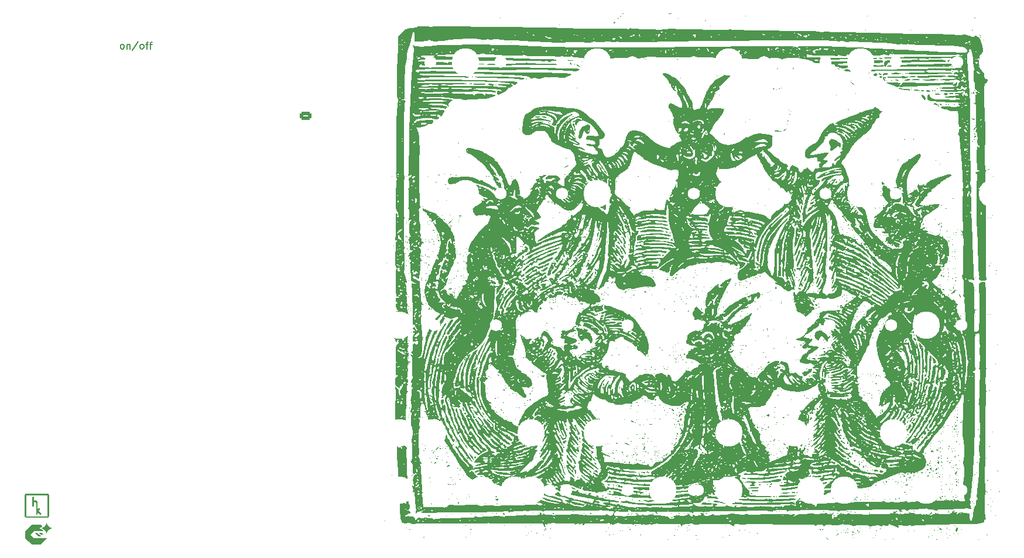
<source format=gbr>
%TF.GenerationSoftware,KiCad,Pcbnew,8.0.8*%
%TF.CreationDate,2025-05-09T16:56:47+02:00*%
%TF.ProjectId,pandemonium BLE e7 cutout,70616e64-656d-46f6-9e69-756d20424c45,rev?*%
%TF.SameCoordinates,Original*%
%TF.FileFunction,Legend,Top*%
%TF.FilePolarity,Positive*%
%FSLAX46Y46*%
G04 Gerber Fmt 4.6, Leading zero omitted, Abs format (unit mm)*
G04 Created by KiCad (PCBNEW 8.0.8) date 2025-05-09 16:56:47*
%MOMM*%
%LPD*%
G01*
G04 APERTURE LIST*
G04 Aperture macros list*
%AMRoundRect*
0 Rectangle with rounded corners*
0 $1 Rounding radius*
0 $2 $3 $4 $5 $6 $7 $8 $9 X,Y pos of 4 corners*
0 Add a 4 corners polygon primitive as box body*
4,1,4,$2,$3,$4,$5,$6,$7,$8,$9,$2,$3,0*
0 Add four circle primitives for the rounded corners*
1,1,$1+$1,$2,$3*
1,1,$1+$1,$4,$5*
1,1,$1+$1,$6,$7*
1,1,$1+$1,$8,$9*
0 Add four rect primitives between the rounded corners*
20,1,$1+$1,$2,$3,$4,$5,0*
20,1,$1+$1,$4,$5,$6,$7,0*
20,1,$1+$1,$6,$7,$8,$9,0*
20,1,$1+$1,$8,$9,$2,$3,0*%
G04 Aperture macros list end*
%ADD10C,0.150000*%
%ADD11C,0.200000*%
%ADD12C,0.100000*%
%ADD13C,0.000000*%
%ADD14C,1.750000*%
%ADD15C,3.987800*%
%ADD16C,0.990600*%
%ADD17RoundRect,0.250000X-0.625000X0.350000X-0.625000X-0.350000X0.625000X-0.350000X0.625000X0.350000X0*%
%ADD18O,1.750000X1.200000*%
%ADD19C,0.850000*%
%ADD20C,2.100000*%
G04 APERTURE END LIST*
D10*
D11*
X48728571Y-31408469D02*
X48633333Y-31360850D01*
X48633333Y-31360850D02*
X48585714Y-31313230D01*
X48585714Y-31313230D02*
X48538095Y-31217992D01*
X48538095Y-31217992D02*
X48538095Y-30932278D01*
X48538095Y-30932278D02*
X48585714Y-30837040D01*
X48585714Y-30837040D02*
X48633333Y-30789421D01*
X48633333Y-30789421D02*
X48728571Y-30741802D01*
X48728571Y-30741802D02*
X48871428Y-30741802D01*
X48871428Y-30741802D02*
X48966666Y-30789421D01*
X48966666Y-30789421D02*
X49014285Y-30837040D01*
X49014285Y-30837040D02*
X49061904Y-30932278D01*
X49061904Y-30932278D02*
X49061904Y-31217992D01*
X49061904Y-31217992D02*
X49014285Y-31313230D01*
X49014285Y-31313230D02*
X48966666Y-31360850D01*
X48966666Y-31360850D02*
X48871428Y-31408469D01*
X48871428Y-31408469D02*
X48728571Y-31408469D01*
X49490476Y-30741802D02*
X49490476Y-31408469D01*
X49490476Y-30837040D02*
X49538095Y-30789421D01*
X49538095Y-30789421D02*
X49633333Y-30741802D01*
X49633333Y-30741802D02*
X49776190Y-30741802D01*
X49776190Y-30741802D02*
X49871428Y-30789421D01*
X49871428Y-30789421D02*
X49919047Y-30884659D01*
X49919047Y-30884659D02*
X49919047Y-31408469D01*
X51109523Y-30360850D02*
X50252381Y-31646564D01*
X51585714Y-31408469D02*
X51490476Y-31360850D01*
X51490476Y-31360850D02*
X51442857Y-31313230D01*
X51442857Y-31313230D02*
X51395238Y-31217992D01*
X51395238Y-31217992D02*
X51395238Y-30932278D01*
X51395238Y-30932278D02*
X51442857Y-30837040D01*
X51442857Y-30837040D02*
X51490476Y-30789421D01*
X51490476Y-30789421D02*
X51585714Y-30741802D01*
X51585714Y-30741802D02*
X51728571Y-30741802D01*
X51728571Y-30741802D02*
X51823809Y-30789421D01*
X51823809Y-30789421D02*
X51871428Y-30837040D01*
X51871428Y-30837040D02*
X51919047Y-30932278D01*
X51919047Y-30932278D02*
X51919047Y-31217992D01*
X51919047Y-31217992D02*
X51871428Y-31313230D01*
X51871428Y-31313230D02*
X51823809Y-31360850D01*
X51823809Y-31360850D02*
X51728571Y-31408469D01*
X51728571Y-31408469D02*
X51585714Y-31408469D01*
X52204762Y-30741802D02*
X52585714Y-30741802D01*
X52347619Y-31408469D02*
X52347619Y-30551326D01*
X52347619Y-30551326D02*
X52395238Y-30456088D01*
X52395238Y-30456088D02*
X52490476Y-30408469D01*
X52490476Y-30408469D02*
X52585714Y-30408469D01*
X52776191Y-30741802D02*
X53157143Y-30741802D01*
X52919048Y-31408469D02*
X52919048Y-30551326D01*
X52919048Y-30551326D02*
X52966667Y-30456088D01*
X52966667Y-30456088D02*
X53061905Y-30408469D01*
X53061905Y-30408469D02*
X53157143Y-30408469D01*
D12*
%TO.C,G\u002A\u002A\u002A*%
X35905648Y-96236800D02*
X35928181Y-96250515D01*
X35935451Y-96269560D01*
X35940734Y-96311399D01*
X35944155Y-96378002D01*
X35945838Y-96471340D01*
X35946068Y-96533731D01*
X35946368Y-96618938D01*
X35947200Y-96692790D01*
X35948464Y-96750557D01*
X35950060Y-96787509D01*
X35951701Y-96799059D01*
X35967679Y-96793853D01*
X36000791Y-96780839D01*
X36013830Y-96775454D01*
X36091560Y-96755814D01*
X36179448Y-96753682D01*
X36263571Y-96768993D01*
X36285426Y-96776747D01*
X36343162Y-96810963D01*
X36400478Y-96862809D01*
X36448832Y-96922995D01*
X36479684Y-96982232D01*
X36482428Y-96991010D01*
X36486271Y-97019906D01*
X36489682Y-97075472D01*
X36492580Y-97154570D01*
X36494884Y-97254061D01*
X36496512Y-97370805D01*
X36497384Y-97501663D01*
X36497511Y-97573804D01*
X36497594Y-98102597D01*
X36606014Y-97994901D01*
X36669666Y-97935851D01*
X36719570Y-97899963D01*
X36758870Y-97885836D01*
X36790712Y-97892068D01*
X36807641Y-97905092D01*
X36824463Y-97929513D01*
X36826043Y-97957300D01*
X36810553Y-97991745D01*
X36776170Y-98036141D01*
X36721069Y-98093781D01*
X36682165Y-98131470D01*
X36538801Y-98268014D01*
X36767554Y-98431630D01*
X36858136Y-98496694D01*
X36927139Y-98547124D01*
X36977430Y-98585346D01*
X37011878Y-98613787D01*
X37033352Y-98634871D01*
X37044720Y-98651026D01*
X37048851Y-98664678D01*
X37049120Y-98669775D01*
X37037880Y-98698455D01*
X37011640Y-98728695D01*
X36981625Y-98748961D01*
X36969361Y-98751759D01*
X36951256Y-98743434D01*
X36913332Y-98720318D01*
X36859847Y-98685199D01*
X36795058Y-98640868D01*
X36730391Y-98595245D01*
X36660051Y-98545200D01*
X36598318Y-98501779D01*
X36549163Y-98467734D01*
X36516556Y-98445818D01*
X36504574Y-98438731D01*
X36501476Y-98452518D01*
X36499084Y-98489405D01*
X36497752Y-98542684D01*
X36497594Y-98570575D01*
X36496528Y-98637366D01*
X36492552Y-98681108D01*
X36484497Y-98708516D01*
X36471192Y-98726302D01*
X36470335Y-98727089D01*
X36430927Y-98749530D01*
X36394077Y-98742379D01*
X36373202Y-98724500D01*
X36367826Y-98716418D01*
X36363284Y-98703450D01*
X36359509Y-98683224D01*
X36356429Y-98653369D01*
X36353977Y-98611514D01*
X36352082Y-98555287D01*
X36350676Y-98482319D01*
X36349689Y-98390237D01*
X36349051Y-98276671D01*
X36348694Y-98139250D01*
X36348548Y-97975602D01*
X36348533Y-97880831D01*
X36348527Y-97696198D01*
X36348345Y-97538999D01*
X36347736Y-97406856D01*
X36346451Y-97297393D01*
X36344242Y-97208230D01*
X36340859Y-97136991D01*
X36336053Y-97081297D01*
X36329575Y-97038771D01*
X36321175Y-97007035D01*
X36310605Y-96983712D01*
X36297616Y-96966422D01*
X36281957Y-96952790D01*
X36263381Y-96940436D01*
X36249067Y-96931622D01*
X36183130Y-96906436D01*
X36116150Y-96907433D01*
X36054026Y-96931805D01*
X36002657Y-96976740D01*
X35967941Y-97039430D01*
X35959944Y-97069336D01*
X35955053Y-97109464D01*
X35950939Y-97171124D01*
X35948024Y-97246036D01*
X35946729Y-97325921D01*
X35946717Y-97328971D01*
X35944960Y-97425934D01*
X35940408Y-97493644D01*
X35933023Y-97532534D01*
X35928181Y-97541383D01*
X35895150Y-97557475D01*
X35854895Y-97557085D01*
X35821360Y-97541534D01*
X35812438Y-97530438D01*
X35808177Y-97507150D01*
X35804565Y-97455065D01*
X35801628Y-97375193D01*
X35799389Y-97268543D01*
X35797873Y-97136125D01*
X35797104Y-96978946D01*
X35797007Y-96891786D01*
X35797075Y-96740487D01*
X35797357Y-96616208D01*
X35797975Y-96516158D01*
X35799047Y-96437546D01*
X35800694Y-96377579D01*
X35803036Y-96333466D01*
X35806192Y-96302416D01*
X35810283Y-96281637D01*
X35815428Y-96268338D01*
X35821748Y-96259726D01*
X35824267Y-96257297D01*
X35864478Y-96235780D01*
X35905648Y-96236800D01*
G36*
X35905648Y-96236800D02*
G01*
X35928181Y-96250515D01*
X35935451Y-96269560D01*
X35940734Y-96311399D01*
X35944155Y-96378002D01*
X35945838Y-96471340D01*
X35946068Y-96533731D01*
X35946368Y-96618938D01*
X35947200Y-96692790D01*
X35948464Y-96750557D01*
X35950060Y-96787509D01*
X35951701Y-96799059D01*
X35967679Y-96793853D01*
X36000791Y-96780839D01*
X36013830Y-96775454D01*
X36091560Y-96755814D01*
X36179448Y-96753682D01*
X36263571Y-96768993D01*
X36285426Y-96776747D01*
X36343162Y-96810963D01*
X36400478Y-96862809D01*
X36448832Y-96922995D01*
X36479684Y-96982232D01*
X36482428Y-96991010D01*
X36486271Y-97019906D01*
X36489682Y-97075472D01*
X36492580Y-97154570D01*
X36494884Y-97254061D01*
X36496512Y-97370805D01*
X36497384Y-97501663D01*
X36497511Y-97573804D01*
X36497594Y-98102597D01*
X36606014Y-97994901D01*
X36669666Y-97935851D01*
X36719570Y-97899963D01*
X36758870Y-97885836D01*
X36790712Y-97892068D01*
X36807641Y-97905092D01*
X36824463Y-97929513D01*
X36826043Y-97957300D01*
X36810553Y-97991745D01*
X36776170Y-98036141D01*
X36721069Y-98093781D01*
X36682165Y-98131470D01*
X36538801Y-98268014D01*
X36767554Y-98431630D01*
X36858136Y-98496694D01*
X36927139Y-98547124D01*
X36977430Y-98585346D01*
X37011878Y-98613787D01*
X37033352Y-98634871D01*
X37044720Y-98651026D01*
X37048851Y-98664678D01*
X37049120Y-98669775D01*
X37037880Y-98698455D01*
X37011640Y-98728695D01*
X36981625Y-98748961D01*
X36969361Y-98751759D01*
X36951256Y-98743434D01*
X36913332Y-98720318D01*
X36859847Y-98685199D01*
X36795058Y-98640868D01*
X36730391Y-98595245D01*
X36660051Y-98545200D01*
X36598318Y-98501779D01*
X36549163Y-98467734D01*
X36516556Y-98445818D01*
X36504574Y-98438731D01*
X36501476Y-98452518D01*
X36499084Y-98489405D01*
X36497752Y-98542684D01*
X36497594Y-98570575D01*
X36496528Y-98637366D01*
X36492552Y-98681108D01*
X36484497Y-98708516D01*
X36471192Y-98726302D01*
X36470335Y-98727089D01*
X36430927Y-98749530D01*
X36394077Y-98742379D01*
X36373202Y-98724500D01*
X36367826Y-98716418D01*
X36363284Y-98703450D01*
X36359509Y-98683224D01*
X36356429Y-98653369D01*
X36353977Y-98611514D01*
X36352082Y-98555287D01*
X36350676Y-98482319D01*
X36349689Y-98390237D01*
X36349051Y-98276671D01*
X36348694Y-98139250D01*
X36348548Y-97975602D01*
X36348533Y-97880831D01*
X36348527Y-97696198D01*
X36348345Y-97538999D01*
X36347736Y-97406856D01*
X36346451Y-97297393D01*
X36344242Y-97208230D01*
X36340859Y-97136991D01*
X36336053Y-97081297D01*
X36329575Y-97038771D01*
X36321175Y-97007035D01*
X36310605Y-96983712D01*
X36297616Y-96966422D01*
X36281957Y-96952790D01*
X36263381Y-96940436D01*
X36249067Y-96931622D01*
X36183130Y-96906436D01*
X36116150Y-96907433D01*
X36054026Y-96931805D01*
X36002657Y-96976740D01*
X35967941Y-97039430D01*
X35959944Y-97069336D01*
X35955053Y-97109464D01*
X35950939Y-97171124D01*
X35948024Y-97246036D01*
X35946729Y-97325921D01*
X35946717Y-97328971D01*
X35944960Y-97425934D01*
X35940408Y-97493644D01*
X35933023Y-97532534D01*
X35928181Y-97541383D01*
X35895150Y-97557475D01*
X35854895Y-97557085D01*
X35821360Y-97541534D01*
X35812438Y-97530438D01*
X35808177Y-97507150D01*
X35804565Y-97455065D01*
X35801628Y-97375193D01*
X35799389Y-97268543D01*
X35797873Y-97136125D01*
X35797104Y-96978946D01*
X35797007Y-96891786D01*
X35797075Y-96740487D01*
X35797357Y-96616208D01*
X35797975Y-96516158D01*
X35799047Y-96437546D01*
X35800694Y-96377579D01*
X35803036Y-96333466D01*
X35806192Y-96302416D01*
X35810283Y-96281637D01*
X35815428Y-96268338D01*
X35821748Y-96259726D01*
X35824267Y-96257297D01*
X35864478Y-96235780D01*
X35905648Y-96236800D01*
G37*
X38037825Y-95819754D02*
X38053602Y-95831131D01*
X38067624Y-95840954D01*
X38079992Y-95850951D01*
X38090811Y-95862849D01*
X38100184Y-95878376D01*
X38108213Y-95899260D01*
X38115001Y-95927227D01*
X38120653Y-95964007D01*
X38125271Y-96011325D01*
X38128957Y-96070910D01*
X38131817Y-96144490D01*
X38133951Y-96233792D01*
X38135464Y-96340543D01*
X38136459Y-96466472D01*
X38137038Y-96613305D01*
X38137305Y-96782770D01*
X38137364Y-96976596D01*
X38137317Y-97196509D01*
X38137267Y-97444237D01*
X38137265Y-97485474D01*
X38137304Y-97738768D01*
X38137350Y-97963974D01*
X38137300Y-98162813D01*
X38137050Y-98337008D01*
X38136494Y-98488283D01*
X38135531Y-98618359D01*
X38134054Y-98728960D01*
X38131961Y-98821808D01*
X38129147Y-98898626D01*
X38125508Y-98961138D01*
X38120940Y-99011064D01*
X38115339Y-99050130D01*
X38108600Y-99080056D01*
X38100620Y-99102567D01*
X38091295Y-99119384D01*
X38080521Y-99132231D01*
X38068193Y-99142830D01*
X38054207Y-99152904D01*
X38038459Y-99164175D01*
X38035717Y-99166245D01*
X37983083Y-99206395D01*
X36454042Y-99208261D01*
X36242376Y-99208451D01*
X36038679Y-99208500D01*
X35844986Y-99208416D01*
X35663330Y-99208206D01*
X35495747Y-99207875D01*
X35344271Y-99207431D01*
X35210936Y-99206880D01*
X35097778Y-99206230D01*
X35006831Y-99205487D01*
X34940129Y-99204658D01*
X34899707Y-99203750D01*
X34887930Y-99203035D01*
X34828432Y-99178465D01*
X34772429Y-99131756D01*
X34739725Y-99088847D01*
X34734766Y-99080459D01*
X34730370Y-99071125D01*
X34726501Y-99059098D01*
X34723126Y-99042633D01*
X34720212Y-99019984D01*
X34717725Y-98989407D01*
X34715630Y-98949156D01*
X34713894Y-98897485D01*
X34712484Y-98832649D01*
X34711366Y-98752903D01*
X34710505Y-98656501D01*
X34709868Y-98541698D01*
X34709421Y-98406749D01*
X34709131Y-98249908D01*
X34708964Y-98069429D01*
X34708886Y-97863568D01*
X34708863Y-97630579D01*
X34708862Y-97493420D01*
X34708862Y-97490528D01*
X34857923Y-97490528D01*
X34857960Y-97736759D01*
X34858090Y-97954895D01*
X34858339Y-98146652D01*
X34858732Y-98313747D01*
X34859296Y-98457897D01*
X34860057Y-98580818D01*
X34861041Y-98684228D01*
X34862274Y-98769842D01*
X34863782Y-98839379D01*
X34865591Y-98894554D01*
X34867728Y-98937084D01*
X34870219Y-98968686D01*
X34873088Y-98991076D01*
X34876364Y-99005972D01*
X34880071Y-99015091D01*
X34881127Y-99016752D01*
X34904331Y-99049881D01*
X36423063Y-99049881D01*
X37941796Y-99049881D01*
X37965000Y-99016752D01*
X37968826Y-99008875D01*
X37972213Y-98995673D01*
X37975188Y-98975431D01*
X37977776Y-98946431D01*
X37980003Y-98906957D01*
X37981897Y-98855292D01*
X37983482Y-98789719D01*
X37984785Y-98708522D01*
X37985833Y-98609984D01*
X37986650Y-98492388D01*
X37987263Y-98354017D01*
X37987699Y-98193155D01*
X37987984Y-98008085D01*
X37988142Y-97797090D01*
X37988202Y-97558454D01*
X37988204Y-97490528D01*
X37988190Y-97246520D01*
X37988124Y-97030565D01*
X37987974Y-96840902D01*
X37987708Y-96675773D01*
X37987291Y-96533418D01*
X37986693Y-96412077D01*
X37985879Y-96309990D01*
X37984817Y-96225398D01*
X37983475Y-96156541D01*
X37981819Y-96101660D01*
X37979816Y-96058995D01*
X37977434Y-96026786D01*
X37974640Y-96003273D01*
X37971401Y-95986698D01*
X37967685Y-95975300D01*
X37963458Y-95967320D01*
X37959709Y-95962242D01*
X37931214Y-95927052D01*
X36423063Y-95927052D01*
X34914913Y-95927052D01*
X34886418Y-95962242D01*
X34881761Y-95968760D01*
X34877641Y-95977296D01*
X34874025Y-95989610D01*
X34870880Y-96007461D01*
X34868173Y-96032609D01*
X34865872Y-96066814D01*
X34863942Y-96111835D01*
X34862353Y-96169432D01*
X34861071Y-96241364D01*
X34860062Y-96329392D01*
X34859295Y-96435274D01*
X34858737Y-96560771D01*
X34858354Y-96707642D01*
X34858114Y-96877646D01*
X34857984Y-97072544D01*
X34857931Y-97294094D01*
X34857923Y-97490528D01*
X34708862Y-97490528D01*
X34708821Y-97240531D01*
X34708766Y-97015731D01*
X34708799Y-96817298D01*
X34709024Y-96643507D01*
X34709541Y-96492638D01*
X34710455Y-96362965D01*
X34711866Y-96252768D01*
X34713877Y-96160323D01*
X34716591Y-96083906D01*
X34720111Y-96021796D01*
X34724537Y-95972269D01*
X34729974Y-95933603D01*
X34736522Y-95904074D01*
X34744285Y-95881960D01*
X34753365Y-95865538D01*
X34763864Y-95853085D01*
X34775885Y-95842878D01*
X34789530Y-95833194D01*
X34804901Y-95822310D01*
X34808302Y-95819754D01*
X34863055Y-95777991D01*
X36423063Y-95777991D01*
X37983072Y-95777991D01*
X38037825Y-95819754D01*
G36*
X38037825Y-95819754D02*
G01*
X38053602Y-95831131D01*
X38067624Y-95840954D01*
X38079992Y-95850951D01*
X38090811Y-95862849D01*
X38100184Y-95878376D01*
X38108213Y-95899260D01*
X38115001Y-95927227D01*
X38120653Y-95964007D01*
X38125271Y-96011325D01*
X38128957Y-96070910D01*
X38131817Y-96144490D01*
X38133951Y-96233792D01*
X38135464Y-96340543D01*
X38136459Y-96466472D01*
X38137038Y-96613305D01*
X38137305Y-96782770D01*
X38137364Y-96976596D01*
X38137317Y-97196509D01*
X38137267Y-97444237D01*
X38137265Y-97485474D01*
X38137304Y-97738768D01*
X38137350Y-97963974D01*
X38137300Y-98162813D01*
X38137050Y-98337008D01*
X38136494Y-98488283D01*
X38135531Y-98618359D01*
X38134054Y-98728960D01*
X38131961Y-98821808D01*
X38129147Y-98898626D01*
X38125508Y-98961138D01*
X38120940Y-99011064D01*
X38115339Y-99050130D01*
X38108600Y-99080056D01*
X38100620Y-99102567D01*
X38091295Y-99119384D01*
X38080521Y-99132231D01*
X38068193Y-99142830D01*
X38054207Y-99152904D01*
X38038459Y-99164175D01*
X38035717Y-99166245D01*
X37983083Y-99206395D01*
X36454042Y-99208261D01*
X36242376Y-99208451D01*
X36038679Y-99208500D01*
X35844986Y-99208416D01*
X35663330Y-99208206D01*
X35495747Y-99207875D01*
X35344271Y-99207431D01*
X35210936Y-99206880D01*
X35097778Y-99206230D01*
X35006831Y-99205487D01*
X34940129Y-99204658D01*
X34899707Y-99203750D01*
X34887930Y-99203035D01*
X34828432Y-99178465D01*
X34772429Y-99131756D01*
X34739725Y-99088847D01*
X34734766Y-99080459D01*
X34730370Y-99071125D01*
X34726501Y-99059098D01*
X34723126Y-99042633D01*
X34720212Y-99019984D01*
X34717725Y-98989407D01*
X34715630Y-98949156D01*
X34713894Y-98897485D01*
X34712484Y-98832649D01*
X34711366Y-98752903D01*
X34710505Y-98656501D01*
X34709868Y-98541698D01*
X34709421Y-98406749D01*
X34709131Y-98249908D01*
X34708964Y-98069429D01*
X34708886Y-97863568D01*
X34708863Y-97630579D01*
X34708862Y-97493420D01*
X34708862Y-97490528D01*
X34857923Y-97490528D01*
X34857960Y-97736759D01*
X34858090Y-97954895D01*
X34858339Y-98146652D01*
X34858732Y-98313747D01*
X34859296Y-98457897D01*
X34860057Y-98580818D01*
X34861041Y-98684228D01*
X34862274Y-98769842D01*
X34863782Y-98839379D01*
X34865591Y-98894554D01*
X34867728Y-98937084D01*
X34870219Y-98968686D01*
X34873088Y-98991076D01*
X34876364Y-99005972D01*
X34880071Y-99015091D01*
X34881127Y-99016752D01*
X34904331Y-99049881D01*
X36423063Y-99049881D01*
X37941796Y-99049881D01*
X37965000Y-99016752D01*
X37968826Y-99008875D01*
X37972213Y-98995673D01*
X37975188Y-98975431D01*
X37977776Y-98946431D01*
X37980003Y-98906957D01*
X37981897Y-98855292D01*
X37983482Y-98789719D01*
X37984785Y-98708522D01*
X37985833Y-98609984D01*
X37986650Y-98492388D01*
X37987263Y-98354017D01*
X37987699Y-98193155D01*
X37987984Y-98008085D01*
X37988142Y-97797090D01*
X37988202Y-97558454D01*
X37988204Y-97490528D01*
X37988190Y-97246520D01*
X37988124Y-97030565D01*
X37987974Y-96840902D01*
X37987708Y-96675773D01*
X37987291Y-96533418D01*
X37986693Y-96412077D01*
X37985879Y-96309990D01*
X37984817Y-96225398D01*
X37983475Y-96156541D01*
X37981819Y-96101660D01*
X37979816Y-96058995D01*
X37977434Y-96026786D01*
X37974640Y-96003273D01*
X37971401Y-95986698D01*
X37967685Y-95975300D01*
X37963458Y-95967320D01*
X37959709Y-95962242D01*
X37931214Y-95927052D01*
X36423063Y-95927052D01*
X34914913Y-95927052D01*
X34886418Y-95962242D01*
X34881761Y-95968760D01*
X34877641Y-95977296D01*
X34874025Y-95989610D01*
X34870880Y-96007461D01*
X34868173Y-96032609D01*
X34865872Y-96066814D01*
X34863942Y-96111835D01*
X34862353Y-96169432D01*
X34861071Y-96241364D01*
X34860062Y-96329392D01*
X34859295Y-96435274D01*
X34858737Y-96560771D01*
X34858354Y-96707642D01*
X34858114Y-96877646D01*
X34857984Y-97072544D01*
X34857931Y-97294094D01*
X34857923Y-97490528D01*
X34708862Y-97490528D01*
X34708821Y-97240531D01*
X34708766Y-97015731D01*
X34708799Y-96817298D01*
X34709024Y-96643507D01*
X34709541Y-96492638D01*
X34710455Y-96362965D01*
X34711866Y-96252768D01*
X34713877Y-96160323D01*
X34716591Y-96083906D01*
X34720111Y-96021796D01*
X34724537Y-95972269D01*
X34729974Y-95933603D01*
X34736522Y-95904074D01*
X34744285Y-95881960D01*
X34753365Y-95865538D01*
X34763864Y-95853085D01*
X34775885Y-95842878D01*
X34789530Y-95833194D01*
X34804901Y-95822310D01*
X34808302Y-95819754D01*
X34863055Y-95777991D01*
X36423063Y-95777991D01*
X37983072Y-95777991D01*
X38037825Y-95819754D01*
G37*
D13*
G36*
X37316250Y-101565000D02*
G01*
X37458733Y-101707500D01*
X37264983Y-101707500D01*
X37071233Y-101707500D01*
X36928750Y-101565000D01*
X36786266Y-101422500D01*
X36980016Y-101422500D01*
X37173766Y-101422500D01*
X37316250Y-101565000D01*
G37*
G36*
X36824379Y-101705629D02*
G01*
X36855736Y-101736998D01*
X36886119Y-101767416D01*
X36915342Y-101796694D01*
X36943217Y-101824644D01*
X36969557Y-101851078D01*
X36994174Y-101875806D01*
X37016883Y-101898640D01*
X37037494Y-101919393D01*
X37055821Y-101937874D01*
X37071677Y-101953897D01*
X37084875Y-101967273D01*
X37095227Y-101977812D01*
X37102547Y-101985327D01*
X37106646Y-101989630D01*
X37107500Y-101990629D01*
X37105063Y-101990926D01*
X37098009Y-101991209D01*
X37086719Y-101991473D01*
X37071575Y-101991715D01*
X37052959Y-101991932D01*
X37031253Y-101992119D01*
X37006840Y-101992273D01*
X36980101Y-101992390D01*
X36951418Y-101992467D01*
X36921174Y-101992499D01*
X36915620Y-101992500D01*
X36723741Y-101992500D01*
X36438750Y-101707500D01*
X36153758Y-101422500D01*
X36347508Y-101422500D01*
X36541258Y-101422500D01*
X36824379Y-101705629D01*
G37*
G36*
X37144899Y-100381149D02*
G01*
X37167076Y-100403355D01*
X37188179Y-100424535D01*
X37207947Y-100444427D01*
X37226120Y-100462764D01*
X37242438Y-100479284D01*
X37256640Y-100493722D01*
X37268466Y-100505813D01*
X37277656Y-100515292D01*
X37283948Y-100521896D01*
X37287083Y-100525360D01*
X37287391Y-100525828D01*
X37285072Y-100527631D01*
X37279527Y-100531840D01*
X37271533Y-100537870D01*
X37261867Y-100545132D01*
X37259621Y-100546816D01*
X37197002Y-100590677D01*
X37131124Y-100630879D01*
X37062309Y-100667255D01*
X36990880Y-100699637D01*
X36917158Y-100727854D01*
X36907063Y-100731330D01*
X36887722Y-100737672D01*
X36865871Y-100744453D01*
X36842832Y-100751291D01*
X36819930Y-100757805D01*
X36798490Y-100763616D01*
X36779834Y-100768340D01*
X36772500Y-100770056D01*
X36764570Y-100771969D01*
X36758662Y-100773622D01*
X36756619Y-100774384D01*
X36758152Y-100775376D01*
X36763775Y-100777309D01*
X36772718Y-100779951D01*
X36784213Y-100783069D01*
X36791619Y-100784973D01*
X36869848Y-100806886D01*
X36944738Y-100832379D01*
X37016587Y-100861603D01*
X37085695Y-100894708D01*
X37152362Y-100931846D01*
X37216885Y-100973165D01*
X37279564Y-101018818D01*
X37318750Y-101050296D01*
X37329084Y-101059243D01*
X37341288Y-101070367D01*
X37354939Y-101083235D01*
X37369615Y-101097413D01*
X37384896Y-101112469D01*
X37400358Y-101127968D01*
X37415581Y-101143479D01*
X37430143Y-101158566D01*
X37443621Y-101172797D01*
X37455594Y-101185740D01*
X37465640Y-101196959D01*
X37473337Y-101206023D01*
X37478265Y-101212497D01*
X37480000Y-101215949D01*
X37477532Y-101216076D01*
X37470261Y-101216201D01*
X37458381Y-101216323D01*
X37442090Y-101216441D01*
X37421582Y-101216555D01*
X37397054Y-101216665D01*
X37368701Y-101216770D01*
X37336721Y-101216869D01*
X37301308Y-101216963D01*
X37262658Y-101217051D01*
X37220968Y-101217132D01*
X37176434Y-101217206D01*
X37129251Y-101217273D01*
X37079615Y-101217332D01*
X37027723Y-101217383D01*
X36973770Y-101217425D01*
X36917952Y-101217458D01*
X36860466Y-101217482D01*
X36801506Y-101217496D01*
X36750620Y-101217500D01*
X36021240Y-101217499D01*
X35776250Y-101462500D01*
X35531259Y-101707500D01*
X35776250Y-101952500D01*
X36021240Y-102197500D01*
X37001242Y-102197500D01*
X37981245Y-102197500D01*
X37491250Y-102687500D01*
X37001254Y-103177500D01*
X36387500Y-103177500D01*
X35773745Y-103177500D01*
X35284372Y-102688122D01*
X34795000Y-102198745D01*
X34794999Y-101707495D01*
X34794999Y-101216245D01*
X35284377Y-100726872D01*
X35773754Y-100237500D01*
X36387510Y-100237500D01*
X37001266Y-100237500D01*
X37144899Y-100381149D01*
G37*
G36*
X37873090Y-99981636D02*
G01*
X37874613Y-99985002D01*
X37876769Y-99992008D01*
X37879767Y-100003170D01*
X37881227Y-100008831D01*
X37901736Y-100078935D01*
X37926827Y-100147109D01*
X37956417Y-100213189D01*
X37990423Y-100277014D01*
X38028765Y-100338421D01*
X38071357Y-100397247D01*
X38090502Y-100421155D01*
X38113935Y-100448187D01*
X38140643Y-100476594D01*
X38169531Y-100505317D01*
X38199506Y-100533298D01*
X38229475Y-100559478D01*
X38253750Y-100579228D01*
X38306167Y-100617400D01*
X38362086Y-100652710D01*
X38420727Y-100684774D01*
X38481312Y-100713210D01*
X38543058Y-100737635D01*
X38605188Y-100757667D01*
X38632593Y-100765028D01*
X38644677Y-100768092D01*
X38655195Y-100770799D01*
X38663092Y-100772875D01*
X38667308Y-100774045D01*
X38667500Y-100774106D01*
X38666531Y-100775102D01*
X38661427Y-100777052D01*
X38652906Y-100779724D01*
X38641689Y-100782887D01*
X38633750Y-100784979D01*
X38564992Y-100805190D01*
X38498288Y-100829870D01*
X38433814Y-100858857D01*
X38371745Y-100891984D01*
X38312257Y-100929089D01*
X38255528Y-100970006D01*
X38201733Y-101014572D01*
X38151048Y-101062621D01*
X38103650Y-101113990D01*
X38059715Y-101168514D01*
X38019419Y-101226029D01*
X37982938Y-101286371D01*
X37950448Y-101349374D01*
X37922127Y-101414876D01*
X37903582Y-101465974D01*
X37898149Y-101482794D01*
X37892505Y-101501197D01*
X37887208Y-101519315D01*
X37882810Y-101535278D01*
X37881524Y-101540258D01*
X37878162Y-101553525D01*
X37875772Y-101562470D01*
X37874105Y-101567622D01*
X37872915Y-101569508D01*
X37871952Y-101568657D01*
X37870968Y-101565596D01*
X37870482Y-101563750D01*
X37864600Y-101541305D01*
X37859656Y-101522801D01*
X37855387Y-101507324D01*
X37851532Y-101493963D01*
X37847829Y-101481803D01*
X37844014Y-101469932D01*
X37840697Y-101460000D01*
X37815559Y-101393442D01*
X37785987Y-101329011D01*
X37752161Y-101266911D01*
X37714264Y-101207346D01*
X37672477Y-101150522D01*
X37626981Y-101096642D01*
X37577958Y-101045911D01*
X37525589Y-100998532D01*
X37470055Y-100954712D01*
X37411538Y-100914654D01*
X37350219Y-100878562D01*
X37303750Y-100854818D01*
X37260146Y-100835203D01*
X37214709Y-100817169D01*
X37168965Y-100801266D01*
X37124440Y-100788040D01*
X37101868Y-100782306D01*
X37091877Y-100779743D01*
X37084254Y-100777422D01*
X37079931Y-100775650D01*
X37079368Y-100774898D01*
X37082371Y-100773717D01*
X37089272Y-100771620D01*
X37099113Y-100768881D01*
X37110934Y-100765773D01*
X37113750Y-100765056D01*
X37180551Y-100745587D01*
X37245958Y-100721437D01*
X37309694Y-100692798D01*
X37371483Y-100659862D01*
X37431047Y-100622822D01*
X37488111Y-100581870D01*
X37542397Y-100537199D01*
X37593628Y-100489000D01*
X37641529Y-100437467D01*
X37685822Y-100382790D01*
X37708264Y-100351851D01*
X37747052Y-100291970D01*
X37781515Y-100229823D01*
X37811723Y-100165251D01*
X37837746Y-100098095D01*
X37859655Y-100028197D01*
X37871117Y-99983776D01*
X37871994Y-99981399D01*
X37873090Y-99981636D01*
G37*
G36*
X86882406Y-99708288D02*
G01*
X86826459Y-99764235D01*
X86770512Y-99708288D01*
X86826459Y-99652341D01*
X86882406Y-99708288D01*
G37*
G36*
X86994300Y-62559389D02*
G01*
X86938353Y-62615336D01*
X86882406Y-62559389D01*
X86938353Y-62503442D01*
X86994300Y-62559389D01*
G37*
G36*
X87106195Y-62335601D02*
G01*
X87050248Y-62391548D01*
X86994300Y-62335601D01*
X87050248Y-62279653D01*
X87106195Y-62335601D01*
G37*
G36*
X87889455Y-93106526D02*
G01*
X87833507Y-93162473D01*
X87777560Y-93106526D01*
X87833507Y-93050579D01*
X87889455Y-93106526D01*
G37*
G36*
X88001349Y-93777891D02*
G01*
X87945402Y-93833838D01*
X87889455Y-93777891D01*
X87945402Y-93721944D01*
X88001349Y-93777891D01*
G37*
G36*
X88225137Y-95680094D02*
G01*
X88169190Y-95736041D01*
X88113243Y-95680094D01*
X88169190Y-95624147D01*
X88225137Y-95680094D01*
G37*
G36*
X88448926Y-54950579D02*
G01*
X88392979Y-55006526D01*
X88337032Y-54950579D01*
X88392979Y-54894631D01*
X88448926Y-54950579D01*
G37*
G36*
X89344080Y-75427231D02*
G01*
X89288133Y-75483178D01*
X89232186Y-75427231D01*
X89288133Y-75371283D01*
X89344080Y-75427231D01*
G37*
G36*
X89791657Y-56293310D02*
G01*
X89735710Y-56349257D01*
X89679763Y-56293310D01*
X89735710Y-56237363D01*
X89791657Y-56293310D01*
G37*
G36*
X89791657Y-60992869D02*
G01*
X89735710Y-61048816D01*
X89679763Y-60992869D01*
X89735710Y-60936922D01*
X89791657Y-60992869D01*
G37*
G36*
X89903552Y-38502120D02*
G01*
X89847604Y-38558068D01*
X89791657Y-38502120D01*
X89847604Y-38446173D01*
X89903552Y-38502120D01*
G37*
G36*
X89903552Y-60545292D02*
G01*
X89847604Y-60601239D01*
X89791657Y-60545292D01*
X89847604Y-60489345D01*
X89903552Y-60545292D01*
G37*
G36*
X90015446Y-49803442D02*
G01*
X89959499Y-49859389D01*
X89903552Y-49803442D01*
X89959499Y-49747495D01*
X90015446Y-49803442D01*
G37*
G36*
X90015446Y-56405204D02*
G01*
X89959499Y-56461151D01*
X89903552Y-56405204D01*
X89959499Y-56349257D01*
X90015446Y-56405204D01*
G37*
G36*
X90015446Y-61999918D02*
G01*
X89959499Y-62055865D01*
X89903552Y-61999918D01*
X89959499Y-61943971D01*
X90015446Y-61999918D01*
G37*
G36*
X90015446Y-100715336D02*
G01*
X89959499Y-100771283D01*
X89903552Y-100715336D01*
X89959499Y-100659389D01*
X90015446Y-100715336D01*
G37*
G36*
X90127340Y-60321504D02*
G01*
X90071393Y-60377451D01*
X90015446Y-60321504D01*
X90071393Y-60265557D01*
X90127340Y-60321504D01*
G37*
G36*
X90239234Y-59762032D02*
G01*
X90183287Y-59817979D01*
X90127340Y-59762032D01*
X90183287Y-59706085D01*
X90239234Y-59762032D01*
G37*
G36*
X90239234Y-62111812D02*
G01*
X90183287Y-62167759D01*
X90127340Y-62111812D01*
X90183287Y-62055865D01*
X90239234Y-62111812D01*
G37*
G36*
X90239234Y-67258949D02*
G01*
X90183287Y-67314896D01*
X90127340Y-67258949D01*
X90183287Y-67203001D01*
X90239234Y-67258949D01*
G37*
G36*
X90239234Y-69049257D02*
G01*
X90183287Y-69105204D01*
X90127340Y-69049257D01*
X90183287Y-68993310D01*
X90239234Y-69049257D01*
G37*
G36*
X90239234Y-77217539D02*
G01*
X90183287Y-77273486D01*
X90127340Y-77217539D01*
X90183287Y-77161592D01*
X90239234Y-77217539D01*
G37*
G36*
X90239234Y-84714455D02*
G01*
X90183287Y-84770402D01*
X90127340Y-84714455D01*
X90183287Y-84658508D01*
X90239234Y-84714455D01*
G37*
G36*
X90351129Y-63902120D02*
G01*
X90295181Y-63958068D01*
X90239234Y-63902120D01*
X90295181Y-63846173D01*
X90351129Y-63902120D01*
G37*
G36*
X90351129Y-64909169D02*
G01*
X90295181Y-64965116D01*
X90239234Y-64909169D01*
X90295181Y-64853222D01*
X90351129Y-64909169D01*
G37*
G36*
X90351129Y-66028112D02*
G01*
X90295181Y-66084059D01*
X90239234Y-66028112D01*
X90295181Y-65972164D01*
X90351129Y-66028112D01*
G37*
G36*
X90351129Y-69832517D02*
G01*
X90295181Y-69888464D01*
X90239234Y-69832517D01*
X90295181Y-69776570D01*
X90351129Y-69832517D01*
G37*
G36*
X90351129Y-73636922D02*
G01*
X90295181Y-73692869D01*
X90239234Y-73636922D01*
X90295181Y-73580975D01*
X90351129Y-73636922D01*
G37*
G36*
X90351129Y-84378772D02*
G01*
X90295181Y-84434720D01*
X90239234Y-84378772D01*
X90295181Y-84322825D01*
X90351129Y-84378772D01*
G37*
G36*
X90351129Y-93554103D02*
G01*
X90295181Y-93610050D01*
X90239234Y-93554103D01*
X90295181Y-93498156D01*
X90351129Y-93554103D01*
G37*
G36*
X90463023Y-83371724D02*
G01*
X90407076Y-83427671D01*
X90351129Y-83371724D01*
X90407076Y-83315777D01*
X90463023Y-83371724D01*
G37*
G36*
X90463023Y-100939125D02*
G01*
X90407076Y-100995072D01*
X90351129Y-100939125D01*
X90407076Y-100883178D01*
X90463023Y-100939125D01*
G37*
G36*
X90574917Y-68937363D02*
G01*
X90518970Y-68993310D01*
X90463023Y-68937363D01*
X90518970Y-68881416D01*
X90574917Y-68937363D01*
G37*
G36*
X90574917Y-95568200D02*
G01*
X90518970Y-95624147D01*
X90463023Y-95568200D01*
X90518970Y-95512253D01*
X90574917Y-95568200D01*
G37*
G36*
X90686811Y-72406085D02*
G01*
X90630864Y-72462032D01*
X90574917Y-72406085D01*
X90630864Y-72350138D01*
X90686811Y-72406085D01*
G37*
G36*
X90686811Y-92435160D02*
G01*
X90630864Y-92491107D01*
X90574917Y-92435160D01*
X90630864Y-92379213D01*
X90686811Y-92435160D01*
G37*
G36*
X90798706Y-93106526D02*
G01*
X90742759Y-93162473D01*
X90686811Y-93106526D01*
X90742759Y-93050579D01*
X90798706Y-93106526D01*
G37*
G36*
X92029543Y-86952341D02*
G01*
X91973596Y-87008288D01*
X91917648Y-86952341D01*
X91973596Y-86896394D01*
X92029543Y-86952341D01*
G37*
G36*
X92029543Y-88742649D02*
G01*
X91973596Y-88798596D01*
X91917648Y-88742649D01*
X91973596Y-88686702D01*
X92029543Y-88742649D01*
G37*
G36*
X92141437Y-61328552D02*
G01*
X92085490Y-61384499D01*
X92029543Y-61328552D01*
X92085490Y-61272605D01*
X92141437Y-61328552D01*
G37*
G36*
X92141437Y-64573486D02*
G01*
X92085490Y-64629433D01*
X92029543Y-64573486D01*
X92085490Y-64517539D01*
X92141437Y-64573486D01*
G37*
G36*
X92141437Y-64797275D02*
G01*
X92085490Y-64853222D01*
X92029543Y-64797275D01*
X92085490Y-64741327D01*
X92141437Y-64797275D01*
G37*
G36*
X92141437Y-87288023D02*
G01*
X92085490Y-87343971D01*
X92029543Y-87288023D01*
X92085490Y-87232076D01*
X92141437Y-87288023D01*
G37*
G36*
X92253331Y-62895072D02*
G01*
X92197384Y-62951019D01*
X92141437Y-62895072D01*
X92197384Y-62839125D01*
X92253331Y-62895072D01*
G37*
G36*
X92253331Y-66363794D02*
G01*
X92197384Y-66419742D01*
X92141437Y-66363794D01*
X92197384Y-66307847D01*
X92253331Y-66363794D01*
G37*
G36*
X92253331Y-84714455D02*
G01*
X92197384Y-84770402D01*
X92141437Y-84714455D01*
X92197384Y-84658508D01*
X92253331Y-84714455D01*
G37*
G36*
X92253331Y-88630755D02*
G01*
X92197384Y-88686702D01*
X92141437Y-88630755D01*
X92197384Y-88574808D01*
X92253331Y-88630755D01*
G37*
G36*
X92365226Y-61440446D02*
G01*
X92309278Y-61496394D01*
X92253331Y-61440446D01*
X92309278Y-61384499D01*
X92365226Y-61440446D01*
G37*
G36*
X92365226Y-66028112D02*
G01*
X92309278Y-66084059D01*
X92253331Y-66028112D01*
X92309278Y-65972164D01*
X92365226Y-66028112D01*
G37*
G36*
X92365226Y-69944411D02*
G01*
X92309278Y-70000358D01*
X92253331Y-69944411D01*
X92309278Y-69888464D01*
X92365226Y-69944411D01*
G37*
G36*
X92365226Y-74420182D02*
G01*
X92309278Y-74476129D01*
X92253331Y-74420182D01*
X92309278Y-74364235D01*
X92365226Y-74420182D01*
G37*
G36*
X92365226Y-88406966D02*
G01*
X92309278Y-88462913D01*
X92253331Y-88406966D01*
X92309278Y-88351019D01*
X92365226Y-88406966D01*
G37*
G36*
X92365226Y-93554103D02*
G01*
X92309278Y-93610050D01*
X92253331Y-93554103D01*
X92309278Y-93498156D01*
X92365226Y-93554103D01*
G37*
G36*
X92477120Y-65021063D02*
G01*
X92421173Y-65077010D01*
X92365226Y-65021063D01*
X92421173Y-64965116D01*
X92477120Y-65021063D01*
G37*
G36*
X92477120Y-67258949D02*
G01*
X92421173Y-67314896D01*
X92365226Y-67258949D01*
X92421173Y-67203001D01*
X92477120Y-67258949D01*
G37*
G36*
X92477120Y-68154103D02*
G01*
X92421173Y-68210050D01*
X92365226Y-68154103D01*
X92421173Y-68098156D01*
X92477120Y-68154103D01*
G37*
G36*
X92477120Y-89525909D02*
G01*
X92421173Y-89581856D01*
X92365226Y-89525909D01*
X92421173Y-89469962D01*
X92477120Y-89525909D01*
G37*
G36*
X92477120Y-91092429D02*
G01*
X92421173Y-91148376D01*
X92365226Y-91092429D01*
X92421173Y-91036482D01*
X92477120Y-91092429D01*
G37*
G36*
X92477120Y-102058068D02*
G01*
X92421173Y-102114015D01*
X92365226Y-102058068D01*
X92421173Y-102002120D01*
X92477120Y-102058068D01*
G37*
G36*
X92589014Y-62335601D02*
G01*
X92533067Y-62391548D01*
X92477120Y-62335601D01*
X92533067Y-62279653D01*
X92589014Y-62335601D01*
G37*
G36*
X92700908Y-58978772D02*
G01*
X92644961Y-59034720D01*
X92589014Y-58978772D01*
X92644961Y-58922825D01*
X92700908Y-58978772D01*
G37*
G36*
X92700908Y-62895072D02*
G01*
X92644961Y-62951019D01*
X92589014Y-62895072D01*
X92644961Y-62839125D01*
X92700908Y-62895072D01*
G37*
G36*
X92700908Y-92882737D02*
G01*
X92644961Y-92938684D01*
X92589014Y-92882737D01*
X92644961Y-92826790D01*
X92700908Y-92882737D01*
G37*
G36*
X92812803Y-57747935D02*
G01*
X92756855Y-57803883D01*
X92700908Y-57747935D01*
X92756855Y-57691988D01*
X92812803Y-57747935D01*
G37*
G36*
X92812803Y-58083618D02*
G01*
X92756855Y-58139565D01*
X92700908Y-58083618D01*
X92756855Y-58027671D01*
X92812803Y-58083618D01*
G37*
G36*
X92812803Y-62335601D02*
G01*
X92756855Y-62391548D01*
X92700908Y-62335601D01*
X92756855Y-62279653D01*
X92812803Y-62335601D01*
G37*
G36*
X92812803Y-63902120D02*
G01*
X92756855Y-63958068D01*
X92700908Y-63902120D01*
X92756855Y-63846173D01*
X92812803Y-63902120D01*
G37*
G36*
X92924697Y-63342649D02*
G01*
X92868750Y-63398596D01*
X92812803Y-63342649D01*
X92868750Y-63286702D01*
X92924697Y-63342649D01*
G37*
G36*
X93036591Y-64014015D02*
G01*
X92980644Y-64069962D01*
X92924697Y-64014015D01*
X92980644Y-63958068D01*
X93036591Y-64014015D01*
G37*
G36*
X93148485Y-49803442D02*
G01*
X93092538Y-49859389D01*
X93036591Y-49803442D01*
X93092538Y-49747495D01*
X93148485Y-49803442D01*
G37*
G36*
X93148485Y-60433398D02*
G01*
X93092538Y-60489345D01*
X93036591Y-60433398D01*
X93092538Y-60377451D01*
X93148485Y-60433398D01*
G37*
G36*
X93260380Y-57076570D02*
G01*
X93204433Y-57132517D01*
X93148485Y-57076570D01*
X93204433Y-57020623D01*
X93260380Y-57076570D01*
G37*
G36*
X93260380Y-59314455D02*
G01*
X93204433Y-59370402D01*
X93148485Y-59314455D01*
X93204433Y-59258508D01*
X93260380Y-59314455D01*
G37*
G36*
X93260380Y-91092429D02*
G01*
X93204433Y-91148376D01*
X93148485Y-91092429D01*
X93204433Y-91036482D01*
X93260380Y-91092429D01*
G37*
G36*
X93372274Y-63454543D02*
G01*
X93316327Y-63510490D01*
X93260380Y-63454543D01*
X93316327Y-63398596D01*
X93372274Y-63454543D01*
G37*
G36*
X93372274Y-85721504D02*
G01*
X93316327Y-85777451D01*
X93260380Y-85721504D01*
X93316327Y-85665557D01*
X93372274Y-85721504D01*
G37*
G36*
X93372274Y-90644852D02*
G01*
X93316327Y-90700799D01*
X93260380Y-90644852D01*
X93316327Y-90588905D01*
X93372274Y-90644852D01*
G37*
G36*
X93484168Y-61216658D02*
G01*
X93428221Y-61272605D01*
X93372274Y-61216658D01*
X93428221Y-61160711D01*
X93484168Y-61216658D01*
G37*
G36*
X93484168Y-62559389D02*
G01*
X93428221Y-62615336D01*
X93372274Y-62559389D01*
X93428221Y-62503442D01*
X93484168Y-62559389D01*
G37*
G36*
X93484168Y-94113574D02*
G01*
X93428221Y-94169521D01*
X93372274Y-94113574D01*
X93428221Y-94057627D01*
X93484168Y-94113574D01*
G37*
G36*
X93596063Y-69049257D02*
G01*
X93540115Y-69105204D01*
X93484168Y-69049257D01*
X93540115Y-68993310D01*
X93596063Y-69049257D01*
G37*
G36*
X93596063Y-91204323D02*
G01*
X93540115Y-91260270D01*
X93484168Y-91204323D01*
X93540115Y-91148376D01*
X93596063Y-91204323D01*
G37*
G36*
X93596063Y-97246614D02*
G01*
X93540115Y-97302561D01*
X93484168Y-97246614D01*
X93540115Y-97190667D01*
X93596063Y-97246614D01*
G37*
G36*
X93819851Y-60769081D02*
G01*
X93763904Y-60825028D01*
X93707957Y-60769081D01*
X93763904Y-60713134D01*
X93819851Y-60769081D01*
G37*
G36*
X93931745Y-59202561D02*
G01*
X93875798Y-59258508D01*
X93819851Y-59202561D01*
X93875798Y-59146614D01*
X93931745Y-59202561D01*
G37*
G36*
X93931745Y-59650138D02*
G01*
X93875798Y-59706085D01*
X93819851Y-59650138D01*
X93875798Y-59594191D01*
X93931745Y-59650138D01*
G37*
G36*
X93931745Y-88406966D02*
G01*
X93875798Y-88462913D01*
X93819851Y-88406966D01*
X93875798Y-88351019D01*
X93931745Y-88406966D01*
G37*
G36*
X94043640Y-57971724D02*
G01*
X93987692Y-58027671D01*
X93931745Y-57971724D01*
X93987692Y-57915777D01*
X94043640Y-57971724D01*
G37*
G36*
X94043640Y-59426349D02*
G01*
X93987692Y-59482297D01*
X93931745Y-59426349D01*
X93987692Y-59370402D01*
X94043640Y-59426349D01*
G37*
G36*
X94155534Y-58754984D02*
G01*
X94099587Y-58810931D01*
X94043640Y-58754984D01*
X94099587Y-58699037D01*
X94155534Y-58754984D01*
G37*
G36*
X94155534Y-59090667D02*
G01*
X94099587Y-59146614D01*
X94043640Y-59090667D01*
X94099587Y-59034720D01*
X94155534Y-59090667D01*
G37*
G36*
X94155534Y-90309169D02*
G01*
X94099587Y-90365116D01*
X94043640Y-90309169D01*
X94099587Y-90253222D01*
X94155534Y-90309169D01*
G37*
G36*
X94155534Y-100491548D02*
G01*
X94099587Y-100547495D01*
X94043640Y-100491548D01*
X94099587Y-100435601D01*
X94155534Y-100491548D01*
G37*
G36*
X94155534Y-102281856D02*
G01*
X94099587Y-102337803D01*
X94043640Y-102281856D01*
X94099587Y-102225909D01*
X94155534Y-102281856D01*
G37*
G36*
X94267428Y-50698596D02*
G01*
X94211481Y-50754543D01*
X94155534Y-50698596D01*
X94211481Y-50642649D01*
X94267428Y-50698596D01*
G37*
G36*
X94267428Y-94896834D02*
G01*
X94211481Y-94952781D01*
X94155534Y-94896834D01*
X94211481Y-94840887D01*
X94267428Y-94896834D01*
G37*
G36*
X94379322Y-58866878D02*
G01*
X94323375Y-58922825D01*
X94267428Y-58866878D01*
X94323375Y-58810931D01*
X94379322Y-58866878D01*
G37*
G36*
X94379322Y-65468640D02*
G01*
X94323375Y-65524587D01*
X94267428Y-65468640D01*
X94323375Y-65412693D01*
X94379322Y-65468640D01*
G37*
G36*
X94491217Y-51481856D02*
G01*
X94435270Y-51537803D01*
X94379322Y-51481856D01*
X94435270Y-51425909D01*
X94491217Y-51481856D01*
G37*
G36*
X94491217Y-53384059D02*
G01*
X94435270Y-53440006D01*
X94379322Y-53384059D01*
X94435270Y-53328112D01*
X94491217Y-53384059D01*
G37*
G36*
X94491217Y-64349698D02*
G01*
X94435270Y-64405645D01*
X94379322Y-64349698D01*
X94435270Y-64293750D01*
X94491217Y-64349698D01*
G37*
G36*
X94491217Y-95008728D02*
G01*
X94435270Y-95064675D01*
X94379322Y-95008728D01*
X94435270Y-94952781D01*
X94491217Y-95008728D01*
G37*
G36*
X94826900Y-88854543D02*
G01*
X94770952Y-88910490D01*
X94715005Y-88854543D01*
X94770952Y-88798596D01*
X94826900Y-88854543D01*
G37*
G36*
X94826900Y-96687142D02*
G01*
X94770952Y-96743090D01*
X94715005Y-96687142D01*
X94770952Y-96631195D01*
X94826900Y-96687142D01*
G37*
G36*
X94938794Y-45215777D02*
G01*
X94882847Y-45271724D01*
X94826900Y-45215777D01*
X94882847Y-45159830D01*
X94938794Y-45215777D01*
G37*
G36*
X95050688Y-67818420D02*
G01*
X94994741Y-67874367D01*
X94938794Y-67818420D01*
X94994741Y-67762473D01*
X95050688Y-67818420D01*
G37*
G36*
X95050688Y-88742649D02*
G01*
X94994741Y-88798596D01*
X94938794Y-88742649D01*
X94994741Y-88686702D01*
X95050688Y-88742649D01*
G37*
G36*
X95162582Y-54950579D02*
G01*
X95106635Y-55006526D01*
X95050688Y-54950579D01*
X95106635Y-54894631D01*
X95162582Y-54950579D01*
G37*
G36*
X95162582Y-55510050D02*
G01*
X95106635Y-55565997D01*
X95050688Y-55510050D01*
X95106635Y-55454103D01*
X95162582Y-55510050D01*
G37*
G36*
X95162582Y-89190226D02*
G01*
X95106635Y-89246173D01*
X95050688Y-89190226D01*
X95106635Y-89134279D01*
X95162582Y-89190226D01*
G37*
G36*
X95162582Y-90868640D02*
G01*
X95106635Y-90924587D01*
X95050688Y-90868640D01*
X95106635Y-90812693D01*
X95162582Y-90868640D01*
G37*
G36*
X95386371Y-55621944D02*
G01*
X95330424Y-55677891D01*
X95274477Y-55621944D01*
X95330424Y-55565997D01*
X95386371Y-55621944D01*
G37*
G36*
X95498265Y-49467759D02*
G01*
X95442318Y-49523706D01*
X95386371Y-49467759D01*
X95442318Y-49411812D01*
X95498265Y-49467759D01*
G37*
G36*
X95610159Y-51034279D02*
G01*
X95554212Y-51090226D01*
X95498265Y-51034279D01*
X95554212Y-50978332D01*
X95610159Y-51034279D01*
G37*
G36*
X95610159Y-89190226D02*
G01*
X95554212Y-89246173D01*
X95498265Y-89190226D01*
X95554212Y-89134279D01*
X95610159Y-89190226D01*
G37*
G36*
X95722054Y-53272164D02*
G01*
X95666107Y-53328112D01*
X95610159Y-53272164D01*
X95666107Y-53216217D01*
X95722054Y-53272164D01*
G37*
G36*
X95722054Y-98925028D02*
G01*
X95666107Y-98980975D01*
X95610159Y-98925028D01*
X95666107Y-98869081D01*
X95722054Y-98925028D01*
G37*
G36*
X95722054Y-100491548D02*
G01*
X95666107Y-100547495D01*
X95610159Y-100491548D01*
X95666107Y-100435601D01*
X95722054Y-100491548D01*
G37*
G36*
X95833948Y-70839565D02*
G01*
X95778001Y-70895512D01*
X95722054Y-70839565D01*
X95778001Y-70783618D01*
X95833948Y-70839565D01*
G37*
G36*
X95945842Y-51146173D02*
G01*
X95889895Y-51202120D01*
X95833948Y-51146173D01*
X95889895Y-51090226D01*
X95945842Y-51146173D01*
G37*
G36*
X95945842Y-51593750D02*
G01*
X95889895Y-51649698D01*
X95833948Y-51593750D01*
X95889895Y-51537803D01*
X95945842Y-51593750D01*
G37*
G36*
X96057737Y-96575248D02*
G01*
X96001789Y-96631195D01*
X95945842Y-96575248D01*
X96001789Y-96519301D01*
X96057737Y-96575248D01*
G37*
G36*
X96169631Y-64797275D02*
G01*
X96113684Y-64853222D01*
X96057737Y-64797275D01*
X96113684Y-64741327D01*
X96169631Y-64797275D01*
G37*
G36*
X96281525Y-55398156D02*
G01*
X96225578Y-55454103D01*
X96169631Y-55398156D01*
X96225578Y-55342209D01*
X96281525Y-55398156D01*
G37*
G36*
X96281525Y-92547054D02*
G01*
X96225578Y-92603001D01*
X96169631Y-92547054D01*
X96225578Y-92491107D01*
X96281525Y-92547054D01*
G37*
G36*
X96393419Y-49579653D02*
G01*
X96337472Y-49635601D01*
X96281525Y-49579653D01*
X96337472Y-49523706D01*
X96393419Y-49579653D01*
G37*
G36*
X96393419Y-65244852D02*
G01*
X96337472Y-65300799D01*
X96281525Y-65244852D01*
X96337472Y-65188905D01*
X96393419Y-65244852D01*
G37*
G36*
X96393419Y-93442209D02*
G01*
X96337472Y-93498156D01*
X96281525Y-93442209D01*
X96337472Y-93386261D01*
X96393419Y-93442209D01*
G37*
G36*
X96505314Y-64797275D02*
G01*
X96449366Y-64853222D01*
X96393419Y-64797275D01*
X96449366Y-64741327D01*
X96505314Y-64797275D01*
G37*
G36*
X96505314Y-92882737D02*
G01*
X96449366Y-92938684D01*
X96393419Y-92882737D01*
X96449366Y-92826790D01*
X96505314Y-92882737D01*
G37*
G36*
X96617208Y-49691548D02*
G01*
X96561261Y-49747495D01*
X96505314Y-49691548D01*
X96561261Y-49635601D01*
X96617208Y-49691548D01*
G37*
G36*
X96617208Y-56069521D02*
G01*
X96561261Y-56125468D01*
X96505314Y-56069521D01*
X96561261Y-56013574D01*
X96617208Y-56069521D01*
G37*
G36*
X96617208Y-93777891D02*
G01*
X96561261Y-93833838D01*
X96505314Y-93777891D01*
X96561261Y-93721944D01*
X96617208Y-93777891D01*
G37*
G36*
X96617208Y-98701239D02*
G01*
X96561261Y-98757186D01*
X96505314Y-98701239D01*
X96561261Y-98645292D01*
X96617208Y-98701239D01*
G37*
G36*
X96617208Y-100827231D02*
G01*
X96561261Y-100883178D01*
X96505314Y-100827231D01*
X96561261Y-100771283D01*
X96617208Y-100827231D01*
G37*
G36*
X96729102Y-66587583D02*
G01*
X96673155Y-66643530D01*
X96617208Y-66587583D01*
X96673155Y-66531636D01*
X96729102Y-66587583D01*
G37*
G36*
X96729102Y-94449257D02*
G01*
X96673155Y-94505204D01*
X96617208Y-94449257D01*
X96673155Y-94393310D01*
X96729102Y-94449257D01*
G37*
G36*
X96840996Y-88966438D02*
G01*
X96785049Y-89022385D01*
X96729102Y-88966438D01*
X96785049Y-88910490D01*
X96840996Y-88966438D01*
G37*
G36*
X96952891Y-66363794D02*
G01*
X96896944Y-66419742D01*
X96840996Y-66363794D01*
X96896944Y-66307847D01*
X96952891Y-66363794D01*
G37*
G36*
X97064785Y-51481856D02*
G01*
X97008838Y-51537803D01*
X96952891Y-51481856D01*
X97008838Y-51425909D01*
X97064785Y-51481856D01*
G37*
G36*
X97064785Y-94337363D02*
G01*
X97008838Y-94393310D01*
X96952891Y-94337363D01*
X97008838Y-94281416D01*
X97064785Y-94337363D01*
G37*
G36*
X97288574Y-54950579D02*
G01*
X97232626Y-55006526D01*
X97176679Y-54950579D01*
X97232626Y-54894631D01*
X97288574Y-54950579D01*
G37*
G36*
X97288574Y-60657186D02*
G01*
X97232626Y-60713134D01*
X97176679Y-60657186D01*
X97232626Y-60601239D01*
X97288574Y-60657186D01*
G37*
G36*
X97288574Y-60992869D02*
G01*
X97232626Y-61048816D01*
X97176679Y-60992869D01*
X97232626Y-60936922D01*
X97288574Y-60992869D01*
G37*
G36*
X97288574Y-96463354D02*
G01*
X97232626Y-96519301D01*
X97176679Y-96463354D01*
X97232626Y-96407407D01*
X97288574Y-96463354D01*
G37*
G36*
X97400468Y-61216658D02*
G01*
X97344521Y-61272605D01*
X97288574Y-61216658D01*
X97344521Y-61160711D01*
X97400468Y-61216658D01*
G37*
G36*
X97400468Y-62335601D02*
G01*
X97344521Y-62391548D01*
X97288574Y-62335601D01*
X97344521Y-62279653D01*
X97400468Y-62335601D01*
G37*
G36*
X97400468Y-63006966D02*
G01*
X97344521Y-63062913D01*
X97288574Y-63006966D01*
X97344521Y-62951019D01*
X97400468Y-63006966D01*
G37*
G36*
X97400468Y-63566438D02*
G01*
X97344521Y-63622385D01*
X97288574Y-63566438D01*
X97344521Y-63510490D01*
X97400468Y-63566438D01*
G37*
G36*
X97400468Y-92099477D02*
G01*
X97344521Y-92155424D01*
X97288574Y-92099477D01*
X97344521Y-92043530D01*
X97400468Y-92099477D01*
G37*
G36*
X97512362Y-56181416D02*
G01*
X97456415Y-56237363D01*
X97400468Y-56181416D01*
X97456415Y-56125468D01*
X97512362Y-56181416D01*
G37*
G36*
X97512362Y-56405204D02*
G01*
X97456415Y-56461151D01*
X97400468Y-56405204D01*
X97456415Y-56349257D01*
X97512362Y-56405204D01*
G37*
G36*
X97512362Y-66140006D02*
G01*
X97456415Y-66195953D01*
X97400468Y-66140006D01*
X97456415Y-66084059D01*
X97512362Y-66140006D01*
G37*
G36*
X97512362Y-92994631D02*
G01*
X97456415Y-93050579D01*
X97400468Y-92994631D01*
X97456415Y-92938684D01*
X97512362Y-92994631D01*
G37*
G36*
X97624256Y-47006085D02*
G01*
X97568309Y-47062032D01*
X97512362Y-47006085D01*
X97568309Y-46950138D01*
X97624256Y-47006085D01*
G37*
G36*
X97624256Y-55845733D02*
G01*
X97568309Y-55901680D01*
X97512362Y-55845733D01*
X97568309Y-55789786D01*
X97624256Y-55845733D01*
G37*
G36*
X97624256Y-65804323D02*
G01*
X97568309Y-65860270D01*
X97512362Y-65804323D01*
X97568309Y-65748376D01*
X97624256Y-65804323D01*
G37*
G36*
X97736151Y-61104764D02*
G01*
X97680203Y-61160711D01*
X97624256Y-61104764D01*
X97680203Y-61048816D01*
X97736151Y-61104764D01*
G37*
G36*
X97736151Y-92323266D02*
G01*
X97680203Y-92379213D01*
X97624256Y-92323266D01*
X97680203Y-92267319D01*
X97736151Y-92323266D01*
G37*
G36*
X97736151Y-93665997D02*
G01*
X97680203Y-93721944D01*
X97624256Y-93665997D01*
X97680203Y-93610050D01*
X97736151Y-93665997D01*
G37*
G36*
X97736151Y-97022825D02*
G01*
X97680203Y-97078772D01*
X97624256Y-97022825D01*
X97680203Y-96966878D01*
X97736151Y-97022825D01*
G37*
G36*
X97848045Y-92099477D02*
G01*
X97792098Y-92155424D01*
X97736151Y-92099477D01*
X97792098Y-92043530D01*
X97848045Y-92099477D01*
G37*
G36*
X97959939Y-96015777D02*
G01*
X97903992Y-96071724D01*
X97848045Y-96015777D01*
X97903992Y-95959830D01*
X97959939Y-96015777D01*
G37*
G36*
X98071833Y-63006966D02*
G01*
X98015886Y-63062913D01*
X97959939Y-63006966D01*
X98015886Y-62951019D01*
X98071833Y-63006966D01*
G37*
G36*
X98071833Y-65356746D02*
G01*
X98015886Y-65412693D01*
X97959939Y-65356746D01*
X98015886Y-65300799D01*
X98071833Y-65356746D01*
G37*
G36*
X98183728Y-61328552D02*
G01*
X98127781Y-61384499D01*
X98071833Y-61328552D01*
X98127781Y-61272605D01*
X98183728Y-61328552D01*
G37*
G36*
X98183728Y-64125909D02*
G01*
X98127781Y-64181856D01*
X98071833Y-64125909D01*
X98127781Y-64069962D01*
X98183728Y-64125909D01*
G37*
G36*
X98183728Y-64909169D02*
G01*
X98127781Y-64965116D01*
X98071833Y-64909169D01*
X98127781Y-64853222D01*
X98183728Y-64909169D01*
G37*
G36*
X98183728Y-93106526D02*
G01*
X98127781Y-93162473D01*
X98071833Y-93106526D01*
X98127781Y-93050579D01*
X98183728Y-93106526D01*
G37*
G36*
X98295622Y-63118860D02*
G01*
X98239675Y-63174808D01*
X98183728Y-63118860D01*
X98239675Y-63062913D01*
X98295622Y-63118860D01*
G37*
G36*
X98295622Y-64461592D02*
G01*
X98239675Y-64517539D01*
X98183728Y-64461592D01*
X98239675Y-64405645D01*
X98295622Y-64461592D01*
G37*
G36*
X98407516Y-65356746D02*
G01*
X98351569Y-65412693D01*
X98295622Y-65356746D01*
X98351569Y-65300799D01*
X98407516Y-65356746D01*
G37*
G36*
X98519411Y-63006966D02*
G01*
X98463463Y-63062913D01*
X98407516Y-63006966D01*
X98463463Y-62951019D01*
X98519411Y-63006966D01*
G37*
G36*
X98519411Y-100379653D02*
G01*
X98463463Y-100435601D01*
X98407516Y-100379653D01*
X98463463Y-100323706D01*
X98519411Y-100379653D01*
G37*
G36*
X98519411Y-102058068D02*
G01*
X98463463Y-102114015D01*
X98407516Y-102058068D01*
X98463463Y-102002120D01*
X98519411Y-102058068D01*
G37*
G36*
X98631305Y-53495953D02*
G01*
X98575358Y-53551900D01*
X98519411Y-53495953D01*
X98575358Y-53440006D01*
X98631305Y-53495953D01*
G37*
G36*
X98631305Y-61104764D02*
G01*
X98575358Y-61160711D01*
X98519411Y-61104764D01*
X98575358Y-61048816D01*
X98631305Y-61104764D01*
G37*
G36*
X98631305Y-62783178D02*
G01*
X98575358Y-62839125D01*
X98519411Y-62783178D01*
X98575358Y-62727231D01*
X98631305Y-62783178D01*
G37*
G36*
X98631305Y-96463354D02*
G01*
X98575358Y-96519301D01*
X98519411Y-96463354D01*
X98575358Y-96407407D01*
X98631305Y-96463354D01*
G37*
G36*
X98966988Y-95903883D02*
G01*
X98911041Y-95959830D01*
X98855093Y-95903883D01*
X98911041Y-95847935D01*
X98966988Y-95903883D01*
G37*
G36*
X99190776Y-98701239D02*
G01*
X99134829Y-98757186D01*
X99078882Y-98701239D01*
X99134829Y-98645292D01*
X99190776Y-98701239D01*
G37*
G36*
X99190776Y-101498596D02*
G01*
X99134829Y-101554543D01*
X99078882Y-101498596D01*
X99134829Y-101442649D01*
X99190776Y-101498596D01*
G37*
G36*
X99414565Y-74084499D02*
G01*
X99358618Y-74140446D01*
X99302670Y-74084499D01*
X99358618Y-74028552D01*
X99414565Y-74084499D01*
G37*
G36*
X99414565Y-94113574D02*
G01*
X99358618Y-94169521D01*
X99302670Y-94113574D01*
X99358618Y-94057627D01*
X99414565Y-94113574D01*
G37*
G36*
X99414565Y-98701239D02*
G01*
X99358618Y-98757186D01*
X99302670Y-98701239D01*
X99358618Y-98645292D01*
X99414565Y-98701239D01*
G37*
G36*
X99638353Y-37718860D02*
G01*
X99582406Y-37774808D01*
X99526459Y-37718860D01*
X99582406Y-37662913D01*
X99638353Y-37718860D01*
G37*
G36*
X99638353Y-94337363D02*
G01*
X99582406Y-94393310D01*
X99526459Y-94337363D01*
X99582406Y-94281416D01*
X99638353Y-94337363D01*
G37*
G36*
X99862142Y-94896834D02*
G01*
X99806195Y-94952781D01*
X99750248Y-94896834D01*
X99806195Y-94840887D01*
X99862142Y-94896834D01*
G37*
G36*
X99974036Y-98701239D02*
G01*
X99918089Y-98757186D01*
X99862142Y-98701239D01*
X99918089Y-98645292D01*
X99974036Y-98701239D01*
G37*
G36*
X100085930Y-97246614D02*
G01*
X100029983Y-97302561D01*
X99974036Y-97246614D01*
X100029983Y-97190667D01*
X100085930Y-97246614D01*
G37*
G36*
X100421613Y-94673046D02*
G01*
X100365666Y-94728993D01*
X100309719Y-94673046D01*
X100365666Y-94617098D01*
X100421613Y-94673046D01*
G37*
G36*
X100869190Y-74084499D02*
G01*
X100813243Y-74140446D01*
X100757296Y-74084499D01*
X100813243Y-74028552D01*
X100869190Y-74084499D01*
G37*
G36*
X100981085Y-30333838D02*
G01*
X100925137Y-30389786D01*
X100869190Y-30333838D01*
X100925137Y-30277891D01*
X100981085Y-30333838D01*
G37*
G36*
X100981085Y-42977891D02*
G01*
X100925137Y-43033838D01*
X100869190Y-42977891D01*
X100925137Y-42921944D01*
X100981085Y-42977891D01*
G37*
G36*
X101092979Y-49691548D02*
G01*
X101037032Y-49747495D01*
X100981085Y-49691548D01*
X101037032Y-49635601D01*
X101092979Y-49691548D01*
G37*
G36*
X101316767Y-97246614D02*
G01*
X101260820Y-97302561D01*
X101204873Y-97246614D01*
X101260820Y-97190667D01*
X101316767Y-97246614D01*
G37*
G36*
X101540556Y-49803442D02*
G01*
X101484609Y-49859389D01*
X101428662Y-49803442D01*
X101484609Y-49747495D01*
X101540556Y-49803442D01*
G37*
G36*
X101652450Y-80574367D02*
G01*
X101596503Y-80630314D01*
X101540556Y-80574367D01*
X101596503Y-80518420D01*
X101652450Y-80574367D01*
G37*
G36*
X101652450Y-81245733D02*
G01*
X101596503Y-81301680D01*
X101540556Y-81245733D01*
X101596503Y-81189786D01*
X101652450Y-81245733D01*
G37*
G36*
X101764344Y-98813134D02*
G01*
X101708397Y-98869081D01*
X101652450Y-98813134D01*
X101708397Y-98757186D01*
X101764344Y-98813134D01*
G37*
G36*
X101876239Y-49803442D02*
G01*
X101820292Y-49859389D01*
X101764344Y-49803442D01*
X101820292Y-49747495D01*
X101876239Y-49803442D01*
G37*
G36*
X101876239Y-78224587D02*
G01*
X101820292Y-78280535D01*
X101764344Y-78224587D01*
X101820292Y-78168640D01*
X101876239Y-78224587D01*
G37*
G36*
X101876239Y-78784059D02*
G01*
X101820292Y-78840006D01*
X101764344Y-78784059D01*
X101820292Y-78728112D01*
X101876239Y-78784059D01*
G37*
G36*
X101988133Y-92994631D02*
G01*
X101932186Y-93050579D01*
X101876239Y-92994631D01*
X101932186Y-92938684D01*
X101988133Y-92994631D01*
G37*
G36*
X102211922Y-78224587D02*
G01*
X102155974Y-78280535D01*
X102100027Y-78224587D01*
X102155974Y-78168640D01*
X102211922Y-78224587D01*
G37*
G36*
X102323816Y-88406966D02*
G01*
X102267869Y-88462913D01*
X102211922Y-88406966D01*
X102267869Y-88351019D01*
X102323816Y-88406966D01*
G37*
G36*
X102323816Y-95456305D02*
G01*
X102267869Y-95512253D01*
X102211922Y-95456305D01*
X102267869Y-95400358D01*
X102323816Y-95456305D01*
G37*
G36*
X102435710Y-98589345D02*
G01*
X102379763Y-98645292D01*
X102323816Y-98589345D01*
X102379763Y-98533398D01*
X102435710Y-98589345D01*
G37*
G36*
X102659499Y-51146173D02*
G01*
X102603552Y-51202120D01*
X102547604Y-51146173D01*
X102603552Y-51090226D01*
X102659499Y-51146173D01*
G37*
G36*
X102883287Y-83259830D02*
G01*
X102827340Y-83315777D01*
X102771393Y-83259830D01*
X102827340Y-83203883D01*
X102883287Y-83259830D01*
G37*
G36*
X102995181Y-83931195D02*
G01*
X102939234Y-83987142D01*
X102883287Y-83931195D01*
X102939234Y-83875248D01*
X102995181Y-83931195D01*
G37*
G36*
X102995181Y-98589345D02*
G01*
X102939234Y-98645292D01*
X102883287Y-98589345D01*
X102939234Y-98533398D01*
X102995181Y-98589345D01*
G37*
G36*
X103218970Y-81805204D02*
G01*
X103163023Y-81861151D01*
X103107076Y-81805204D01*
X103163023Y-81749257D01*
X103218970Y-81805204D01*
G37*
G36*
X103218970Y-83483618D02*
G01*
X103163023Y-83539565D01*
X103107076Y-83483618D01*
X103163023Y-83427671D01*
X103218970Y-83483618D01*
G37*
G36*
X103554653Y-26865116D02*
G01*
X103498706Y-26921063D01*
X103442759Y-26865116D01*
X103498706Y-26809169D01*
X103554653Y-26865116D01*
G37*
G36*
X103554653Y-84378772D02*
G01*
X103498706Y-84434720D01*
X103442759Y-84378772D01*
X103498706Y-84322825D01*
X103554653Y-84378772D01*
G37*
G36*
X104002230Y-82588464D02*
G01*
X103946283Y-82644411D01*
X103890336Y-82588464D01*
X103946283Y-82532517D01*
X104002230Y-82588464D01*
G37*
G36*
X104002230Y-84043090D02*
G01*
X103946283Y-84099037D01*
X103890336Y-84043090D01*
X103946283Y-83987142D01*
X104002230Y-84043090D01*
G37*
G36*
X104114124Y-100379653D02*
G01*
X104058177Y-100435601D01*
X104002230Y-100379653D01*
X104058177Y-100323706D01*
X104114124Y-100379653D01*
G37*
G36*
X104226018Y-80126790D02*
G01*
X104170071Y-80182737D01*
X104114124Y-80126790D01*
X104170071Y-80070843D01*
X104226018Y-80126790D01*
G37*
G36*
X104226018Y-87064235D02*
G01*
X104170071Y-87120182D01*
X104114124Y-87064235D01*
X104170071Y-87008288D01*
X104226018Y-87064235D01*
G37*
G36*
X104337913Y-37942649D02*
G01*
X104281966Y-37998596D01*
X104226018Y-37942649D01*
X104281966Y-37886702D01*
X104337913Y-37942649D01*
G37*
G36*
X104337913Y-80462473D02*
G01*
X104281966Y-80518420D01*
X104226018Y-80462473D01*
X104281966Y-80406526D01*
X104337913Y-80462473D01*
G37*
G36*
X104449807Y-84602561D02*
G01*
X104393860Y-84658508D01*
X104337913Y-84602561D01*
X104393860Y-84546614D01*
X104449807Y-84602561D01*
G37*
G36*
X104449807Y-96575248D02*
G01*
X104393860Y-96631195D01*
X104337913Y-96575248D01*
X104393860Y-96519301D01*
X104449807Y-96575248D01*
G37*
G36*
X104561701Y-84938244D02*
G01*
X104505754Y-84994191D01*
X104449807Y-84938244D01*
X104505754Y-84882297D01*
X104561701Y-84938244D01*
G37*
G36*
X104897384Y-81469521D02*
G01*
X104841437Y-81525468D01*
X104785490Y-81469521D01*
X104841437Y-81413574D01*
X104897384Y-81469521D01*
G37*
G36*
X105121173Y-30445733D02*
G01*
X105065226Y-30501680D01*
X105009278Y-30445733D01*
X105065226Y-30389786D01*
X105121173Y-30445733D01*
G37*
G36*
X105121173Y-49803442D02*
G01*
X105065226Y-49859389D01*
X105009278Y-49803442D01*
X105065226Y-49747495D01*
X105121173Y-49803442D01*
G37*
G36*
X105233067Y-50139125D02*
G01*
X105177120Y-50195072D01*
X105121173Y-50139125D01*
X105177120Y-50083178D01*
X105233067Y-50139125D01*
G37*
G36*
X105344961Y-81245733D02*
G01*
X105289014Y-81301680D01*
X105233067Y-81245733D01*
X105289014Y-81189786D01*
X105344961Y-81245733D01*
G37*
G36*
X105344961Y-96687142D02*
G01*
X105289014Y-96743090D01*
X105233067Y-96687142D01*
X105289014Y-96631195D01*
X105344961Y-96687142D01*
G37*
G36*
X105568750Y-97358508D02*
G01*
X105512803Y-97414455D01*
X105456855Y-97358508D01*
X105512803Y-97302561D01*
X105568750Y-97358508D01*
G37*
G36*
X105680644Y-76322385D02*
G01*
X105624697Y-76378332D01*
X105568750Y-76322385D01*
X105624697Y-76266438D01*
X105680644Y-76322385D01*
G37*
G36*
X105792538Y-81245733D02*
G01*
X105736591Y-81301680D01*
X105680644Y-81245733D01*
X105736591Y-81189786D01*
X105792538Y-81245733D01*
G37*
G36*
X105904433Y-74867759D02*
G01*
X105848485Y-74923706D01*
X105792538Y-74867759D01*
X105848485Y-74811812D01*
X105904433Y-74867759D01*
G37*
G36*
X105904433Y-83259830D02*
G01*
X105848485Y-83315777D01*
X105792538Y-83259830D01*
X105848485Y-83203883D01*
X105904433Y-83259830D01*
G37*
G36*
X106016327Y-98589345D02*
G01*
X105960380Y-98645292D01*
X105904433Y-98589345D01*
X105960380Y-98533398D01*
X106016327Y-98589345D01*
G37*
G36*
X106128221Y-70727671D02*
G01*
X106072274Y-70783618D01*
X106016327Y-70727671D01*
X106072274Y-70671724D01*
X106128221Y-70727671D01*
G37*
G36*
X106128221Y-94896834D02*
G01*
X106072274Y-94952781D01*
X106016327Y-94896834D01*
X106072274Y-94840887D01*
X106128221Y-94896834D01*
G37*
G36*
X106352010Y-42977891D02*
G01*
X106296063Y-43033838D01*
X106240115Y-42977891D01*
X106296063Y-42921944D01*
X106352010Y-42977891D01*
G37*
G36*
X106352010Y-47677451D02*
G01*
X106296063Y-47733398D01*
X106240115Y-47677451D01*
X106296063Y-47621504D01*
X106352010Y-47677451D01*
G37*
G36*
X106463904Y-49243971D02*
G01*
X106407957Y-49299918D01*
X106352010Y-49243971D01*
X106407957Y-49188023D01*
X106463904Y-49243971D01*
G37*
G36*
X106463904Y-59985821D02*
G01*
X106407957Y-60041768D01*
X106352010Y-59985821D01*
X106407957Y-59929874D01*
X106463904Y-59985821D01*
G37*
G36*
X106463904Y-82812253D02*
G01*
X106407957Y-82868200D01*
X106352010Y-82812253D01*
X106407957Y-82756305D01*
X106463904Y-82812253D01*
G37*
G36*
X106575798Y-49691548D02*
G01*
X106519851Y-49747495D01*
X106463904Y-49691548D01*
X106519851Y-49635601D01*
X106575798Y-49691548D01*
G37*
G36*
X106911481Y-97246614D02*
G01*
X106855534Y-97302561D01*
X106799587Y-97246614D01*
X106855534Y-97190667D01*
X106911481Y-97246614D01*
G37*
G36*
X107135270Y-80686261D02*
G01*
X107079322Y-80742209D01*
X107023375Y-80686261D01*
X107079322Y-80630314D01*
X107135270Y-80686261D01*
G37*
G36*
X107135270Y-83036041D02*
G01*
X107079322Y-83091988D01*
X107023375Y-83036041D01*
X107079322Y-82980094D01*
X107135270Y-83036041D01*
G37*
G36*
X107135270Y-85721504D02*
G01*
X107079322Y-85777451D01*
X107023375Y-85721504D01*
X107079322Y-85665557D01*
X107135270Y-85721504D01*
G37*
G36*
X107247164Y-36488023D02*
G01*
X107191217Y-36543971D01*
X107135270Y-36488023D01*
X107191217Y-36432076D01*
X107247164Y-36488023D01*
G37*
G36*
X107359058Y-101834279D02*
G01*
X107303111Y-101890226D01*
X107247164Y-101834279D01*
X107303111Y-101778332D01*
X107359058Y-101834279D01*
G37*
G36*
X107470952Y-82252781D02*
G01*
X107415005Y-82308728D01*
X107359058Y-82252781D01*
X107415005Y-82196834D01*
X107470952Y-82252781D01*
G37*
G36*
X107582847Y-101498596D02*
G01*
X107526900Y-101554543D01*
X107470952Y-101498596D01*
X107526900Y-101442649D01*
X107582847Y-101498596D01*
G37*
G36*
X107806635Y-71063354D02*
G01*
X107750688Y-71119301D01*
X107694741Y-71063354D01*
X107750688Y-71007407D01*
X107806635Y-71063354D01*
G37*
G36*
X107918529Y-78000799D02*
G01*
X107862582Y-78056746D01*
X107806635Y-78000799D01*
X107862582Y-77944852D01*
X107918529Y-78000799D01*
G37*
G36*
X107918529Y-100267759D02*
G01*
X107862582Y-100323706D01*
X107806635Y-100267759D01*
X107862582Y-100211812D01*
X107918529Y-100267759D01*
G37*
G36*
X108030424Y-72294191D02*
G01*
X107974477Y-72350138D01*
X107918529Y-72294191D01*
X107974477Y-72238244D01*
X108030424Y-72294191D01*
G37*
G36*
X108142318Y-51146173D02*
G01*
X108086371Y-51202120D01*
X108030424Y-51146173D01*
X108086371Y-51090226D01*
X108142318Y-51146173D01*
G37*
G36*
X108142318Y-80910050D02*
G01*
X108086371Y-80965997D01*
X108030424Y-80910050D01*
X108086371Y-80854103D01*
X108142318Y-80910050D01*
G37*
G36*
X108366107Y-91540006D02*
G01*
X108310159Y-91595953D01*
X108254212Y-91540006D01*
X108310159Y-91484059D01*
X108366107Y-91540006D01*
G37*
G36*
X108478001Y-50027231D02*
G01*
X108422054Y-50083178D01*
X108366107Y-50027231D01*
X108422054Y-49971283D01*
X108478001Y-50027231D01*
G37*
G36*
X108701789Y-48348816D02*
G01*
X108645842Y-48404764D01*
X108589895Y-48348816D01*
X108645842Y-48292869D01*
X108701789Y-48348816D01*
G37*
G36*
X108701789Y-90532957D02*
G01*
X108645842Y-90588905D01*
X108589895Y-90532957D01*
X108645842Y-90477010D01*
X108701789Y-90532957D01*
G37*
G36*
X108813684Y-50027231D02*
G01*
X108757737Y-50083178D01*
X108701789Y-50027231D01*
X108757737Y-49971283D01*
X108813684Y-50027231D01*
G37*
G36*
X108813684Y-101498596D02*
G01*
X108757737Y-101554543D01*
X108701789Y-101498596D01*
X108757737Y-101442649D01*
X108813684Y-101498596D01*
G37*
G36*
X108925578Y-78895953D02*
G01*
X108869631Y-78951900D01*
X108813684Y-78895953D01*
X108869631Y-78840006D01*
X108925578Y-78895953D01*
G37*
G36*
X109037472Y-61664235D02*
G01*
X108981525Y-61720182D01*
X108925578Y-61664235D01*
X108981525Y-61608288D01*
X109037472Y-61664235D01*
G37*
G36*
X109037472Y-78448376D02*
G01*
X108981525Y-78504323D01*
X108925578Y-78448376D01*
X108981525Y-78392429D01*
X109037472Y-78448376D01*
G37*
G36*
X109149366Y-89078332D02*
G01*
X109093419Y-89134279D01*
X109037472Y-89078332D01*
X109093419Y-89022385D01*
X109149366Y-89078332D01*
G37*
G36*
X109261261Y-89973486D02*
G01*
X109205314Y-90029433D01*
X109149366Y-89973486D01*
X109205314Y-89917539D01*
X109261261Y-89973486D01*
G37*
G36*
X109373155Y-88966438D02*
G01*
X109317208Y-89022385D01*
X109261261Y-88966438D01*
X109317208Y-88910490D01*
X109373155Y-88966438D01*
G37*
G36*
X109820732Y-101722385D02*
G01*
X109764785Y-101778332D01*
X109708838Y-101722385D01*
X109764785Y-101666438D01*
X109820732Y-101722385D01*
G37*
G36*
X109932626Y-68154103D02*
G01*
X109876679Y-68210050D01*
X109820732Y-68154103D01*
X109876679Y-68098156D01*
X109932626Y-68154103D01*
G37*
G36*
X109932626Y-101051019D02*
G01*
X109876679Y-101106966D01*
X109820732Y-101051019D01*
X109876679Y-100995072D01*
X109932626Y-101051019D01*
G37*
G36*
X110044521Y-71399037D02*
G01*
X109988574Y-71454984D01*
X109932626Y-71399037D01*
X109988574Y-71343090D01*
X110044521Y-71399037D01*
G37*
G36*
X110044521Y-95568200D02*
G01*
X109988574Y-95624147D01*
X109932626Y-95568200D01*
X109988574Y-95512253D01*
X110044521Y-95568200D01*
G37*
G36*
X110156415Y-68154103D02*
G01*
X110100468Y-68210050D01*
X110044521Y-68154103D01*
X110100468Y-68098156D01*
X110156415Y-68154103D01*
G37*
G36*
X110156415Y-68825468D02*
G01*
X110100468Y-68881416D01*
X110044521Y-68825468D01*
X110100468Y-68769521D01*
X110156415Y-68825468D01*
G37*
G36*
X110268309Y-71063354D02*
G01*
X110212362Y-71119301D01*
X110156415Y-71063354D01*
X110212362Y-71007407D01*
X110268309Y-71063354D01*
G37*
G36*
X110268309Y-72070402D02*
G01*
X110212362Y-72126349D01*
X110156415Y-72070402D01*
X110212362Y-72014455D01*
X110268309Y-72070402D01*
G37*
G36*
X110380203Y-65356746D02*
G01*
X110324256Y-65412693D01*
X110268309Y-65356746D01*
X110324256Y-65300799D01*
X110380203Y-65356746D01*
G37*
G36*
X110603992Y-67818420D02*
G01*
X110548045Y-67874367D01*
X110492098Y-67818420D01*
X110548045Y-67762473D01*
X110603992Y-67818420D01*
G37*
G36*
X110603992Y-95232517D02*
G01*
X110548045Y-95288464D01*
X110492098Y-95232517D01*
X110548045Y-95176570D01*
X110603992Y-95232517D01*
G37*
G36*
X110715886Y-50474808D02*
G01*
X110659939Y-50530755D01*
X110603992Y-50474808D01*
X110659939Y-50418860D01*
X110715886Y-50474808D01*
G37*
G36*
X110715886Y-102169962D02*
G01*
X110659939Y-102225909D01*
X110603992Y-102169962D01*
X110659939Y-102114015D01*
X110715886Y-102169962D01*
G37*
G36*
X110827781Y-67706526D02*
G01*
X110771833Y-67762473D01*
X110715886Y-67706526D01*
X110771833Y-67650579D01*
X110827781Y-67706526D01*
G37*
G36*
X110827781Y-96463354D02*
G01*
X110771833Y-96519301D01*
X110715886Y-96463354D01*
X110771833Y-96407407D01*
X110827781Y-96463354D01*
G37*
G36*
X110939675Y-41635160D02*
G01*
X110883728Y-41691107D01*
X110827781Y-41635160D01*
X110883728Y-41579213D01*
X110939675Y-41635160D01*
G37*
G36*
X111163463Y-55845733D02*
G01*
X111107516Y-55901680D01*
X111051569Y-55845733D01*
X111107516Y-55789786D01*
X111163463Y-55845733D01*
G37*
G36*
X111275358Y-62111812D02*
G01*
X111219411Y-62167759D01*
X111163463Y-62111812D01*
X111219411Y-62055865D01*
X111275358Y-62111812D01*
G37*
G36*
X111275358Y-71734720D02*
G01*
X111219411Y-71790667D01*
X111163463Y-71734720D01*
X111219411Y-71678772D01*
X111275358Y-71734720D01*
G37*
G36*
X111387252Y-64237803D02*
G01*
X111331305Y-64293750D01*
X111275358Y-64237803D01*
X111331305Y-64181856D01*
X111387252Y-64237803D01*
G37*
G36*
X111611041Y-68825468D02*
G01*
X111555093Y-68881416D01*
X111499146Y-68825468D01*
X111555093Y-68769521D01*
X111611041Y-68825468D01*
G37*
G36*
X111834829Y-68601680D02*
G01*
X111778882Y-68657627D01*
X111722935Y-68601680D01*
X111778882Y-68545733D01*
X111834829Y-68601680D01*
G37*
G36*
X111834829Y-70951460D02*
G01*
X111778882Y-71007407D01*
X111722935Y-70951460D01*
X111778882Y-70895512D01*
X111834829Y-70951460D01*
G37*
G36*
X111946723Y-67147054D02*
G01*
X111890776Y-67203001D01*
X111834829Y-67147054D01*
X111890776Y-67091107D01*
X111946723Y-67147054D01*
G37*
G36*
X112058618Y-27872164D02*
G01*
X112002670Y-27928112D01*
X111946723Y-27872164D01*
X112002670Y-27816217D01*
X112058618Y-27872164D01*
G37*
G36*
X112729983Y-93777891D02*
G01*
X112674036Y-93833838D01*
X112618089Y-93777891D01*
X112674036Y-93721944D01*
X112729983Y-93777891D01*
G37*
G36*
X112841878Y-91763794D02*
G01*
X112785930Y-91819742D01*
X112729983Y-91763794D01*
X112785930Y-91707847D01*
X112841878Y-91763794D01*
G37*
G36*
X113065666Y-47229874D02*
G01*
X113009719Y-47285821D01*
X112953772Y-47229874D01*
X113009719Y-47173927D01*
X113065666Y-47229874D01*
G37*
G36*
X113065666Y-88742649D02*
G01*
X113009719Y-88798596D01*
X112953772Y-88742649D01*
X113009719Y-88686702D01*
X113065666Y-88742649D01*
G37*
G36*
X113065666Y-93554103D02*
G01*
X113009719Y-93610050D01*
X112953772Y-93554103D01*
X113009719Y-93498156D01*
X113065666Y-93554103D01*
G37*
G36*
X113513243Y-55062473D02*
G01*
X113457296Y-55118420D01*
X113401349Y-55062473D01*
X113457296Y-55006526D01*
X113513243Y-55062473D01*
G37*
G36*
X113513243Y-68825468D02*
G01*
X113457296Y-68881416D01*
X113401349Y-68825468D01*
X113457296Y-68769521D01*
X113513243Y-68825468D01*
G37*
G36*
X113513243Y-81469521D02*
G01*
X113457296Y-81525468D01*
X113401349Y-81469521D01*
X113457296Y-81413574D01*
X113513243Y-81469521D01*
G37*
G36*
X113625137Y-63230755D02*
G01*
X113569190Y-63286702D01*
X113513243Y-63230755D01*
X113569190Y-63174808D01*
X113625137Y-63230755D01*
G37*
G36*
X113625137Y-82028993D02*
G01*
X113569190Y-82084940D01*
X113513243Y-82028993D01*
X113569190Y-81973046D01*
X113625137Y-82028993D01*
G37*
G36*
X113737032Y-62559389D02*
G01*
X113681085Y-62615336D01*
X113625137Y-62559389D01*
X113681085Y-62503442D01*
X113737032Y-62559389D01*
G37*
G36*
X113848926Y-62111812D02*
G01*
X113792979Y-62167759D01*
X113737032Y-62111812D01*
X113792979Y-62055865D01*
X113848926Y-62111812D01*
G37*
G36*
X113960820Y-68042209D02*
G01*
X113904873Y-68098156D01*
X113848926Y-68042209D01*
X113904873Y-67986261D01*
X113960820Y-68042209D01*
G37*
G36*
X113960820Y-75315336D02*
G01*
X113904873Y-75371283D01*
X113848926Y-75315336D01*
X113904873Y-75259389D01*
X113960820Y-75315336D01*
G37*
G36*
X113960820Y-101610490D02*
G01*
X113904873Y-101666438D01*
X113848926Y-101610490D01*
X113904873Y-101554543D01*
X113960820Y-101610490D01*
G37*
G36*
X113960820Y-101946173D02*
G01*
X113904873Y-102002120D01*
X113848926Y-101946173D01*
X113904873Y-101890226D01*
X113960820Y-101946173D01*
G37*
G36*
X114072715Y-41187583D02*
G01*
X114016767Y-41243530D01*
X113960820Y-41187583D01*
X114016767Y-41131636D01*
X114072715Y-41187583D01*
G37*
G36*
X114072715Y-55286261D02*
G01*
X114016767Y-55342209D01*
X113960820Y-55286261D01*
X114016767Y-55230314D01*
X114072715Y-55286261D01*
G37*
G36*
X114072715Y-72965557D02*
G01*
X114016767Y-73021504D01*
X113960820Y-72965557D01*
X114016767Y-72909609D01*
X114072715Y-72965557D01*
G37*
G36*
X114072715Y-98365557D02*
G01*
X114016767Y-98421504D01*
X113960820Y-98365557D01*
X114016767Y-98309609D01*
X114072715Y-98365557D01*
G37*
G36*
X114072715Y-102281856D02*
G01*
X114016767Y-102337803D01*
X113960820Y-102281856D01*
X114016767Y-102225909D01*
X114072715Y-102281856D01*
G37*
G36*
X114184609Y-75651019D02*
G01*
X114128662Y-75706966D01*
X114072715Y-75651019D01*
X114128662Y-75595072D01*
X114184609Y-75651019D01*
G37*
G36*
X114296503Y-60880975D02*
G01*
X114240556Y-60936922D01*
X114184609Y-60880975D01*
X114240556Y-60825028D01*
X114296503Y-60880975D01*
G37*
G36*
X114296503Y-70280094D02*
G01*
X114240556Y-70336041D01*
X114184609Y-70280094D01*
X114240556Y-70224147D01*
X114296503Y-70280094D01*
G37*
G36*
X114296503Y-71846614D02*
G01*
X114240556Y-71902561D01*
X114184609Y-71846614D01*
X114240556Y-71790667D01*
X114296503Y-71846614D01*
G37*
G36*
X114408397Y-63454543D02*
G01*
X114352450Y-63510490D01*
X114296503Y-63454543D01*
X114352450Y-63398596D01*
X114408397Y-63454543D01*
G37*
G36*
X114408397Y-68377891D02*
G01*
X114352450Y-68433838D01*
X114296503Y-68377891D01*
X114352450Y-68321944D01*
X114408397Y-68377891D01*
G37*
G36*
X114408397Y-72629874D02*
G01*
X114352450Y-72685821D01*
X114296503Y-72629874D01*
X114352450Y-72573927D01*
X114408397Y-72629874D01*
G37*
G36*
X114520292Y-77441327D02*
G01*
X114464344Y-77497275D01*
X114408397Y-77441327D01*
X114464344Y-77385380D01*
X114520292Y-77441327D01*
G37*
G36*
X114632186Y-37047495D02*
G01*
X114576239Y-37103442D01*
X114520292Y-37047495D01*
X114576239Y-36991548D01*
X114632186Y-37047495D01*
G37*
G36*
X114632186Y-96351460D02*
G01*
X114576239Y-96407407D01*
X114520292Y-96351460D01*
X114576239Y-96295512D01*
X114632186Y-96351460D01*
G37*
G36*
X114744080Y-64797275D02*
G01*
X114688133Y-64853222D01*
X114632186Y-64797275D01*
X114688133Y-64741327D01*
X114744080Y-64797275D01*
G37*
G36*
X114855974Y-64461592D02*
G01*
X114800027Y-64517539D01*
X114744080Y-64461592D01*
X114800027Y-64405645D01*
X114855974Y-64461592D01*
G37*
G36*
X114855974Y-73636922D02*
G01*
X114800027Y-73692869D01*
X114744080Y-73636922D01*
X114800027Y-73580975D01*
X114855974Y-73636922D01*
G37*
G36*
X114855974Y-75762913D02*
G01*
X114800027Y-75818860D01*
X114744080Y-75762913D01*
X114800027Y-75706966D01*
X114855974Y-75762913D01*
G37*
G36*
X114967869Y-57747935D02*
G01*
X114911922Y-57803883D01*
X114855974Y-57747935D01*
X114911922Y-57691988D01*
X114967869Y-57747935D01*
G37*
G36*
X115079763Y-68265997D02*
G01*
X115023816Y-68321944D01*
X114967869Y-68265997D01*
X115023816Y-68210050D01*
X115079763Y-68265997D01*
G37*
G36*
X115191657Y-64125909D02*
G01*
X115135710Y-64181856D01*
X115079763Y-64125909D01*
X115135710Y-64069962D01*
X115191657Y-64125909D01*
G37*
G36*
X115303552Y-61552341D02*
G01*
X115247604Y-61608288D01*
X115191657Y-61552341D01*
X115247604Y-61496394D01*
X115303552Y-61552341D01*
G37*
G36*
X115303552Y-98477451D02*
G01*
X115247604Y-98533398D01*
X115191657Y-98477451D01*
X115247604Y-98421504D01*
X115303552Y-98477451D01*
G37*
G36*
X115415446Y-33243090D02*
G01*
X115359499Y-33299037D01*
X115303552Y-33243090D01*
X115359499Y-33187142D01*
X115415446Y-33243090D01*
G37*
G36*
X115527340Y-68937363D02*
G01*
X115471393Y-68993310D01*
X115415446Y-68937363D01*
X115471393Y-68881416D01*
X115527340Y-68937363D01*
G37*
G36*
X115639234Y-98589345D02*
G01*
X115583287Y-98645292D01*
X115527340Y-98589345D01*
X115583287Y-98533398D01*
X115639234Y-98589345D01*
G37*
G36*
X115751129Y-62783178D02*
G01*
X115695181Y-62839125D01*
X115639234Y-62783178D01*
X115695181Y-62727231D01*
X115751129Y-62783178D01*
G37*
G36*
X115751129Y-102281856D02*
G01*
X115695181Y-102337803D01*
X115639234Y-102281856D01*
X115695181Y-102225909D01*
X115751129Y-102281856D01*
G37*
G36*
X115863023Y-74979653D02*
G01*
X115807076Y-75035601D01*
X115751129Y-74979653D01*
X115807076Y-74923706D01*
X115863023Y-74979653D01*
G37*
G36*
X116310600Y-96799037D02*
G01*
X116254653Y-96854984D01*
X116198706Y-96799037D01*
X116254653Y-96743090D01*
X116310600Y-96799037D01*
G37*
G36*
X116422494Y-61776129D02*
G01*
X116366547Y-61832076D01*
X116310600Y-61776129D01*
X116366547Y-61720182D01*
X116422494Y-61776129D01*
G37*
G36*
X116422494Y-101946173D02*
G01*
X116366547Y-102002120D01*
X116310600Y-101946173D01*
X116366547Y-101890226D01*
X116422494Y-101946173D01*
G37*
G36*
X116534389Y-64909169D02*
G01*
X116478441Y-64965116D01*
X116422494Y-64909169D01*
X116478441Y-64853222D01*
X116534389Y-64909169D01*
G37*
G36*
X116870071Y-82140887D02*
G01*
X116814124Y-82196834D01*
X116758177Y-82140887D01*
X116814124Y-82084940D01*
X116870071Y-82140887D01*
G37*
G36*
X116981966Y-75427231D02*
G01*
X116926018Y-75483178D01*
X116870071Y-75427231D01*
X116926018Y-75371283D01*
X116981966Y-75427231D01*
G37*
G36*
X117093860Y-60880975D02*
G01*
X117037913Y-60936922D01*
X116981966Y-60880975D01*
X117037913Y-60825028D01*
X117093860Y-60880975D01*
G37*
G36*
X117093860Y-72629874D02*
G01*
X117037913Y-72685821D01*
X116981966Y-72629874D01*
X117037913Y-72573927D01*
X117093860Y-72629874D01*
G37*
G36*
X117205754Y-87959389D02*
G01*
X117149807Y-88015336D01*
X117093860Y-87959389D01*
X117149807Y-87903442D01*
X117205754Y-87959389D01*
G37*
G36*
X117317648Y-60321504D02*
G01*
X117261701Y-60377451D01*
X117205754Y-60321504D01*
X117261701Y-60265557D01*
X117317648Y-60321504D01*
G37*
G36*
X117429543Y-83707407D02*
G01*
X117373596Y-83763354D01*
X117317648Y-83707407D01*
X117373596Y-83651460D01*
X117429543Y-83707407D01*
G37*
G36*
X117541437Y-65916217D02*
G01*
X117485490Y-65972164D01*
X117429543Y-65916217D01*
X117485490Y-65860270D01*
X117541437Y-65916217D01*
G37*
G36*
X117877120Y-69720623D02*
G01*
X117821173Y-69776570D01*
X117765226Y-69720623D01*
X117821173Y-69664675D01*
X117877120Y-69720623D01*
G37*
G36*
X117989014Y-51481856D02*
G01*
X117933067Y-51537803D01*
X117877120Y-51481856D01*
X117933067Y-51425909D01*
X117989014Y-51481856D01*
G37*
G36*
X118100908Y-66475689D02*
G01*
X118044961Y-66531636D01*
X117989014Y-66475689D01*
X118044961Y-66419742D01*
X118100908Y-66475689D01*
G37*
G36*
X118212803Y-85385821D02*
G01*
X118156855Y-85441768D01*
X118100908Y-85385821D01*
X118156855Y-85329874D01*
X118212803Y-85385821D01*
G37*
G36*
X118548485Y-86169081D02*
G01*
X118492538Y-86225028D01*
X118436591Y-86169081D01*
X118492538Y-86113134D01*
X118548485Y-86169081D01*
G37*
G36*
X118660380Y-66587583D02*
G01*
X118604433Y-66643530D01*
X118548485Y-66587583D01*
X118604433Y-66531636D01*
X118660380Y-66587583D01*
G37*
G36*
X118772274Y-66028112D02*
G01*
X118716327Y-66084059D01*
X118660380Y-66028112D01*
X118716327Y-65972164D01*
X118772274Y-66028112D01*
G37*
G36*
X118772274Y-85162032D02*
G01*
X118716327Y-85217979D01*
X118660380Y-85162032D01*
X118716327Y-85106085D01*
X118772274Y-85162032D01*
G37*
G36*
X118772274Y-88630755D02*
G01*
X118716327Y-88686702D01*
X118660380Y-88630755D01*
X118716327Y-88574808D01*
X118772274Y-88630755D01*
G37*
G36*
X118772274Y-101946173D02*
G01*
X118716327Y-102002120D01*
X118660380Y-101946173D01*
X118716327Y-101890226D01*
X118772274Y-101946173D01*
G37*
G36*
X118884168Y-88295072D02*
G01*
X118828221Y-88351019D01*
X118772274Y-88295072D01*
X118828221Y-88239125D01*
X118884168Y-88295072D01*
G37*
G36*
X118996063Y-59314455D02*
G01*
X118940115Y-59370402D01*
X118884168Y-59314455D01*
X118940115Y-59258508D01*
X118996063Y-59314455D01*
G37*
G36*
X118996063Y-98477451D02*
G01*
X118940115Y-98533398D01*
X118884168Y-98477451D01*
X118940115Y-98421504D01*
X118996063Y-98477451D01*
G37*
G36*
X119107957Y-53943530D02*
G01*
X119052010Y-53999477D01*
X118996063Y-53943530D01*
X119052010Y-53887583D01*
X119107957Y-53943530D01*
G37*
G36*
X119107957Y-88518860D02*
G01*
X119052010Y-88574808D01*
X118996063Y-88518860D01*
X119052010Y-88462913D01*
X119107957Y-88518860D01*
G37*
G36*
X119219851Y-88742649D02*
G01*
X119163904Y-88798596D01*
X119107957Y-88742649D01*
X119163904Y-88686702D01*
X119219851Y-88742649D01*
G37*
G36*
X119219851Y-89973486D02*
G01*
X119163904Y-90029433D01*
X119107957Y-89973486D01*
X119163904Y-89917539D01*
X119219851Y-89973486D01*
G37*
G36*
X119219851Y-100715336D02*
G01*
X119163904Y-100771283D01*
X119107957Y-100715336D01*
X119163904Y-100659389D01*
X119219851Y-100715336D01*
G37*
G36*
X119331745Y-74755865D02*
G01*
X119275798Y-74811812D01*
X119219851Y-74755865D01*
X119275798Y-74699918D01*
X119331745Y-74755865D01*
G37*
G36*
X119331745Y-101722385D02*
G01*
X119275798Y-101778332D01*
X119219851Y-101722385D01*
X119275798Y-101666438D01*
X119331745Y-101722385D01*
G37*
G36*
X119667428Y-75762913D02*
G01*
X119611481Y-75818860D01*
X119555534Y-75762913D01*
X119611481Y-75706966D01*
X119667428Y-75762913D01*
G37*
G36*
X119667428Y-77553222D02*
G01*
X119611481Y-77609169D01*
X119555534Y-77553222D01*
X119611481Y-77497275D01*
X119667428Y-77553222D01*
G37*
G36*
X119667428Y-87399918D02*
G01*
X119611481Y-87455865D01*
X119555534Y-87399918D01*
X119611481Y-87343971D01*
X119667428Y-87399918D01*
G37*
G36*
X119891217Y-89525909D02*
G01*
X119835270Y-89581856D01*
X119779322Y-89525909D01*
X119835270Y-89469962D01*
X119891217Y-89525909D01*
G37*
G36*
X119891217Y-93777891D02*
G01*
X119835270Y-93833838D01*
X119779322Y-93777891D01*
X119835270Y-93721944D01*
X119891217Y-93777891D01*
G37*
G36*
X120003111Y-75874808D02*
G01*
X119947164Y-75930755D01*
X119891217Y-75874808D01*
X119947164Y-75818860D01*
X120003111Y-75874808D01*
G37*
G36*
X120003111Y-90644852D02*
G01*
X119947164Y-90700799D01*
X119891217Y-90644852D01*
X119947164Y-90588905D01*
X120003111Y-90644852D01*
G37*
G36*
X120226900Y-66140006D02*
G01*
X120170952Y-66195953D01*
X120115005Y-66140006D01*
X120170952Y-66084059D01*
X120226900Y-66140006D01*
G37*
G36*
X120226900Y-66475689D02*
G01*
X120170952Y-66531636D01*
X120115005Y-66475689D01*
X120170952Y-66419742D01*
X120226900Y-66475689D01*
G37*
G36*
X120226900Y-88742649D02*
G01*
X120170952Y-88798596D01*
X120115005Y-88742649D01*
X120170952Y-88686702D01*
X120226900Y-88742649D01*
G37*
G36*
X120338794Y-46110931D02*
G01*
X120282847Y-46166878D01*
X120226900Y-46110931D01*
X120282847Y-46054984D01*
X120338794Y-46110931D01*
G37*
G36*
X120338794Y-50586702D02*
G01*
X120282847Y-50642649D01*
X120226900Y-50586702D01*
X120282847Y-50530755D01*
X120338794Y-50586702D01*
G37*
G36*
X120338794Y-75091548D02*
G01*
X120282847Y-75147495D01*
X120226900Y-75091548D01*
X120282847Y-75035601D01*
X120338794Y-75091548D01*
G37*
G36*
X120338794Y-89525909D02*
G01*
X120282847Y-89581856D01*
X120226900Y-89525909D01*
X120282847Y-89469962D01*
X120338794Y-89525909D01*
G37*
G36*
X120562582Y-90421063D02*
G01*
X120506635Y-90477010D01*
X120450688Y-90421063D01*
X120506635Y-90365116D01*
X120562582Y-90421063D01*
G37*
G36*
X120674477Y-61552341D02*
G01*
X120618529Y-61608288D01*
X120562582Y-61552341D01*
X120618529Y-61496394D01*
X120674477Y-61552341D01*
G37*
G36*
X120674477Y-75651019D02*
G01*
X120618529Y-75706966D01*
X120562582Y-75651019D01*
X120618529Y-75595072D01*
X120674477Y-75651019D01*
G37*
G36*
X120674477Y-98813134D02*
G01*
X120618529Y-98869081D01*
X120562582Y-98813134D01*
X120618529Y-98757186D01*
X120674477Y-98813134D01*
G37*
G36*
X120898265Y-80014896D02*
G01*
X120842318Y-80070843D01*
X120786371Y-80014896D01*
X120842318Y-79958949D01*
X120898265Y-80014896D01*
G37*
G36*
X120898265Y-93330314D02*
G01*
X120842318Y-93386261D01*
X120786371Y-93330314D01*
X120842318Y-93274367D01*
X120898265Y-93330314D01*
G37*
G36*
X120898265Y-97246614D02*
G01*
X120842318Y-97302561D01*
X120786371Y-97246614D01*
X120842318Y-97190667D01*
X120898265Y-97246614D01*
G37*
G36*
X120898265Y-101162913D02*
G01*
X120842318Y-101218860D01*
X120786371Y-101162913D01*
X120842318Y-101106966D01*
X120898265Y-101162913D01*
G37*
G36*
X121122054Y-67370843D02*
G01*
X121066107Y-67426790D01*
X121010159Y-67370843D01*
X121066107Y-67314896D01*
X121122054Y-67370843D01*
G37*
G36*
X121122054Y-80014896D02*
G01*
X121066107Y-80070843D01*
X121010159Y-80014896D01*
X121066107Y-79958949D01*
X121122054Y-80014896D01*
G37*
G36*
X121233948Y-53048376D02*
G01*
X121178001Y-53104323D01*
X121122054Y-53048376D01*
X121178001Y-52992429D01*
X121233948Y-53048376D01*
G37*
G36*
X121233948Y-90868640D02*
G01*
X121178001Y-90924587D01*
X121122054Y-90868640D01*
X121178001Y-90812693D01*
X121233948Y-90868640D01*
G37*
G36*
X121233948Y-101162913D02*
G01*
X121178001Y-101218860D01*
X121122054Y-101162913D01*
X121178001Y-101106966D01*
X121233948Y-101162913D01*
G37*
G36*
X121457737Y-85050138D02*
G01*
X121401789Y-85106085D01*
X121345842Y-85050138D01*
X121401789Y-84994191D01*
X121457737Y-85050138D01*
G37*
G36*
X121457737Y-90421063D02*
G01*
X121401789Y-90477010D01*
X121345842Y-90421063D01*
X121401789Y-90365116D01*
X121457737Y-90421063D01*
G37*
G36*
X121569631Y-57412253D02*
G01*
X121513684Y-57468200D01*
X121457737Y-57412253D01*
X121513684Y-57356305D01*
X121569631Y-57412253D01*
G37*
G36*
X121793419Y-53160270D02*
G01*
X121737472Y-53216217D01*
X121681525Y-53160270D01*
X121737472Y-53104323D01*
X121793419Y-53160270D01*
G37*
G36*
X122017208Y-58083618D02*
G01*
X121961261Y-58139565D01*
X121905314Y-58083618D01*
X121961261Y-58027671D01*
X122017208Y-58083618D01*
G37*
G36*
X122017208Y-63678332D02*
G01*
X121961261Y-63734279D01*
X121905314Y-63678332D01*
X121961261Y-63622385D01*
X122017208Y-63678332D01*
G37*
G36*
X122017208Y-74532076D02*
G01*
X121961261Y-74588023D01*
X121905314Y-74532076D01*
X121961261Y-74476129D01*
X122017208Y-74532076D01*
G37*
G36*
X122017208Y-87735601D02*
G01*
X121961261Y-87791548D01*
X121905314Y-87735601D01*
X121961261Y-87679653D01*
X122017208Y-87735601D01*
G37*
G36*
X122017208Y-90197275D02*
G01*
X121961261Y-90253222D01*
X121905314Y-90197275D01*
X121961261Y-90141327D01*
X122017208Y-90197275D01*
G37*
G36*
X122129102Y-50027231D02*
G01*
X122073155Y-50083178D01*
X122017208Y-50027231D01*
X122073155Y-49971283D01*
X122129102Y-50027231D01*
G37*
G36*
X122129102Y-66251900D02*
G01*
X122073155Y-66307847D01*
X122017208Y-66251900D01*
X122073155Y-66195953D01*
X122129102Y-66251900D01*
G37*
G36*
X122129102Y-84154984D02*
G01*
X122073155Y-84210931D01*
X122017208Y-84154984D01*
X122073155Y-84099037D01*
X122129102Y-84154984D01*
G37*
G36*
X122352891Y-101610490D02*
G01*
X122296944Y-101666438D01*
X122240996Y-101610490D01*
X122296944Y-101554543D01*
X122352891Y-101610490D01*
G37*
G36*
X122464785Y-73189345D02*
G01*
X122408838Y-73245292D01*
X122352891Y-73189345D01*
X122408838Y-73133398D01*
X122464785Y-73189345D01*
G37*
G36*
X122464785Y-88183178D02*
G01*
X122408838Y-88239125D01*
X122352891Y-88183178D01*
X122408838Y-88127231D01*
X122464785Y-88183178D01*
G37*
G36*
X122576679Y-66363794D02*
G01*
X122520732Y-66419742D01*
X122464785Y-66363794D01*
X122520732Y-66307847D01*
X122576679Y-66363794D01*
G37*
G36*
X122576679Y-90197275D02*
G01*
X122520732Y-90253222D01*
X122464785Y-90197275D01*
X122520732Y-90141327D01*
X122576679Y-90197275D01*
G37*
G36*
X122688574Y-51146173D02*
G01*
X122632626Y-51202120D01*
X122576679Y-51146173D01*
X122632626Y-51090226D01*
X122688574Y-51146173D01*
G37*
G36*
X122912362Y-84490667D02*
G01*
X122856415Y-84546614D01*
X122800468Y-84490667D01*
X122856415Y-84434720D01*
X122912362Y-84490667D01*
G37*
G36*
X122912362Y-89302120D02*
G01*
X122856415Y-89358068D01*
X122800468Y-89302120D01*
X122856415Y-89246173D01*
X122912362Y-89302120D01*
G37*
G36*
X122912362Y-89637803D02*
G01*
X122856415Y-89693750D01*
X122800468Y-89637803D01*
X122856415Y-89581856D01*
X122912362Y-89637803D01*
G37*
G36*
X122912362Y-93554103D02*
G01*
X122856415Y-93610050D01*
X122800468Y-93554103D01*
X122856415Y-93498156D01*
X122912362Y-93554103D01*
G37*
G36*
X122912362Y-96687142D02*
G01*
X122856415Y-96743090D01*
X122800468Y-96687142D01*
X122856415Y-96631195D01*
X122912362Y-96687142D01*
G37*
G36*
X123024256Y-66363794D02*
G01*
X122968309Y-66419742D01*
X122912362Y-66363794D01*
X122968309Y-66307847D01*
X123024256Y-66363794D01*
G37*
G36*
X123024256Y-70168200D02*
G01*
X122968309Y-70224147D01*
X122912362Y-70168200D01*
X122968309Y-70112253D01*
X123024256Y-70168200D01*
G37*
G36*
X123024256Y-91204323D02*
G01*
X122968309Y-91260270D01*
X122912362Y-91204323D01*
X122968309Y-91148376D01*
X123024256Y-91204323D01*
G37*
G36*
X123136151Y-89861592D02*
G01*
X123080203Y-89917539D01*
X123024256Y-89861592D01*
X123080203Y-89805645D01*
X123136151Y-89861592D01*
G37*
G36*
X123136151Y-100379653D02*
G01*
X123080203Y-100435601D01*
X123024256Y-100379653D01*
X123080203Y-100323706D01*
X123136151Y-100379653D01*
G37*
G36*
X123248045Y-85050138D02*
G01*
X123192098Y-85106085D01*
X123136151Y-85050138D01*
X123192098Y-84994191D01*
X123248045Y-85050138D01*
G37*
G36*
X123248045Y-88295072D02*
G01*
X123192098Y-88351019D01*
X123136151Y-88295072D01*
X123192098Y-88239125D01*
X123248045Y-88295072D01*
G37*
G36*
X123248045Y-88966438D02*
G01*
X123192098Y-89022385D01*
X123136151Y-88966438D01*
X123192098Y-88910490D01*
X123248045Y-88966438D01*
G37*
G36*
X123248045Y-89190226D02*
G01*
X123192098Y-89246173D01*
X123136151Y-89190226D01*
X123192098Y-89134279D01*
X123248045Y-89190226D01*
G37*
G36*
X123359939Y-83931195D02*
G01*
X123303992Y-83987142D01*
X123248045Y-83931195D01*
X123303992Y-83875248D01*
X123359939Y-83931195D01*
G37*
G36*
X123359939Y-85609609D02*
G01*
X123303992Y-85665557D01*
X123248045Y-85609609D01*
X123303992Y-85553662D01*
X123359939Y-85609609D01*
G37*
G36*
X123359939Y-90421063D02*
G01*
X123303992Y-90477010D01*
X123248045Y-90421063D01*
X123303992Y-90365116D01*
X123359939Y-90421063D01*
G37*
G36*
X123471833Y-49803442D02*
G01*
X123415886Y-49859389D01*
X123359939Y-49803442D01*
X123415886Y-49747495D01*
X123471833Y-49803442D01*
G37*
G36*
X123471833Y-83036041D02*
G01*
X123415886Y-83091988D01*
X123359939Y-83036041D01*
X123415886Y-82980094D01*
X123471833Y-83036041D01*
G37*
G36*
X123583728Y-66140006D02*
G01*
X123527781Y-66195953D01*
X123471833Y-66140006D01*
X123527781Y-66084059D01*
X123583728Y-66140006D01*
G37*
G36*
X123583728Y-90980535D02*
G01*
X123527781Y-91036482D01*
X123471833Y-90980535D01*
X123527781Y-90924587D01*
X123583728Y-90980535D01*
G37*
G36*
X123583728Y-92658949D02*
G01*
X123527781Y-92714896D01*
X123471833Y-92658949D01*
X123527781Y-92603001D01*
X123583728Y-92658949D01*
G37*
G36*
X123583728Y-93554103D02*
G01*
X123527781Y-93610050D01*
X123471833Y-93554103D01*
X123527781Y-93498156D01*
X123583728Y-93554103D01*
G37*
G36*
X123695622Y-87735601D02*
G01*
X123639675Y-87791548D01*
X123583728Y-87735601D01*
X123639675Y-87679653D01*
X123695622Y-87735601D01*
G37*
G36*
X123695622Y-88742649D02*
G01*
X123639675Y-88798596D01*
X123583728Y-88742649D01*
X123639675Y-88686702D01*
X123695622Y-88742649D01*
G37*
G36*
X123807516Y-68937363D02*
G01*
X123751569Y-68993310D01*
X123695622Y-68937363D01*
X123751569Y-68881416D01*
X123807516Y-68937363D01*
G37*
G36*
X123807516Y-90980535D02*
G01*
X123751569Y-91036482D01*
X123695622Y-90980535D01*
X123751569Y-90924587D01*
X123807516Y-90980535D01*
G37*
G36*
X123807516Y-101722385D02*
G01*
X123751569Y-101778332D01*
X123695622Y-101722385D01*
X123751569Y-101666438D01*
X123807516Y-101722385D01*
G37*
G36*
X124031305Y-66140006D02*
G01*
X123975358Y-66195953D01*
X123919411Y-66140006D01*
X123975358Y-66084059D01*
X124031305Y-66140006D01*
G37*
G36*
X124031305Y-69720623D02*
G01*
X123975358Y-69776570D01*
X123919411Y-69720623D01*
X123975358Y-69664675D01*
X124031305Y-69720623D01*
G37*
G36*
X124031305Y-94225468D02*
G01*
X123975358Y-94281416D01*
X123919411Y-94225468D01*
X123975358Y-94169521D01*
X124031305Y-94225468D01*
G37*
G36*
X124031305Y-96910931D02*
G01*
X123975358Y-96966878D01*
X123919411Y-96910931D01*
X123975358Y-96854984D01*
X124031305Y-96910931D01*
G37*
G36*
X124143199Y-63454543D02*
G01*
X124087252Y-63510490D01*
X124031305Y-63454543D01*
X124087252Y-63398596D01*
X124143199Y-63454543D01*
G37*
G36*
X124143199Y-63902120D02*
G01*
X124087252Y-63958068D01*
X124031305Y-63902120D01*
X124087252Y-63846173D01*
X124143199Y-63902120D01*
G37*
G36*
X124143199Y-87288023D02*
G01*
X124087252Y-87343971D01*
X124031305Y-87288023D01*
X124087252Y-87232076D01*
X124143199Y-87288023D01*
G37*
G36*
X124143199Y-88630755D02*
G01*
X124087252Y-88686702D01*
X124031305Y-88630755D01*
X124087252Y-88574808D01*
X124143199Y-88630755D01*
G37*
G36*
X124143199Y-91316217D02*
G01*
X124087252Y-91372164D01*
X124031305Y-91316217D01*
X124087252Y-91260270D01*
X124143199Y-91316217D01*
G37*
G36*
X124255093Y-26753222D02*
G01*
X124199146Y-26809169D01*
X124143199Y-26753222D01*
X124199146Y-26697275D01*
X124255093Y-26753222D01*
G37*
G36*
X124255093Y-38614015D02*
G01*
X124199146Y-38669962D01*
X124143199Y-38614015D01*
X124199146Y-38558068D01*
X124255093Y-38614015D01*
G37*
G36*
X124255093Y-85833398D02*
G01*
X124199146Y-85889345D01*
X124143199Y-85833398D01*
X124199146Y-85777451D01*
X124255093Y-85833398D01*
G37*
G36*
X124255093Y-95903883D02*
G01*
X124199146Y-95959830D01*
X124143199Y-95903883D01*
X124199146Y-95847935D01*
X124255093Y-95903883D01*
G37*
G36*
X124366988Y-32795512D02*
G01*
X124311041Y-32851460D01*
X124255093Y-32795512D01*
X124311041Y-32739565D01*
X124366988Y-32795512D01*
G37*
G36*
X124366988Y-87511812D02*
G01*
X124311041Y-87567759D01*
X124255093Y-87511812D01*
X124311041Y-87455865D01*
X124366988Y-87511812D01*
G37*
G36*
X124366988Y-90309169D02*
G01*
X124311041Y-90365116D01*
X124255093Y-90309169D01*
X124311041Y-90253222D01*
X124366988Y-90309169D01*
G37*
G36*
X124478882Y-66140006D02*
G01*
X124422935Y-66195953D01*
X124366988Y-66140006D01*
X124422935Y-66084059D01*
X124478882Y-66140006D01*
G37*
G36*
X124478882Y-77777010D02*
G01*
X124422935Y-77832957D01*
X124366988Y-77777010D01*
X124422935Y-77721063D01*
X124478882Y-77777010D01*
G37*
G36*
X124478882Y-82364675D02*
G01*
X124422935Y-82420623D01*
X124366988Y-82364675D01*
X124422935Y-82308728D01*
X124478882Y-82364675D01*
G37*
G36*
X124478882Y-93554103D02*
G01*
X124422935Y-93610050D01*
X124366988Y-93554103D01*
X124422935Y-93498156D01*
X124478882Y-93554103D01*
G37*
G36*
X124590776Y-32907407D02*
G01*
X124534829Y-32963354D01*
X124478882Y-32907407D01*
X124534829Y-32851460D01*
X124590776Y-32907407D01*
G37*
G36*
X124590776Y-85945292D02*
G01*
X124534829Y-86001239D01*
X124478882Y-85945292D01*
X124534829Y-85889345D01*
X124590776Y-85945292D01*
G37*
G36*
X124590776Y-95456305D02*
G01*
X124534829Y-95512253D01*
X124478882Y-95456305D01*
X124534829Y-95400358D01*
X124590776Y-95456305D01*
G37*
G36*
X124702670Y-78112693D02*
G01*
X124646723Y-78168640D01*
X124590776Y-78112693D01*
X124646723Y-78056746D01*
X124702670Y-78112693D01*
G37*
G36*
X124702670Y-95903883D02*
G01*
X124646723Y-95959830D01*
X124590776Y-95903883D01*
X124646723Y-95847935D01*
X124702670Y-95903883D01*
G37*
G36*
X124814565Y-85050138D02*
G01*
X124758618Y-85106085D01*
X124702670Y-85050138D01*
X124758618Y-84994191D01*
X124814565Y-85050138D01*
G37*
G36*
X124814565Y-85945292D02*
G01*
X124758618Y-86001239D01*
X124702670Y-85945292D01*
X124758618Y-85889345D01*
X124814565Y-85945292D01*
G37*
G36*
X124814565Y-88183178D02*
G01*
X124758618Y-88239125D01*
X124702670Y-88183178D01*
X124758618Y-88127231D01*
X124814565Y-88183178D01*
G37*
G36*
X124814565Y-101274808D02*
G01*
X124758618Y-101330755D01*
X124702670Y-101274808D01*
X124758618Y-101218860D01*
X124814565Y-101274808D01*
G37*
G36*
X124926459Y-65916217D02*
G01*
X124870512Y-65972164D01*
X124814565Y-65916217D01*
X124870512Y-65860270D01*
X124926459Y-65916217D01*
G37*
G36*
X124926459Y-66475689D02*
G01*
X124870512Y-66531636D01*
X124814565Y-66475689D01*
X124870512Y-66419742D01*
X124926459Y-66475689D01*
G37*
G36*
X124926459Y-82812253D02*
G01*
X124870512Y-82868200D01*
X124814565Y-82812253D01*
X124870512Y-82756305D01*
X124926459Y-82812253D01*
G37*
G36*
X124926459Y-87735601D02*
G01*
X124870512Y-87791548D01*
X124814565Y-87735601D01*
X124870512Y-87679653D01*
X124926459Y-87735601D01*
G37*
G36*
X124926459Y-89861592D02*
G01*
X124870512Y-89917539D01*
X124814565Y-89861592D01*
X124870512Y-89805645D01*
X124926459Y-89861592D01*
G37*
G36*
X125038353Y-77553222D02*
G01*
X124982406Y-77609169D01*
X124926459Y-77553222D01*
X124982406Y-77497275D01*
X125038353Y-77553222D01*
G37*
G36*
X125038353Y-82364675D02*
G01*
X124982406Y-82420623D01*
X124926459Y-82364675D01*
X124982406Y-82308728D01*
X125038353Y-82364675D01*
G37*
G36*
X125150248Y-49915336D02*
G01*
X125094300Y-49971283D01*
X125038353Y-49915336D01*
X125094300Y-49859389D01*
X125150248Y-49915336D01*
G37*
G36*
X125150248Y-66251900D02*
G01*
X125094300Y-66307847D01*
X125038353Y-66251900D01*
X125094300Y-66195953D01*
X125150248Y-66251900D01*
G37*
G36*
X125150248Y-76322385D02*
G01*
X125094300Y-76378332D01*
X125038353Y-76322385D01*
X125094300Y-76266438D01*
X125150248Y-76322385D01*
G37*
G36*
X125150248Y-78224587D02*
G01*
X125094300Y-78280535D01*
X125038353Y-78224587D01*
X125094300Y-78168640D01*
X125150248Y-78224587D01*
G37*
G36*
X125150248Y-91540006D02*
G01*
X125094300Y-91595953D01*
X125038353Y-91540006D01*
X125094300Y-91484059D01*
X125150248Y-91540006D01*
G37*
G36*
X125374036Y-75091548D02*
G01*
X125318089Y-75147495D01*
X125262142Y-75091548D01*
X125318089Y-75035601D01*
X125374036Y-75091548D01*
G37*
G36*
X125374036Y-88183178D02*
G01*
X125318089Y-88239125D01*
X125262142Y-88183178D01*
X125318089Y-88127231D01*
X125374036Y-88183178D01*
G37*
G36*
X125485930Y-63902120D02*
G01*
X125429983Y-63958068D01*
X125374036Y-63902120D01*
X125429983Y-63846173D01*
X125485930Y-63902120D01*
G37*
G36*
X125485930Y-67035160D02*
G01*
X125429983Y-67091107D01*
X125374036Y-67035160D01*
X125429983Y-66979213D01*
X125485930Y-67035160D01*
G37*
G36*
X125597825Y-82476570D02*
G01*
X125541878Y-82532517D01*
X125485930Y-82476570D01*
X125541878Y-82420623D01*
X125597825Y-82476570D01*
G37*
G36*
X125597825Y-83147935D02*
G01*
X125541878Y-83203883D01*
X125485930Y-83147935D01*
X125541878Y-83091988D01*
X125597825Y-83147935D01*
G37*
G36*
X125821613Y-53607847D02*
G01*
X125765666Y-53663794D01*
X125709719Y-53607847D01*
X125765666Y-53551900D01*
X125821613Y-53607847D01*
G37*
G36*
X125821613Y-78336482D02*
G01*
X125765666Y-78392429D01*
X125709719Y-78336482D01*
X125765666Y-78280535D01*
X125821613Y-78336482D01*
G37*
G36*
X125821613Y-88966438D02*
G01*
X125765666Y-89022385D01*
X125709719Y-88966438D01*
X125765666Y-88910490D01*
X125821613Y-88966438D01*
G37*
G36*
X125821613Y-101946173D02*
G01*
X125765666Y-102002120D01*
X125709719Y-101946173D01*
X125765666Y-101890226D01*
X125821613Y-101946173D01*
G37*
G36*
X125933507Y-77777010D02*
G01*
X125877560Y-77832957D01*
X125821613Y-77777010D01*
X125877560Y-77721063D01*
X125933507Y-77777010D01*
G37*
G36*
X125933507Y-83036041D02*
G01*
X125877560Y-83091988D01*
X125821613Y-83036041D01*
X125877560Y-82980094D01*
X125933507Y-83036041D01*
G37*
G36*
X125933507Y-87176129D02*
G01*
X125877560Y-87232076D01*
X125821613Y-87176129D01*
X125877560Y-87120182D01*
X125933507Y-87176129D01*
G37*
G36*
X125933507Y-89637803D02*
G01*
X125877560Y-89693750D01*
X125821613Y-89637803D01*
X125877560Y-89581856D01*
X125933507Y-89637803D01*
G37*
G36*
X125933507Y-89861592D02*
G01*
X125877560Y-89917539D01*
X125821613Y-89861592D01*
X125877560Y-89805645D01*
X125933507Y-89861592D01*
G37*
G36*
X126045402Y-71958508D02*
G01*
X125989455Y-72014455D01*
X125933507Y-71958508D01*
X125989455Y-71902561D01*
X126045402Y-71958508D01*
G37*
G36*
X126045402Y-86057186D02*
G01*
X125989455Y-86113134D01*
X125933507Y-86057186D01*
X125989455Y-86001239D01*
X126045402Y-86057186D01*
G37*
G36*
X126045402Y-88966438D02*
G01*
X125989455Y-89022385D01*
X125933507Y-88966438D01*
X125989455Y-88910490D01*
X126045402Y-88966438D01*
G37*
G36*
X126045402Y-90644852D02*
G01*
X125989455Y-90700799D01*
X125933507Y-90644852D01*
X125989455Y-90588905D01*
X126045402Y-90644852D01*
G37*
G36*
X126045402Y-90980535D02*
G01*
X125989455Y-91036482D01*
X125933507Y-90980535D01*
X125989455Y-90924587D01*
X126045402Y-90980535D01*
G37*
G36*
X126045402Y-95903883D02*
G01*
X125989455Y-95959830D01*
X125933507Y-95903883D01*
X125989455Y-95847935D01*
X126045402Y-95903883D01*
G37*
G36*
X126157296Y-90085380D02*
G01*
X126101349Y-90141327D01*
X126045402Y-90085380D01*
X126101349Y-90029433D01*
X126157296Y-90085380D01*
G37*
G36*
X126157296Y-94225468D02*
G01*
X126101349Y-94281416D01*
X126045402Y-94225468D01*
X126101349Y-94169521D01*
X126157296Y-94225468D01*
G37*
G36*
X126269190Y-88406966D02*
G01*
X126213243Y-88462913D01*
X126157296Y-88406966D01*
X126213243Y-88351019D01*
X126269190Y-88406966D01*
G37*
G36*
X126269190Y-90309169D02*
G01*
X126213243Y-90365116D01*
X126157296Y-90309169D01*
X126213243Y-90253222D01*
X126269190Y-90309169D01*
G37*
G36*
X126381085Y-70056305D02*
G01*
X126325137Y-70112253D01*
X126269190Y-70056305D01*
X126325137Y-70000358D01*
X126381085Y-70056305D01*
G37*
G36*
X126381085Y-90868640D02*
G01*
X126325137Y-90924587D01*
X126269190Y-90868640D01*
X126325137Y-90812693D01*
X126381085Y-90868640D01*
G37*
G36*
X126492979Y-68265997D02*
G01*
X126437032Y-68321944D01*
X126381085Y-68265997D01*
X126437032Y-68210050D01*
X126492979Y-68265997D01*
G37*
G36*
X126492979Y-89525909D02*
G01*
X126437032Y-89581856D01*
X126381085Y-89525909D01*
X126437032Y-89469962D01*
X126492979Y-89525909D01*
G37*
G36*
X126492979Y-89861592D02*
G01*
X126437032Y-89917539D01*
X126381085Y-89861592D01*
X126437032Y-89805645D01*
X126492979Y-89861592D01*
G37*
G36*
X126492979Y-90532957D02*
G01*
X126437032Y-90588905D01*
X126381085Y-90532957D01*
X126437032Y-90477010D01*
X126492979Y-90532957D01*
G37*
G36*
X126604873Y-69273046D02*
G01*
X126548926Y-69328993D01*
X126492979Y-69273046D01*
X126548926Y-69217098D01*
X126604873Y-69273046D01*
G37*
G36*
X126604873Y-74643971D02*
G01*
X126548926Y-74699918D01*
X126492979Y-74643971D01*
X126548926Y-74588023D01*
X126604873Y-74643971D01*
G37*
G36*
X126604873Y-82924147D02*
G01*
X126548926Y-82980094D01*
X126492979Y-82924147D01*
X126548926Y-82868200D01*
X126604873Y-82924147D01*
G37*
G36*
X126604873Y-84938244D02*
G01*
X126548926Y-84994191D01*
X126492979Y-84938244D01*
X126548926Y-84882297D01*
X126604873Y-84938244D01*
G37*
G36*
X126716767Y-36823706D02*
G01*
X126660820Y-36879653D01*
X126604873Y-36823706D01*
X126660820Y-36767759D01*
X126716767Y-36823706D01*
G37*
G36*
X126716767Y-88406966D02*
G01*
X126660820Y-88462913D01*
X126604873Y-88406966D01*
X126660820Y-88351019D01*
X126716767Y-88406966D01*
G37*
G36*
X126716767Y-90980535D02*
G01*
X126660820Y-91036482D01*
X126604873Y-90980535D01*
X126660820Y-90924587D01*
X126716767Y-90980535D01*
G37*
G36*
X126828662Y-83147935D02*
G01*
X126772715Y-83203883D01*
X126716767Y-83147935D01*
X126772715Y-83091988D01*
X126828662Y-83147935D01*
G37*
G36*
X126828662Y-85050138D02*
G01*
X126772715Y-85106085D01*
X126716767Y-85050138D01*
X126772715Y-84994191D01*
X126828662Y-85050138D01*
G37*
G36*
X126828662Y-98813134D02*
G01*
X126772715Y-98869081D01*
X126716767Y-98813134D01*
X126772715Y-98757186D01*
X126828662Y-98813134D01*
G37*
G36*
X126940556Y-74979653D02*
G01*
X126884609Y-75035601D01*
X126828662Y-74979653D01*
X126884609Y-74923706D01*
X126940556Y-74979653D01*
G37*
G36*
X126940556Y-90085380D02*
G01*
X126884609Y-90141327D01*
X126828662Y-90085380D01*
X126884609Y-90029433D01*
X126940556Y-90085380D01*
G37*
G36*
X127052450Y-36823706D02*
G01*
X126996503Y-36879653D01*
X126940556Y-36823706D01*
X126996503Y-36767759D01*
X127052450Y-36823706D01*
G37*
G36*
X127052450Y-82812253D02*
G01*
X126996503Y-82868200D01*
X126940556Y-82812253D01*
X126996503Y-82756305D01*
X127052450Y-82812253D01*
G37*
G36*
X127164344Y-77329433D02*
G01*
X127108397Y-77385380D01*
X127052450Y-77329433D01*
X127108397Y-77273486D01*
X127164344Y-77329433D01*
G37*
G36*
X127164344Y-83259830D02*
G01*
X127108397Y-83315777D01*
X127052450Y-83259830D01*
X127108397Y-83203883D01*
X127164344Y-83259830D01*
G37*
G36*
X127164344Y-88742649D02*
G01*
X127108397Y-88798596D01*
X127052450Y-88742649D01*
X127108397Y-88686702D01*
X127164344Y-88742649D01*
G37*
G36*
X127276239Y-69049257D02*
G01*
X127220292Y-69105204D01*
X127164344Y-69049257D01*
X127220292Y-68993310D01*
X127276239Y-69049257D01*
G37*
G36*
X127276239Y-77665116D02*
G01*
X127220292Y-77721063D01*
X127164344Y-77665116D01*
X127220292Y-77609169D01*
X127276239Y-77665116D01*
G37*
G36*
X127276239Y-83707407D02*
G01*
X127220292Y-83763354D01*
X127164344Y-83707407D01*
X127220292Y-83651460D01*
X127276239Y-83707407D01*
G37*
G36*
X127276239Y-94561151D02*
G01*
X127220292Y-94617098D01*
X127164344Y-94561151D01*
X127220292Y-94505204D01*
X127276239Y-94561151D01*
G37*
G36*
X127388133Y-66251900D02*
G01*
X127332186Y-66307847D01*
X127276239Y-66251900D01*
X127332186Y-66195953D01*
X127388133Y-66251900D01*
G37*
G36*
X127500027Y-65132957D02*
G01*
X127444080Y-65188905D01*
X127388133Y-65132957D01*
X127444080Y-65077010D01*
X127500027Y-65132957D01*
G37*
G36*
X127500027Y-84154984D02*
G01*
X127444080Y-84210931D01*
X127388133Y-84154984D01*
X127444080Y-84099037D01*
X127500027Y-84154984D01*
G37*
G36*
X127500027Y-84378772D02*
G01*
X127444080Y-84434720D01*
X127388133Y-84378772D01*
X127444080Y-84322825D01*
X127500027Y-84378772D01*
G37*
G36*
X127611922Y-77777010D02*
G01*
X127555974Y-77832957D01*
X127500027Y-77777010D01*
X127555974Y-77721063D01*
X127611922Y-77777010D01*
G37*
G36*
X127611922Y-94561151D02*
G01*
X127555974Y-94617098D01*
X127500027Y-94561151D01*
X127555974Y-94505204D01*
X127611922Y-94561151D01*
G37*
G36*
X127723816Y-64461592D02*
G01*
X127667869Y-64517539D01*
X127611922Y-64461592D01*
X127667869Y-64405645D01*
X127723816Y-64461592D01*
G37*
G36*
X127723816Y-77441327D02*
G01*
X127667869Y-77497275D01*
X127611922Y-77441327D01*
X127667869Y-77385380D01*
X127723816Y-77441327D01*
G37*
G36*
X127723816Y-83483618D02*
G01*
X127667869Y-83539565D01*
X127611922Y-83483618D01*
X127667869Y-83427671D01*
X127723816Y-83483618D01*
G37*
G36*
X127723816Y-84043090D02*
G01*
X127667869Y-84099037D01*
X127611922Y-84043090D01*
X127667869Y-83987142D01*
X127723816Y-84043090D01*
G37*
G36*
X127723816Y-86728552D02*
G01*
X127667869Y-86784499D01*
X127611922Y-86728552D01*
X127667869Y-86672605D01*
X127723816Y-86728552D01*
G37*
G36*
X127723816Y-102393750D02*
G01*
X127667869Y-102449698D01*
X127611922Y-102393750D01*
X127667869Y-102337803D01*
X127723816Y-102393750D01*
G37*
G36*
X127835710Y-40740006D02*
G01*
X127779763Y-40795953D01*
X127723816Y-40740006D01*
X127779763Y-40684059D01*
X127835710Y-40740006D01*
G37*
G36*
X127835710Y-74755865D02*
G01*
X127779763Y-74811812D01*
X127723816Y-74755865D01*
X127779763Y-74699918D01*
X127835710Y-74755865D01*
G37*
G36*
X127835710Y-86169081D02*
G01*
X127779763Y-86225028D01*
X127723816Y-86169081D01*
X127779763Y-86113134D01*
X127835710Y-86169081D01*
G37*
G36*
X127835710Y-86952341D02*
G01*
X127779763Y-87008288D01*
X127723816Y-86952341D01*
X127779763Y-86896394D01*
X127835710Y-86952341D01*
G37*
G36*
X127947604Y-41858949D02*
G01*
X127891657Y-41914896D01*
X127835710Y-41858949D01*
X127891657Y-41803001D01*
X127947604Y-41858949D01*
G37*
G36*
X127947604Y-65916217D02*
G01*
X127891657Y-65972164D01*
X127835710Y-65916217D01*
X127891657Y-65860270D01*
X127947604Y-65916217D01*
G37*
G36*
X127947604Y-87399918D02*
G01*
X127891657Y-87455865D01*
X127835710Y-87399918D01*
X127891657Y-87343971D01*
X127947604Y-87399918D01*
G37*
G36*
X128059499Y-75091548D02*
G01*
X128003552Y-75147495D01*
X127947604Y-75091548D01*
X128003552Y-75035601D01*
X128059499Y-75091548D01*
G37*
G36*
X128059499Y-75762913D02*
G01*
X128003552Y-75818860D01*
X127947604Y-75762913D01*
X128003552Y-75706966D01*
X128059499Y-75762913D01*
G37*
G36*
X128171393Y-66028112D02*
G01*
X128115446Y-66084059D01*
X128059499Y-66028112D01*
X128115446Y-65972164D01*
X128171393Y-66028112D01*
G37*
G36*
X128171393Y-89078332D02*
G01*
X128115446Y-89134279D01*
X128059499Y-89078332D01*
X128115446Y-89022385D01*
X128171393Y-89078332D01*
G37*
G36*
X128283287Y-76546173D02*
G01*
X128227340Y-76602120D01*
X128171393Y-76546173D01*
X128227340Y-76490226D01*
X128283287Y-76546173D01*
G37*
G36*
X128283287Y-87064235D02*
G01*
X128227340Y-87120182D01*
X128171393Y-87064235D01*
X128227340Y-87008288D01*
X128283287Y-87064235D01*
G37*
G36*
X128283287Y-87623706D02*
G01*
X128227340Y-87679653D01*
X128171393Y-87623706D01*
X128227340Y-87567759D01*
X128283287Y-87623706D01*
G37*
G36*
X128283287Y-98589345D02*
G01*
X128227340Y-98645292D01*
X128171393Y-98589345D01*
X128227340Y-98533398D01*
X128283287Y-98589345D01*
G37*
G36*
X128395181Y-75091548D02*
G01*
X128339234Y-75147495D01*
X128283287Y-75091548D01*
X128339234Y-75035601D01*
X128395181Y-75091548D01*
G37*
G36*
X128395181Y-85162032D02*
G01*
X128339234Y-85217979D01*
X128283287Y-85162032D01*
X128339234Y-85106085D01*
X128395181Y-85162032D01*
G37*
G36*
X128395181Y-88518860D02*
G01*
X128339234Y-88574808D01*
X128283287Y-88518860D01*
X128339234Y-88462913D01*
X128395181Y-88518860D01*
G37*
G36*
X128507076Y-65021063D02*
G01*
X128451129Y-65077010D01*
X128395181Y-65021063D01*
X128451129Y-64965116D01*
X128507076Y-65021063D01*
G37*
G36*
X128507076Y-70615777D02*
G01*
X128451129Y-70671724D01*
X128395181Y-70615777D01*
X128451129Y-70559830D01*
X128507076Y-70615777D01*
G37*
G36*
X128507076Y-71063354D02*
G01*
X128451129Y-71119301D01*
X128395181Y-71063354D01*
X128451129Y-71007407D01*
X128507076Y-71063354D01*
G37*
G36*
X128507076Y-72294191D02*
G01*
X128451129Y-72350138D01*
X128395181Y-72294191D01*
X128451129Y-72238244D01*
X128507076Y-72294191D01*
G37*
G36*
X128507076Y-74532076D02*
G01*
X128451129Y-74588023D01*
X128395181Y-74532076D01*
X128451129Y-74476129D01*
X128507076Y-74532076D01*
G37*
G36*
X128507076Y-76546173D02*
G01*
X128451129Y-76602120D01*
X128395181Y-76546173D01*
X128451129Y-76490226D01*
X128507076Y-76546173D01*
G37*
G36*
X128618970Y-64797275D02*
G01*
X128563023Y-64853222D01*
X128507076Y-64797275D01*
X128563023Y-64741327D01*
X128618970Y-64797275D01*
G37*
G36*
X128618970Y-75203442D02*
G01*
X128563023Y-75259389D01*
X128507076Y-75203442D01*
X128563023Y-75147495D01*
X128618970Y-75203442D01*
G37*
G36*
X128618970Y-75762913D02*
G01*
X128563023Y-75818860D01*
X128507076Y-75762913D01*
X128563023Y-75706966D01*
X128618970Y-75762913D01*
G37*
G36*
X128730864Y-67930314D02*
G01*
X128674917Y-67986261D01*
X128618970Y-67930314D01*
X128674917Y-67874367D01*
X128730864Y-67930314D01*
G37*
G36*
X128730864Y-69384940D02*
G01*
X128674917Y-69440887D01*
X128618970Y-69384940D01*
X128674917Y-69328993D01*
X128730864Y-69384940D01*
G37*
G36*
X128730864Y-85721504D02*
G01*
X128674917Y-85777451D01*
X128618970Y-85721504D01*
X128674917Y-85665557D01*
X128730864Y-85721504D01*
G37*
G36*
X128730864Y-101834279D02*
G01*
X128674917Y-101890226D01*
X128618970Y-101834279D01*
X128674917Y-101778332D01*
X128730864Y-101834279D01*
G37*
G36*
X128842759Y-37159389D02*
G01*
X128786811Y-37215336D01*
X128730864Y-37159389D01*
X128786811Y-37103442D01*
X128842759Y-37159389D01*
G37*
G36*
X128842759Y-74196394D02*
G01*
X128786811Y-74252341D01*
X128730864Y-74196394D01*
X128786811Y-74140446D01*
X128842759Y-74196394D01*
G37*
G36*
X128842759Y-86504764D02*
G01*
X128786811Y-86560711D01*
X128730864Y-86504764D01*
X128786811Y-86448816D01*
X128842759Y-86504764D01*
G37*
G36*
X128842759Y-100939125D02*
G01*
X128786811Y-100995072D01*
X128730864Y-100939125D01*
X128786811Y-100883178D01*
X128842759Y-100939125D01*
G37*
G36*
X128954653Y-66923266D02*
G01*
X128898706Y-66979213D01*
X128842759Y-66923266D01*
X128898706Y-66867319D01*
X128954653Y-66923266D01*
G37*
G36*
X128954653Y-75203442D02*
G01*
X128898706Y-75259389D01*
X128842759Y-75203442D01*
X128898706Y-75147495D01*
X128954653Y-75203442D01*
G37*
G36*
X128954653Y-85050138D02*
G01*
X128898706Y-85106085D01*
X128842759Y-85050138D01*
X128898706Y-84994191D01*
X128954653Y-85050138D01*
G37*
G36*
X128954653Y-86169081D02*
G01*
X128898706Y-86225028D01*
X128842759Y-86169081D01*
X128898706Y-86113134D01*
X128954653Y-86169081D01*
G37*
G36*
X129066547Y-84378772D02*
G01*
X129010600Y-84434720D01*
X128954653Y-84378772D01*
X129010600Y-84322825D01*
X129066547Y-84378772D01*
G37*
G36*
X129066547Y-87399918D02*
G01*
X129010600Y-87455865D01*
X128954653Y-87399918D01*
X129010600Y-87343971D01*
X129066547Y-87399918D01*
G37*
G36*
X129178441Y-65244852D02*
G01*
X129122494Y-65300799D01*
X129066547Y-65244852D01*
X129122494Y-65188905D01*
X129178441Y-65244852D01*
G37*
G36*
X129178441Y-72294191D02*
G01*
X129122494Y-72350138D01*
X129066547Y-72294191D01*
X129122494Y-72238244D01*
X129178441Y-72294191D01*
G37*
G36*
X129178441Y-74755865D02*
G01*
X129122494Y-74811812D01*
X129066547Y-74755865D01*
X129122494Y-74699918D01*
X129178441Y-74755865D01*
G37*
G36*
X129178441Y-76098596D02*
G01*
X129122494Y-76154543D01*
X129066547Y-76098596D01*
X129122494Y-76042649D01*
X129178441Y-76098596D01*
G37*
G36*
X129178441Y-84826349D02*
G01*
X129122494Y-84882297D01*
X129066547Y-84826349D01*
X129122494Y-84770402D01*
X129178441Y-84826349D01*
G37*
G36*
X129178441Y-86616658D02*
G01*
X129122494Y-86672605D01*
X129066547Y-86616658D01*
X129122494Y-86560711D01*
X129178441Y-86616658D01*
G37*
G36*
X129178441Y-87623706D02*
G01*
X129122494Y-87679653D01*
X129066547Y-87623706D01*
X129122494Y-87567759D01*
X129178441Y-87623706D01*
G37*
G36*
X129178441Y-100939125D02*
G01*
X129122494Y-100995072D01*
X129066547Y-100939125D01*
X129122494Y-100883178D01*
X129178441Y-100939125D01*
G37*
G36*
X129290336Y-26977010D02*
G01*
X129234389Y-27032957D01*
X129178441Y-26977010D01*
X129234389Y-26921063D01*
X129290336Y-26977010D01*
G37*
G36*
X129290336Y-73972605D02*
G01*
X129234389Y-74028552D01*
X129178441Y-73972605D01*
X129234389Y-73916658D01*
X129290336Y-73972605D01*
G37*
G36*
X129290336Y-75762913D02*
G01*
X129234389Y-75818860D01*
X129178441Y-75762913D01*
X129234389Y-75706966D01*
X129290336Y-75762913D01*
G37*
G36*
X129290336Y-76658068D02*
G01*
X129234389Y-76714015D01*
X129178441Y-76658068D01*
X129234389Y-76602120D01*
X129290336Y-76658068D01*
G37*
G36*
X129402230Y-84043090D02*
G01*
X129346283Y-84099037D01*
X129290336Y-84043090D01*
X129346283Y-83987142D01*
X129402230Y-84043090D01*
G37*
G36*
X129402230Y-95791988D02*
G01*
X129346283Y-95847935D01*
X129290336Y-95791988D01*
X129346283Y-95736041D01*
X129402230Y-95791988D01*
G37*
G36*
X129402230Y-98589345D02*
G01*
X129346283Y-98645292D01*
X129290336Y-98589345D01*
X129346283Y-98533398D01*
X129402230Y-98589345D01*
G37*
G36*
X129514124Y-67258949D02*
G01*
X129458177Y-67314896D01*
X129402230Y-67258949D01*
X129458177Y-67203001D01*
X129514124Y-67258949D01*
G37*
G36*
X129626018Y-26753222D02*
G01*
X129570071Y-26809169D01*
X129514124Y-26753222D01*
X129570071Y-26697275D01*
X129626018Y-26753222D01*
G37*
G36*
X129626018Y-35592869D02*
G01*
X129570071Y-35648816D01*
X129514124Y-35592869D01*
X129570071Y-35536922D01*
X129626018Y-35592869D01*
G37*
G36*
X129626018Y-64461592D02*
G01*
X129570071Y-64517539D01*
X129514124Y-64461592D01*
X129570071Y-64405645D01*
X129626018Y-64461592D01*
G37*
G36*
X129626018Y-69161151D02*
G01*
X129570071Y-69217098D01*
X129514124Y-69161151D01*
X129570071Y-69105204D01*
X129626018Y-69161151D01*
G37*
G36*
X129626018Y-76210490D02*
G01*
X129570071Y-76266438D01*
X129514124Y-76210490D01*
X129570071Y-76154543D01*
X129626018Y-76210490D01*
G37*
G36*
X129737913Y-67594631D02*
G01*
X129681966Y-67650579D01*
X129626018Y-67594631D01*
X129681966Y-67538684D01*
X129737913Y-67594631D01*
G37*
G36*
X129737913Y-75986702D02*
G01*
X129681966Y-76042649D01*
X129626018Y-75986702D01*
X129681966Y-75930755D01*
X129737913Y-75986702D01*
G37*
G36*
X129849807Y-67147054D02*
G01*
X129793860Y-67203001D01*
X129737913Y-67147054D01*
X129793860Y-67091107D01*
X129849807Y-67147054D01*
G37*
G36*
X129961701Y-66699477D02*
G01*
X129905754Y-66755424D01*
X129849807Y-66699477D01*
X129905754Y-66643530D01*
X129961701Y-66699477D01*
G37*
G36*
X129961701Y-67930314D02*
G01*
X129905754Y-67986261D01*
X129849807Y-67930314D01*
X129905754Y-67874367D01*
X129961701Y-67930314D01*
G37*
G36*
X130185490Y-64014015D02*
G01*
X130129543Y-64069962D01*
X130073596Y-64014015D01*
X130129543Y-63958068D01*
X130185490Y-64014015D01*
G37*
G36*
X130185490Y-71287142D02*
G01*
X130129543Y-71343090D01*
X130073596Y-71287142D01*
X130129543Y-71231195D01*
X130185490Y-71287142D01*
G37*
G36*
X130185490Y-74755865D02*
G01*
X130129543Y-74811812D01*
X130073596Y-74755865D01*
X130129543Y-74699918D01*
X130185490Y-74755865D01*
G37*
G36*
X130185490Y-98589345D02*
G01*
X130129543Y-98645292D01*
X130073596Y-98589345D01*
X130129543Y-98533398D01*
X130185490Y-98589345D01*
G37*
G36*
X130297384Y-74420182D02*
G01*
X130241437Y-74476129D01*
X130185490Y-74420182D01*
X130241437Y-74364235D01*
X130297384Y-74420182D01*
G37*
G36*
X130409278Y-68265997D02*
G01*
X130353331Y-68321944D01*
X130297384Y-68265997D01*
X130353331Y-68210050D01*
X130409278Y-68265997D01*
G37*
G36*
X130409278Y-76769962D02*
G01*
X130353331Y-76825909D01*
X130297384Y-76769962D01*
X130353331Y-76714015D01*
X130409278Y-76769962D01*
G37*
G36*
X130521173Y-68489786D02*
G01*
X130465226Y-68545733D01*
X130409278Y-68489786D01*
X130465226Y-68433838D01*
X130521173Y-68489786D01*
G37*
G36*
X130521173Y-98589345D02*
G01*
X130465226Y-98645292D01*
X130409278Y-98589345D01*
X130465226Y-98533398D01*
X130521173Y-98589345D01*
G37*
G36*
X130521173Y-100715336D02*
G01*
X130465226Y-100771283D01*
X130409278Y-100715336D01*
X130465226Y-100659389D01*
X130521173Y-100715336D01*
G37*
G36*
X130633067Y-101162913D02*
G01*
X130577120Y-101218860D01*
X130521173Y-101162913D01*
X130577120Y-101106966D01*
X130633067Y-101162913D01*
G37*
G36*
X130744961Y-100379653D02*
G01*
X130689014Y-100435601D01*
X130633067Y-100379653D01*
X130689014Y-100323706D01*
X130744961Y-100379653D01*
G37*
G36*
X130856855Y-100939125D02*
G01*
X130800908Y-100995072D01*
X130744961Y-100939125D01*
X130800908Y-100883178D01*
X130856855Y-100939125D01*
G37*
G36*
X130968750Y-98701239D02*
G01*
X130912803Y-98757186D01*
X130856855Y-98701239D01*
X130912803Y-98645292D01*
X130968750Y-98701239D01*
G37*
G36*
X130968750Y-100379653D02*
G01*
X130912803Y-100435601D01*
X130856855Y-100379653D01*
X130912803Y-100323706D01*
X130968750Y-100379653D01*
G37*
G36*
X131080644Y-67258949D02*
G01*
X131024697Y-67314896D01*
X130968750Y-67258949D01*
X131024697Y-67203001D01*
X131080644Y-67258949D01*
G37*
G36*
X131080644Y-96910931D02*
G01*
X131024697Y-96966878D01*
X130968750Y-96910931D01*
X131024697Y-96854984D01*
X131080644Y-96910931D01*
G37*
G36*
X131192538Y-66811372D02*
G01*
X131136591Y-66867319D01*
X131080644Y-66811372D01*
X131136591Y-66755424D01*
X131192538Y-66811372D01*
G37*
G36*
X131528221Y-64461592D02*
G01*
X131472274Y-64517539D01*
X131416327Y-64461592D01*
X131472274Y-64405645D01*
X131528221Y-64461592D01*
G37*
G36*
X131528221Y-66363794D02*
G01*
X131472274Y-66419742D01*
X131416327Y-66363794D01*
X131472274Y-66307847D01*
X131528221Y-66363794D01*
G37*
G36*
X131752010Y-63006966D02*
G01*
X131696063Y-63062913D01*
X131640115Y-63006966D01*
X131696063Y-62951019D01*
X131752010Y-63006966D01*
G37*
G36*
X131752010Y-63454543D02*
G01*
X131696063Y-63510490D01*
X131640115Y-63454543D01*
X131696063Y-63398596D01*
X131752010Y-63454543D01*
G37*
G36*
X131752010Y-63790226D02*
G01*
X131696063Y-63846173D01*
X131640115Y-63790226D01*
X131696063Y-63734279D01*
X131752010Y-63790226D01*
G37*
G36*
X131863904Y-65804323D02*
G01*
X131807957Y-65860270D01*
X131752010Y-65804323D01*
X131807957Y-65748376D01*
X131863904Y-65804323D01*
G37*
G36*
X131863904Y-67035160D02*
G01*
X131807957Y-67091107D01*
X131752010Y-67035160D01*
X131807957Y-66979213D01*
X131863904Y-67035160D01*
G37*
G36*
X131863904Y-67258949D02*
G01*
X131807957Y-67314896D01*
X131752010Y-67258949D01*
X131807957Y-67203001D01*
X131863904Y-67258949D01*
G37*
G36*
X131863904Y-101834279D02*
G01*
X131807957Y-101890226D01*
X131752010Y-101834279D01*
X131807957Y-101778332D01*
X131863904Y-101834279D01*
G37*
G36*
X131975798Y-64125909D02*
G01*
X131919851Y-64181856D01*
X131863904Y-64125909D01*
X131919851Y-64069962D01*
X131975798Y-64125909D01*
G37*
G36*
X131975798Y-76881856D02*
G01*
X131919851Y-76937803D01*
X131863904Y-76881856D01*
X131919851Y-76825909D01*
X131975798Y-76881856D01*
G37*
G36*
X131975798Y-102393750D02*
G01*
X131919851Y-102449698D01*
X131863904Y-102393750D01*
X131919851Y-102337803D01*
X131975798Y-102393750D01*
G37*
G36*
X132087692Y-89414015D02*
G01*
X132031745Y-89469962D01*
X131975798Y-89414015D01*
X132031745Y-89358068D01*
X132087692Y-89414015D01*
G37*
G36*
X132199587Y-67258949D02*
G01*
X132143640Y-67314896D01*
X132087692Y-67258949D01*
X132143640Y-67203001D01*
X132199587Y-67258949D01*
G37*
G36*
X132311481Y-42754103D02*
G01*
X132255534Y-42810050D01*
X132199587Y-42754103D01*
X132255534Y-42698156D01*
X132311481Y-42754103D01*
G37*
G36*
X132423375Y-65692429D02*
G01*
X132367428Y-65748376D01*
X132311481Y-65692429D01*
X132367428Y-65636482D01*
X132423375Y-65692429D01*
G37*
G36*
X132535270Y-89749698D02*
G01*
X132479322Y-89805645D01*
X132423375Y-89749698D01*
X132479322Y-89693750D01*
X132535270Y-89749698D01*
G37*
G36*
X132870952Y-59090667D02*
G01*
X132815005Y-59146614D01*
X132759058Y-59090667D01*
X132815005Y-59034720D01*
X132870952Y-59090667D01*
G37*
G36*
X132870952Y-70951460D02*
G01*
X132815005Y-71007407D01*
X132759058Y-70951460D01*
X132815005Y-70895512D01*
X132870952Y-70951460D01*
G37*
G36*
X132982847Y-65804323D02*
G01*
X132926900Y-65860270D01*
X132870952Y-65804323D01*
X132926900Y-65748376D01*
X132982847Y-65804323D01*
G37*
G36*
X132982847Y-68042209D02*
G01*
X132926900Y-68098156D01*
X132870952Y-68042209D01*
X132926900Y-67986261D01*
X132982847Y-68042209D01*
G37*
G36*
X133206635Y-27312693D02*
G01*
X133150688Y-27368640D01*
X133094741Y-27312693D01*
X133150688Y-27256746D01*
X133206635Y-27312693D01*
G37*
G36*
X133318529Y-63566438D02*
G01*
X133262582Y-63622385D01*
X133206635Y-63566438D01*
X133262582Y-63510490D01*
X133318529Y-63566438D01*
G37*
G36*
X133430424Y-66475689D02*
G01*
X133374477Y-66531636D01*
X133318529Y-66475689D01*
X133374477Y-66419742D01*
X133430424Y-66475689D01*
G37*
G36*
X133430424Y-98813134D02*
G01*
X133374477Y-98869081D01*
X133318529Y-98813134D01*
X133374477Y-98757186D01*
X133430424Y-98813134D01*
G37*
G36*
X133989895Y-65916217D02*
G01*
X133933948Y-65972164D01*
X133878001Y-65916217D01*
X133933948Y-65860270D01*
X133989895Y-65916217D01*
G37*
G36*
X134549366Y-94225468D02*
G01*
X134493419Y-94281416D01*
X134437472Y-94225468D01*
X134493419Y-94169521D01*
X134549366Y-94225468D01*
G37*
G36*
X134661261Y-94673046D02*
G01*
X134605314Y-94728993D01*
X134549366Y-94673046D01*
X134605314Y-94617098D01*
X134661261Y-94673046D01*
G37*
G36*
X134661261Y-101610490D02*
G01*
X134605314Y-101666438D01*
X134549366Y-101610490D01*
X134605314Y-101554543D01*
X134661261Y-101610490D01*
G37*
G36*
X134885049Y-35257186D02*
G01*
X134829102Y-35313134D01*
X134773155Y-35257186D01*
X134829102Y-35201239D01*
X134885049Y-35257186D01*
G37*
G36*
X134885049Y-64349698D02*
G01*
X134829102Y-64405645D01*
X134773155Y-64349698D01*
X134829102Y-64293750D01*
X134885049Y-64349698D01*
G37*
G36*
X135220732Y-38054543D02*
G01*
X135164785Y-38110490D01*
X135108838Y-38054543D01*
X135164785Y-37998596D01*
X135220732Y-38054543D01*
G37*
G36*
X135332626Y-62895072D02*
G01*
X135276679Y-62951019D01*
X135220732Y-62895072D01*
X135276679Y-62839125D01*
X135332626Y-62895072D01*
G37*
G36*
X135444521Y-63454543D02*
G01*
X135388574Y-63510490D01*
X135332626Y-63454543D01*
X135388574Y-63398596D01*
X135444521Y-63454543D01*
G37*
G36*
X135556415Y-62783178D02*
G01*
X135500468Y-62839125D01*
X135444521Y-62783178D01*
X135500468Y-62727231D01*
X135556415Y-62783178D01*
G37*
G36*
X135556415Y-95568200D02*
G01*
X135500468Y-95624147D01*
X135444521Y-95568200D01*
X135500468Y-95512253D01*
X135556415Y-95568200D01*
G37*
G36*
X135780203Y-68154103D02*
G01*
X135724256Y-68210050D01*
X135668309Y-68154103D01*
X135724256Y-68098156D01*
X135780203Y-68154103D01*
G37*
G36*
X135892098Y-67147054D02*
G01*
X135836151Y-67203001D01*
X135780203Y-67147054D01*
X135836151Y-67091107D01*
X135892098Y-67147054D01*
G37*
G36*
X136115886Y-100379653D02*
G01*
X136059939Y-100435601D01*
X136003992Y-100379653D01*
X136059939Y-100323706D01*
X136115886Y-100379653D01*
G37*
G36*
X136227781Y-37942649D02*
G01*
X136171833Y-37998596D01*
X136115886Y-37942649D01*
X136171833Y-37886702D01*
X136227781Y-37942649D01*
G37*
G36*
X136339675Y-51146173D02*
G01*
X136283728Y-51202120D01*
X136227781Y-51146173D01*
X136283728Y-51090226D01*
X136339675Y-51146173D01*
G37*
G36*
X136339675Y-66587583D02*
G01*
X136283728Y-66643530D01*
X136227781Y-66587583D01*
X136283728Y-66531636D01*
X136339675Y-66587583D01*
G37*
G36*
X136339675Y-67147054D02*
G01*
X136283728Y-67203001D01*
X136227781Y-67147054D01*
X136283728Y-67091107D01*
X136339675Y-67147054D01*
G37*
G36*
X136675358Y-101834279D02*
G01*
X136619411Y-101890226D01*
X136563463Y-101834279D01*
X136619411Y-101778332D01*
X136675358Y-101834279D01*
G37*
G36*
X137346723Y-51258068D02*
G01*
X137290776Y-51314015D01*
X137234829Y-51258068D01*
X137290776Y-51202120D01*
X137346723Y-51258068D01*
G37*
G36*
X137346723Y-63342649D02*
G01*
X137290776Y-63398596D01*
X137234829Y-63342649D01*
X137290776Y-63286702D01*
X137346723Y-63342649D01*
G37*
G36*
X137458618Y-54503001D02*
G01*
X137402670Y-54558949D01*
X137346723Y-54503001D01*
X137402670Y-54447054D01*
X137458618Y-54503001D01*
G37*
G36*
X137458618Y-63902120D02*
G01*
X137402670Y-63958068D01*
X137346723Y-63902120D01*
X137402670Y-63846173D01*
X137458618Y-63902120D01*
G37*
G36*
X137458618Y-64685380D02*
G01*
X137402670Y-64741327D01*
X137346723Y-64685380D01*
X137402670Y-64629433D01*
X137458618Y-64685380D01*
G37*
G36*
X137458618Y-74420182D02*
G01*
X137402670Y-74476129D01*
X137346723Y-74420182D01*
X137402670Y-74364235D01*
X137458618Y-74420182D01*
G37*
G36*
X137458618Y-75986702D02*
G01*
X137402670Y-76042649D01*
X137346723Y-75986702D01*
X137402670Y-75930755D01*
X137458618Y-75986702D01*
G37*
G36*
X137570512Y-67818420D02*
G01*
X137514565Y-67874367D01*
X137458618Y-67818420D01*
X137514565Y-67762473D01*
X137570512Y-67818420D01*
G37*
G36*
X137682406Y-74755865D02*
G01*
X137626459Y-74811812D01*
X137570512Y-74755865D01*
X137626459Y-74699918D01*
X137682406Y-74755865D01*
G37*
G36*
X137794300Y-54614896D02*
G01*
X137738353Y-54670843D01*
X137682406Y-54614896D01*
X137738353Y-54558949D01*
X137794300Y-54614896D01*
G37*
G36*
X137794300Y-63230755D02*
G01*
X137738353Y-63286702D01*
X137682406Y-63230755D01*
X137738353Y-63174808D01*
X137794300Y-63230755D01*
G37*
G36*
X137794300Y-65021063D02*
G01*
X137738353Y-65077010D01*
X137682406Y-65021063D01*
X137738353Y-64965116D01*
X137794300Y-65021063D01*
G37*
G36*
X138018089Y-75427231D02*
G01*
X137962142Y-75483178D01*
X137906195Y-75427231D01*
X137962142Y-75371283D01*
X138018089Y-75427231D01*
G37*
G36*
X138129983Y-65132957D02*
G01*
X138074036Y-65188905D01*
X138018089Y-65132957D01*
X138074036Y-65077010D01*
X138129983Y-65132957D01*
G37*
G36*
X138129983Y-101051019D02*
G01*
X138074036Y-101106966D01*
X138018089Y-101051019D01*
X138074036Y-100995072D01*
X138129983Y-101051019D01*
G37*
G36*
X138241878Y-41747054D02*
G01*
X138185930Y-41803001D01*
X138129983Y-41747054D01*
X138185930Y-41691107D01*
X138241878Y-41747054D01*
G37*
G36*
X138241878Y-75651019D02*
G01*
X138185930Y-75706966D01*
X138129983Y-75651019D01*
X138185930Y-75595072D01*
X138241878Y-75651019D01*
G37*
G36*
X138353772Y-65244852D02*
G01*
X138297825Y-65300799D01*
X138241878Y-65244852D01*
X138297825Y-65188905D01*
X138353772Y-65244852D01*
G37*
G36*
X138465666Y-69384940D02*
G01*
X138409719Y-69440887D01*
X138353772Y-69384940D01*
X138409719Y-69328993D01*
X138465666Y-69384940D01*
G37*
G36*
X138465666Y-74867759D02*
G01*
X138409719Y-74923706D01*
X138353772Y-74867759D01*
X138409719Y-74811812D01*
X138465666Y-74867759D01*
G37*
G36*
X138465666Y-93218420D02*
G01*
X138409719Y-93274367D01*
X138353772Y-93218420D01*
X138409719Y-93162473D01*
X138465666Y-93218420D01*
G37*
G36*
X138913243Y-101051019D02*
G01*
X138857296Y-101106966D01*
X138801349Y-101051019D01*
X138857296Y-100995072D01*
X138913243Y-101051019D01*
G37*
G36*
X139025137Y-26641327D02*
G01*
X138969190Y-26697275D01*
X138913243Y-26641327D01*
X138969190Y-26585380D01*
X139025137Y-26641327D01*
G37*
G36*
X139025137Y-41970843D02*
G01*
X138969190Y-42026790D01*
X138913243Y-41970843D01*
X138969190Y-41914896D01*
X139025137Y-41970843D01*
G37*
G36*
X139025137Y-66923266D02*
G01*
X138969190Y-66979213D01*
X138913243Y-66923266D01*
X138969190Y-66867319D01*
X139025137Y-66923266D01*
G37*
G36*
X139025137Y-94561151D02*
G01*
X138969190Y-94617098D01*
X138913243Y-94561151D01*
X138969190Y-94505204D01*
X139025137Y-94561151D01*
G37*
G36*
X139137032Y-65916217D02*
G01*
X139081085Y-65972164D01*
X139025137Y-65916217D01*
X139081085Y-65860270D01*
X139137032Y-65916217D01*
G37*
G36*
X139137032Y-85721504D02*
G01*
X139081085Y-85777451D01*
X139025137Y-85721504D01*
X139081085Y-85665557D01*
X139137032Y-85721504D01*
G37*
G36*
X139248926Y-69720623D02*
G01*
X139192979Y-69776570D01*
X139137032Y-69720623D01*
X139192979Y-69664675D01*
X139248926Y-69720623D01*
G37*
G36*
X139248926Y-77441327D02*
G01*
X139192979Y-77497275D01*
X139137032Y-77441327D01*
X139192979Y-77385380D01*
X139248926Y-77441327D01*
G37*
G36*
X139360820Y-69161151D02*
G01*
X139304873Y-69217098D01*
X139248926Y-69161151D01*
X139304873Y-69105204D01*
X139360820Y-69161151D01*
G37*
G36*
X139472715Y-65021063D02*
G01*
X139416767Y-65077010D01*
X139360820Y-65021063D01*
X139416767Y-64965116D01*
X139472715Y-65021063D01*
G37*
G36*
X139472715Y-66140006D02*
G01*
X139416767Y-66195953D01*
X139360820Y-66140006D01*
X139416767Y-66084059D01*
X139472715Y-66140006D01*
G37*
G36*
X139584609Y-41635160D02*
G01*
X139528662Y-41691107D01*
X139472715Y-41635160D01*
X139528662Y-41579213D01*
X139584609Y-41635160D01*
G37*
G36*
X139584609Y-50810490D02*
G01*
X139528662Y-50866438D01*
X139472715Y-50810490D01*
X139528662Y-50754543D01*
X139584609Y-50810490D01*
G37*
G36*
X139584609Y-101386702D02*
G01*
X139528662Y-101442649D01*
X139472715Y-101386702D01*
X139528662Y-101330755D01*
X139584609Y-101386702D01*
G37*
G36*
X139696503Y-66475689D02*
G01*
X139640556Y-66531636D01*
X139584609Y-66475689D01*
X139640556Y-66419742D01*
X139696503Y-66475689D01*
G37*
G36*
X139808397Y-78336482D02*
G01*
X139752450Y-78392429D01*
X139696503Y-78336482D01*
X139752450Y-78280535D01*
X139808397Y-78336482D01*
G37*
G36*
X139920292Y-77105645D02*
G01*
X139864344Y-77161592D01*
X139808397Y-77105645D01*
X139864344Y-77049698D01*
X139920292Y-77105645D01*
G37*
G36*
X140144080Y-77553222D02*
G01*
X140088133Y-77609169D01*
X140032186Y-77553222D01*
X140088133Y-77497275D01*
X140144080Y-77553222D01*
G37*
G36*
X140255974Y-78112693D02*
G01*
X140200027Y-78168640D01*
X140144080Y-78112693D01*
X140200027Y-78056746D01*
X140255974Y-78112693D01*
G37*
G36*
X140255974Y-78448376D02*
G01*
X140200027Y-78504323D01*
X140144080Y-78448376D01*
X140200027Y-78392429D01*
X140255974Y-78448376D01*
G37*
G36*
X140367869Y-64797275D02*
G01*
X140311922Y-64853222D01*
X140255974Y-64797275D01*
X140311922Y-64741327D01*
X140367869Y-64797275D01*
G37*
G36*
X140367869Y-69161151D02*
G01*
X140311922Y-69217098D01*
X140255974Y-69161151D01*
X140311922Y-69105204D01*
X140367869Y-69161151D01*
G37*
G36*
X140367869Y-83819301D02*
G01*
X140311922Y-83875248D01*
X140255974Y-83819301D01*
X140311922Y-83763354D01*
X140367869Y-83819301D01*
G37*
G36*
X140479763Y-64461592D02*
G01*
X140423816Y-64517539D01*
X140367869Y-64461592D01*
X140423816Y-64405645D01*
X140479763Y-64461592D01*
G37*
G36*
X140479763Y-77888905D02*
G01*
X140423816Y-77944852D01*
X140367869Y-77888905D01*
X140423816Y-77832957D01*
X140479763Y-77888905D01*
G37*
G36*
X140479763Y-85162032D02*
G01*
X140423816Y-85217979D01*
X140367869Y-85162032D01*
X140423816Y-85106085D01*
X140479763Y-85162032D01*
G37*
G36*
X140591657Y-78336482D02*
G01*
X140535710Y-78392429D01*
X140479763Y-78336482D01*
X140535710Y-78280535D01*
X140591657Y-78336482D01*
G37*
G36*
X140703552Y-64573486D02*
G01*
X140647604Y-64629433D01*
X140591657Y-64573486D01*
X140647604Y-64517539D01*
X140703552Y-64573486D01*
G37*
G36*
X140703552Y-78112693D02*
G01*
X140647604Y-78168640D01*
X140591657Y-78112693D01*
X140647604Y-78056746D01*
X140703552Y-78112693D01*
G37*
G36*
X140703552Y-83707407D02*
G01*
X140647604Y-83763354D01*
X140591657Y-83707407D01*
X140647604Y-83651460D01*
X140703552Y-83707407D01*
G37*
G36*
X140703552Y-85721504D02*
G01*
X140647604Y-85777451D01*
X140591657Y-85721504D01*
X140647604Y-85665557D01*
X140703552Y-85721504D01*
G37*
G36*
X140815446Y-53719742D02*
G01*
X140759499Y-53775689D01*
X140703552Y-53719742D01*
X140759499Y-53663794D01*
X140815446Y-53719742D01*
G37*
G36*
X140815446Y-98477451D02*
G01*
X140759499Y-98533398D01*
X140703552Y-98477451D01*
X140759499Y-98421504D01*
X140815446Y-98477451D01*
G37*
G36*
X140927340Y-71399037D02*
G01*
X140871393Y-71454984D01*
X140815446Y-71399037D01*
X140871393Y-71343090D01*
X140927340Y-71399037D01*
G37*
G36*
X140927340Y-77665116D02*
G01*
X140871393Y-77721063D01*
X140815446Y-77665116D01*
X140871393Y-77609169D01*
X140927340Y-77665116D01*
G37*
G36*
X140927340Y-93330314D02*
G01*
X140871393Y-93386261D01*
X140815446Y-93330314D01*
X140871393Y-93274367D01*
X140927340Y-93330314D01*
G37*
G36*
X141039234Y-71622825D02*
G01*
X140983287Y-71678772D01*
X140927340Y-71622825D01*
X140983287Y-71566878D01*
X141039234Y-71622825D01*
G37*
G36*
X141039234Y-86169081D02*
G01*
X140983287Y-86225028D01*
X140927340Y-86169081D01*
X140983287Y-86113134D01*
X141039234Y-86169081D01*
G37*
G36*
X141151129Y-68713574D02*
G01*
X141095181Y-68769521D01*
X141039234Y-68713574D01*
X141095181Y-68657627D01*
X141151129Y-68713574D01*
G37*
G36*
X141263023Y-77441327D02*
G01*
X141207076Y-77497275D01*
X141151129Y-77441327D01*
X141207076Y-77385380D01*
X141263023Y-77441327D01*
G37*
G36*
X141374917Y-84602561D02*
G01*
X141318970Y-84658508D01*
X141263023Y-84602561D01*
X141318970Y-84546614D01*
X141374917Y-84602561D01*
G37*
G36*
X141598706Y-66028112D02*
G01*
X141542759Y-66084059D01*
X141486811Y-66028112D01*
X141542759Y-65972164D01*
X141598706Y-66028112D01*
G37*
G36*
X141598706Y-72070402D02*
G01*
X141542759Y-72126349D01*
X141486811Y-72070402D01*
X141542759Y-72014455D01*
X141598706Y-72070402D01*
G37*
G36*
X141598706Y-75315336D02*
G01*
X141542759Y-75371283D01*
X141486811Y-75315336D01*
X141542759Y-75259389D01*
X141598706Y-75315336D01*
G37*
G36*
X141710600Y-76546173D02*
G01*
X141654653Y-76602120D01*
X141598706Y-76546173D01*
X141654653Y-76490226D01*
X141710600Y-76546173D01*
G37*
G36*
X141710600Y-84602561D02*
G01*
X141654653Y-84658508D01*
X141598706Y-84602561D01*
X141654653Y-84546614D01*
X141710600Y-84602561D01*
G37*
G36*
X141822494Y-54055424D02*
G01*
X141766547Y-54111372D01*
X141710600Y-54055424D01*
X141766547Y-53999477D01*
X141822494Y-54055424D01*
G37*
G36*
X141822494Y-85833398D02*
G01*
X141766547Y-85889345D01*
X141710600Y-85833398D01*
X141766547Y-85777451D01*
X141822494Y-85833398D01*
G37*
G36*
X141934389Y-75986702D02*
G01*
X141878441Y-76042649D01*
X141822494Y-75986702D01*
X141878441Y-75930755D01*
X141934389Y-75986702D01*
G37*
G36*
X141934389Y-86504764D02*
G01*
X141878441Y-86560711D01*
X141822494Y-86504764D01*
X141878441Y-86448816D01*
X141934389Y-86504764D01*
G37*
G36*
X142046283Y-88183178D02*
G01*
X141990336Y-88239125D01*
X141934389Y-88183178D01*
X141990336Y-88127231D01*
X142046283Y-88183178D01*
G37*
G36*
X142158177Y-47117979D02*
G01*
X142102230Y-47173927D01*
X142046283Y-47117979D01*
X142102230Y-47062032D01*
X142158177Y-47117979D01*
G37*
G36*
X142158177Y-66699477D02*
G01*
X142102230Y-66755424D01*
X142046283Y-66699477D01*
X142102230Y-66643530D01*
X142158177Y-66699477D01*
G37*
G36*
X142158177Y-84826349D02*
G01*
X142102230Y-84882297D01*
X142046283Y-84826349D01*
X142102230Y-84770402D01*
X142158177Y-84826349D01*
G37*
G36*
X142158177Y-86616658D02*
G01*
X142102230Y-86672605D01*
X142046283Y-86616658D01*
X142102230Y-86560711D01*
X142158177Y-86616658D01*
G37*
G36*
X142158177Y-88854543D02*
G01*
X142102230Y-88910490D01*
X142046283Y-88854543D01*
X142102230Y-88798596D01*
X142158177Y-88854543D01*
G37*
G36*
X142270071Y-72965557D02*
G01*
X142214124Y-73021504D01*
X142158177Y-72965557D01*
X142214124Y-72909609D01*
X142270071Y-72965557D01*
G37*
G36*
X142270071Y-88630755D02*
G01*
X142214124Y-88686702D01*
X142158177Y-88630755D01*
X142214124Y-88574808D01*
X142270071Y-88630755D01*
G37*
G36*
X142381966Y-51705645D02*
G01*
X142326018Y-51761592D01*
X142270071Y-51705645D01*
X142326018Y-51649698D01*
X142381966Y-51705645D01*
G37*
G36*
X142381966Y-66587583D02*
G01*
X142326018Y-66643530D01*
X142270071Y-66587583D01*
X142326018Y-66531636D01*
X142381966Y-66587583D01*
G37*
G36*
X142493860Y-47901239D02*
G01*
X142437913Y-47957186D01*
X142381966Y-47901239D01*
X142437913Y-47845292D01*
X142493860Y-47901239D01*
G37*
G36*
X142493860Y-89190226D02*
G01*
X142437913Y-89246173D01*
X142381966Y-89190226D01*
X142437913Y-89134279D01*
X142493860Y-89190226D01*
G37*
G36*
X142605754Y-88183178D02*
G01*
X142549807Y-88239125D01*
X142493860Y-88183178D01*
X142549807Y-88127231D01*
X142605754Y-88183178D01*
G37*
G36*
X142717648Y-87399918D02*
G01*
X142661701Y-87455865D01*
X142605754Y-87399918D01*
X142661701Y-87343971D01*
X142717648Y-87399918D01*
G37*
G36*
X142717648Y-90756746D02*
G01*
X142661701Y-90812693D01*
X142605754Y-90756746D01*
X142661701Y-90700799D01*
X142717648Y-90756746D01*
G37*
G36*
X142829543Y-88406966D02*
G01*
X142773596Y-88462913D01*
X142717648Y-88406966D01*
X142773596Y-88351019D01*
X142829543Y-88406966D01*
G37*
G36*
X142941437Y-89078332D02*
G01*
X142885490Y-89134279D01*
X142829543Y-89078332D01*
X142885490Y-89022385D01*
X142941437Y-89078332D01*
G37*
G36*
X143053331Y-90197275D02*
G01*
X142997384Y-90253222D01*
X142941437Y-90197275D01*
X142997384Y-90141327D01*
X143053331Y-90197275D01*
G37*
G36*
X143165226Y-83931195D02*
G01*
X143109278Y-83987142D01*
X143053331Y-83931195D01*
X143109278Y-83875248D01*
X143165226Y-83931195D01*
G37*
G36*
X143277120Y-83259830D02*
G01*
X143221173Y-83315777D01*
X143165226Y-83259830D01*
X143221173Y-83203883D01*
X143277120Y-83259830D01*
G37*
G36*
X143277120Y-86280975D02*
G01*
X143221173Y-86336922D01*
X143165226Y-86280975D01*
X143221173Y-86225028D01*
X143277120Y-86280975D01*
G37*
G36*
X143277120Y-90085380D02*
G01*
X143221173Y-90141327D01*
X143165226Y-90085380D01*
X143221173Y-90029433D01*
X143277120Y-90085380D01*
G37*
G36*
X143389014Y-85721504D02*
G01*
X143333067Y-85777451D01*
X143277120Y-85721504D01*
X143333067Y-85665557D01*
X143389014Y-85721504D01*
G37*
G36*
X143500908Y-37271283D02*
G01*
X143444961Y-37327231D01*
X143389014Y-37271283D01*
X143444961Y-37215336D01*
X143500908Y-37271283D01*
G37*
G36*
X143500908Y-83819301D02*
G01*
X143444961Y-83875248D01*
X143389014Y-83819301D01*
X143444961Y-83763354D01*
X143500908Y-83819301D01*
G37*
G36*
X143500908Y-84826349D02*
G01*
X143444961Y-84882297D01*
X143389014Y-84826349D01*
X143444961Y-84770402D01*
X143500908Y-84826349D01*
G37*
G36*
X143500908Y-89973486D02*
G01*
X143444961Y-90029433D01*
X143389014Y-89973486D01*
X143444961Y-89917539D01*
X143500908Y-89973486D01*
G37*
G36*
X143500908Y-98365557D02*
G01*
X143444961Y-98421504D01*
X143389014Y-98365557D01*
X143444961Y-98309609D01*
X143500908Y-98365557D01*
G37*
G36*
X143612803Y-34250138D02*
G01*
X143556855Y-34306085D01*
X143500908Y-34250138D01*
X143556855Y-34194191D01*
X143612803Y-34250138D01*
G37*
G36*
X143612803Y-54614896D02*
G01*
X143556855Y-54670843D01*
X143500908Y-54614896D01*
X143556855Y-54558949D01*
X143612803Y-54614896D01*
G37*
G36*
X143612803Y-77329433D02*
G01*
X143556855Y-77385380D01*
X143500908Y-77329433D01*
X143556855Y-77273486D01*
X143612803Y-77329433D01*
G37*
G36*
X143612803Y-81469521D02*
G01*
X143556855Y-81525468D01*
X143500908Y-81469521D01*
X143556855Y-81413574D01*
X143612803Y-81469521D01*
G37*
G36*
X143612803Y-90532957D02*
G01*
X143556855Y-90588905D01*
X143500908Y-90532957D01*
X143556855Y-90477010D01*
X143612803Y-90532957D01*
G37*
G36*
X143836591Y-78448376D02*
G01*
X143780644Y-78504323D01*
X143724697Y-78448376D01*
X143780644Y-78392429D01*
X143836591Y-78448376D01*
G37*
G36*
X143836591Y-80574367D02*
G01*
X143780644Y-80630314D01*
X143724697Y-80574367D01*
X143780644Y-80518420D01*
X143836591Y-80574367D01*
G37*
G36*
X143836591Y-81581416D02*
G01*
X143780644Y-81637363D01*
X143724697Y-81581416D01*
X143780644Y-81525468D01*
X143836591Y-81581416D01*
G37*
G36*
X143836591Y-88071283D02*
G01*
X143780644Y-88127231D01*
X143724697Y-88071283D01*
X143780644Y-88015336D01*
X143836591Y-88071283D01*
G37*
G36*
X143836591Y-89302120D02*
G01*
X143780644Y-89358068D01*
X143724697Y-89302120D01*
X143780644Y-89246173D01*
X143836591Y-89302120D01*
G37*
G36*
X143948485Y-98365557D02*
G01*
X143892538Y-98421504D01*
X143836591Y-98365557D01*
X143892538Y-98309609D01*
X143948485Y-98365557D01*
G37*
G36*
X144060380Y-87288023D02*
G01*
X144004433Y-87343971D01*
X143948485Y-87288023D01*
X144004433Y-87232076D01*
X144060380Y-87288023D01*
G37*
G36*
X144060380Y-89637803D02*
G01*
X144004433Y-89693750D01*
X143948485Y-89637803D01*
X144004433Y-89581856D01*
X144060380Y-89637803D01*
G37*
G36*
X144172274Y-37047495D02*
G01*
X144116327Y-37103442D01*
X144060380Y-37047495D01*
X144116327Y-36991548D01*
X144172274Y-37047495D01*
G37*
G36*
X144172274Y-67930314D02*
G01*
X144116327Y-67986261D01*
X144060380Y-67930314D01*
X144116327Y-67874367D01*
X144172274Y-67930314D01*
G37*
G36*
X144172274Y-80798156D02*
G01*
X144116327Y-80854103D01*
X144060380Y-80798156D01*
X144116327Y-80742209D01*
X144172274Y-80798156D01*
G37*
G36*
X144284168Y-71063354D02*
G01*
X144228221Y-71119301D01*
X144172274Y-71063354D01*
X144228221Y-71007407D01*
X144284168Y-71063354D01*
G37*
G36*
X144284168Y-89078332D02*
G01*
X144228221Y-89134279D01*
X144172274Y-89078332D01*
X144228221Y-89022385D01*
X144284168Y-89078332D01*
G37*
G36*
X144284168Y-89861592D02*
G01*
X144228221Y-89917539D01*
X144172274Y-89861592D01*
X144228221Y-89805645D01*
X144284168Y-89861592D01*
G37*
G36*
X144396063Y-77441327D02*
G01*
X144340115Y-77497275D01*
X144284168Y-77441327D01*
X144340115Y-77385380D01*
X144396063Y-77441327D01*
G37*
G36*
X144507957Y-70727671D02*
G01*
X144452010Y-70783618D01*
X144396063Y-70727671D01*
X144452010Y-70671724D01*
X144507957Y-70727671D01*
G37*
G36*
X144507957Y-85721504D02*
G01*
X144452010Y-85777451D01*
X144396063Y-85721504D01*
X144452010Y-85665557D01*
X144507957Y-85721504D01*
G37*
G36*
X144507957Y-89190226D02*
G01*
X144452010Y-89246173D01*
X144396063Y-89190226D01*
X144452010Y-89134279D01*
X144507957Y-89190226D01*
G37*
G36*
X144619851Y-71287142D02*
G01*
X144563904Y-71343090D01*
X144507957Y-71287142D01*
X144563904Y-71231195D01*
X144619851Y-71287142D01*
G37*
G36*
X144619851Y-87064235D02*
G01*
X144563904Y-87120182D01*
X144507957Y-87064235D01*
X144563904Y-87008288D01*
X144619851Y-87064235D01*
G37*
G36*
X144731745Y-68154103D02*
G01*
X144675798Y-68210050D01*
X144619851Y-68154103D01*
X144675798Y-68098156D01*
X144731745Y-68154103D01*
G37*
G36*
X144731745Y-70168200D02*
G01*
X144675798Y-70224147D01*
X144619851Y-70168200D01*
X144675798Y-70112253D01*
X144731745Y-70168200D01*
G37*
G36*
X144731745Y-87847495D02*
G01*
X144675798Y-87903442D01*
X144619851Y-87847495D01*
X144675798Y-87791548D01*
X144731745Y-87847495D01*
G37*
G36*
X144843640Y-34026349D02*
G01*
X144787692Y-34082297D01*
X144731745Y-34026349D01*
X144787692Y-33970402D01*
X144843640Y-34026349D01*
G37*
G36*
X144843640Y-66811372D02*
G01*
X144787692Y-66867319D01*
X144731745Y-66811372D01*
X144787692Y-66755424D01*
X144843640Y-66811372D01*
G37*
G36*
X144955534Y-73189345D02*
G01*
X144899587Y-73245292D01*
X144843640Y-73189345D01*
X144899587Y-73133398D01*
X144955534Y-73189345D01*
G37*
G36*
X144955534Y-87399918D02*
G01*
X144899587Y-87455865D01*
X144843640Y-87399918D01*
X144899587Y-87343971D01*
X144955534Y-87399918D01*
G37*
G36*
X145067428Y-73972605D02*
G01*
X145011481Y-74028552D01*
X144955534Y-73972605D01*
X145011481Y-73916658D01*
X145067428Y-73972605D01*
G37*
G36*
X145067428Y-84378772D02*
G01*
X145011481Y-84434720D01*
X144955534Y-84378772D01*
X145011481Y-84322825D01*
X145067428Y-84378772D01*
G37*
G36*
X145179322Y-88406966D02*
G01*
X145123375Y-88462913D01*
X145067428Y-88406966D01*
X145123375Y-88351019D01*
X145179322Y-88406966D01*
G37*
G36*
X145291217Y-40180535D02*
G01*
X145235270Y-40236482D01*
X145179322Y-40180535D01*
X145235270Y-40124587D01*
X145291217Y-40180535D01*
G37*
G36*
X145291217Y-41075689D02*
G01*
X145235270Y-41131636D01*
X145179322Y-41075689D01*
X145235270Y-41019742D01*
X145291217Y-41075689D01*
G37*
G36*
X145291217Y-84378772D02*
G01*
X145235270Y-84434720D01*
X145179322Y-84378772D01*
X145235270Y-84322825D01*
X145291217Y-84378772D01*
G37*
G36*
X145403111Y-40851900D02*
G01*
X145347164Y-40907847D01*
X145291217Y-40851900D01*
X145347164Y-40795953D01*
X145403111Y-40851900D01*
G37*
G36*
X145403111Y-71287142D02*
G01*
X145347164Y-71343090D01*
X145291217Y-71287142D01*
X145347164Y-71231195D01*
X145403111Y-71287142D01*
G37*
G36*
X145403111Y-86616658D02*
G01*
X145347164Y-86672605D01*
X145291217Y-86616658D01*
X145347164Y-86560711D01*
X145403111Y-86616658D01*
G37*
G36*
X145515005Y-40404323D02*
G01*
X145459058Y-40460270D01*
X145403111Y-40404323D01*
X145459058Y-40348376D01*
X145515005Y-40404323D01*
G37*
G36*
X145515005Y-98589345D02*
G01*
X145459058Y-98645292D01*
X145403111Y-98589345D01*
X145459058Y-98533398D01*
X145515005Y-98589345D01*
G37*
G36*
X145626900Y-71399037D02*
G01*
X145570952Y-71454984D01*
X145515005Y-71399037D01*
X145570952Y-71343090D01*
X145626900Y-71399037D01*
G37*
G36*
X145626900Y-78112693D02*
G01*
X145570952Y-78168640D01*
X145515005Y-78112693D01*
X145570952Y-78056746D01*
X145626900Y-78112693D01*
G37*
G36*
X145850688Y-67594631D02*
G01*
X145794741Y-67650579D01*
X145738794Y-67594631D01*
X145794741Y-67538684D01*
X145850688Y-67594631D01*
G37*
G36*
X145850688Y-71622825D02*
G01*
X145794741Y-71678772D01*
X145738794Y-71622825D01*
X145794741Y-71566878D01*
X145850688Y-71622825D01*
G37*
G36*
X146074477Y-74532076D02*
G01*
X146018529Y-74588023D01*
X145962582Y-74532076D01*
X146018529Y-74476129D01*
X146074477Y-74532076D01*
G37*
G36*
X146186371Y-64797275D02*
G01*
X146130424Y-64853222D01*
X146074477Y-64797275D01*
X146130424Y-64741327D01*
X146186371Y-64797275D01*
G37*
G36*
X146186371Y-71734720D02*
G01*
X146130424Y-71790667D01*
X146074477Y-71734720D01*
X146130424Y-71678772D01*
X146186371Y-71734720D01*
G37*
G36*
X146298265Y-76434279D02*
G01*
X146242318Y-76490226D01*
X146186371Y-76434279D01*
X146242318Y-76378332D01*
X146298265Y-76434279D01*
G37*
G36*
X146410159Y-64461592D02*
G01*
X146354212Y-64517539D01*
X146298265Y-64461592D01*
X146354212Y-64405645D01*
X146410159Y-64461592D01*
G37*
G36*
X146522054Y-64014015D02*
G01*
X146466107Y-64069962D01*
X146410159Y-64014015D01*
X146466107Y-63958068D01*
X146522054Y-64014015D01*
G37*
G36*
X146633948Y-76322385D02*
G01*
X146578001Y-76378332D01*
X146522054Y-76322385D01*
X146578001Y-76266438D01*
X146633948Y-76322385D01*
G37*
G36*
X146969631Y-81693310D02*
G01*
X146913684Y-81749257D01*
X146857737Y-81693310D01*
X146913684Y-81637363D01*
X146969631Y-81693310D01*
G37*
G36*
X146969631Y-87847495D02*
G01*
X146913684Y-87903442D01*
X146857737Y-87847495D01*
X146913684Y-87791548D01*
X146969631Y-87847495D01*
G37*
G36*
X147193419Y-66140006D02*
G01*
X147137472Y-66195953D01*
X147081525Y-66140006D01*
X147137472Y-66084059D01*
X147193419Y-66140006D01*
G37*
G36*
X147417208Y-79231636D02*
G01*
X147361261Y-79287583D01*
X147305314Y-79231636D01*
X147361261Y-79175689D01*
X147417208Y-79231636D01*
G37*
G36*
X147417208Y-98477451D02*
G01*
X147361261Y-98533398D01*
X147305314Y-98477451D01*
X147361261Y-98421504D01*
X147417208Y-98477451D01*
G37*
G36*
X147529102Y-73860711D02*
G01*
X147473155Y-73916658D01*
X147417208Y-73860711D01*
X147473155Y-73804764D01*
X147529102Y-73860711D01*
G37*
G36*
X147529102Y-81581416D02*
G01*
X147473155Y-81637363D01*
X147417208Y-81581416D01*
X147473155Y-81525468D01*
X147529102Y-81581416D01*
G37*
G36*
X147640996Y-89861592D02*
G01*
X147585049Y-89917539D01*
X147529102Y-89861592D01*
X147585049Y-89805645D01*
X147640996Y-89861592D01*
G37*
G36*
X147752891Y-87735601D02*
G01*
X147696944Y-87791548D01*
X147640996Y-87735601D01*
X147696944Y-87679653D01*
X147752891Y-87735601D01*
G37*
G36*
X147864785Y-71175248D02*
G01*
X147808838Y-71231195D01*
X147752891Y-71175248D01*
X147808838Y-71119301D01*
X147864785Y-71175248D01*
G37*
G36*
X147864785Y-77665116D02*
G01*
X147808838Y-77721063D01*
X147752891Y-77665116D01*
X147808838Y-77609169D01*
X147864785Y-77665116D01*
G37*
G36*
X147864785Y-81917098D02*
G01*
X147808838Y-81973046D01*
X147752891Y-81917098D01*
X147808838Y-81861151D01*
X147864785Y-81917098D01*
G37*
G36*
X147976679Y-88742649D02*
G01*
X147920732Y-88798596D01*
X147864785Y-88742649D01*
X147920732Y-88686702D01*
X147976679Y-88742649D01*
G37*
G36*
X148088574Y-61776129D02*
G01*
X148032626Y-61832076D01*
X147976679Y-61776129D01*
X148032626Y-61720182D01*
X148088574Y-61776129D01*
G37*
G36*
X148088574Y-82028993D02*
G01*
X148032626Y-82084940D01*
X147976679Y-82028993D01*
X148032626Y-81973046D01*
X148088574Y-82028993D01*
G37*
G36*
X148200468Y-77553222D02*
G01*
X148144521Y-77609169D01*
X148088574Y-77553222D01*
X148144521Y-77497275D01*
X148200468Y-77553222D01*
G37*
G36*
X148424256Y-72965557D02*
G01*
X148368309Y-73021504D01*
X148312362Y-72965557D01*
X148368309Y-72909609D01*
X148424256Y-72965557D01*
G37*
G36*
X148536151Y-66028112D02*
G01*
X148480203Y-66084059D01*
X148424256Y-66028112D01*
X148480203Y-65972164D01*
X148536151Y-66028112D01*
G37*
G36*
X148536151Y-88071283D02*
G01*
X148480203Y-88127231D01*
X148424256Y-88071283D01*
X148480203Y-88015336D01*
X148536151Y-88071283D01*
G37*
G36*
X148871833Y-65244852D02*
G01*
X148815886Y-65300799D01*
X148759939Y-65244852D01*
X148815886Y-65188905D01*
X148871833Y-65244852D01*
G37*
G36*
X148871833Y-66587583D02*
G01*
X148815886Y-66643530D01*
X148759939Y-66587583D01*
X148815886Y-66531636D01*
X148871833Y-66587583D01*
G37*
G36*
X148983728Y-31900358D02*
G01*
X148927781Y-31956305D01*
X148871833Y-31900358D01*
X148927781Y-31844411D01*
X148983728Y-31900358D01*
G37*
G36*
X148983728Y-75874808D02*
G01*
X148927781Y-75930755D01*
X148871833Y-75874808D01*
X148927781Y-75818860D01*
X148983728Y-75874808D01*
G37*
G36*
X148983728Y-84043090D02*
G01*
X148927781Y-84099037D01*
X148871833Y-84043090D01*
X148927781Y-83987142D01*
X148983728Y-84043090D01*
G37*
G36*
X149095622Y-47677451D02*
G01*
X149039675Y-47733398D01*
X148983728Y-47677451D01*
X149039675Y-47621504D01*
X149095622Y-47677451D01*
G37*
G36*
X149207516Y-68937363D02*
G01*
X149151569Y-68993310D01*
X149095622Y-68937363D01*
X149151569Y-68881416D01*
X149207516Y-68937363D01*
G37*
G36*
X149207516Y-75762913D02*
G01*
X149151569Y-75818860D01*
X149095622Y-75762913D01*
X149151569Y-75706966D01*
X149207516Y-75762913D01*
G37*
G36*
X149319411Y-69720623D02*
G01*
X149263463Y-69776570D01*
X149207516Y-69720623D01*
X149263463Y-69664675D01*
X149319411Y-69720623D01*
G37*
G36*
X149431305Y-70168200D02*
G01*
X149375358Y-70224147D01*
X149319411Y-70168200D01*
X149375358Y-70112253D01*
X149431305Y-70168200D01*
G37*
G36*
X149543199Y-68265997D02*
G01*
X149487252Y-68321944D01*
X149431305Y-68265997D01*
X149487252Y-68210050D01*
X149543199Y-68265997D01*
G37*
G36*
X150326459Y-73525028D02*
G01*
X150270512Y-73580975D01*
X150214565Y-73525028D01*
X150270512Y-73469081D01*
X150326459Y-73525028D01*
G37*
G36*
X150326459Y-98365557D02*
G01*
X150270512Y-98421504D01*
X150214565Y-98365557D01*
X150270512Y-98309609D01*
X150326459Y-98365557D01*
G37*
G36*
X150438353Y-41075689D02*
G01*
X150382406Y-41131636D01*
X150326459Y-41075689D01*
X150382406Y-41019742D01*
X150438353Y-41075689D01*
G37*
G36*
X150438353Y-73860711D02*
G01*
X150382406Y-73916658D01*
X150326459Y-73860711D01*
X150382406Y-73804764D01*
X150438353Y-73860711D01*
G37*
G36*
X150774036Y-62111812D02*
G01*
X150718089Y-62167759D01*
X150662142Y-62111812D01*
X150718089Y-62055865D01*
X150774036Y-62111812D01*
G37*
G36*
X150774036Y-62783178D02*
G01*
X150718089Y-62839125D01*
X150662142Y-62783178D01*
X150718089Y-62727231D01*
X150774036Y-62783178D01*
G37*
G36*
X150997825Y-37159389D02*
G01*
X150941878Y-37215336D01*
X150885930Y-37159389D01*
X150941878Y-37103442D01*
X150997825Y-37159389D01*
G37*
G36*
X150997825Y-56405204D02*
G01*
X150941878Y-56461151D01*
X150885930Y-56405204D01*
X150941878Y-56349257D01*
X150997825Y-56405204D01*
G37*
G36*
X150997825Y-78672164D02*
G01*
X150941878Y-78728112D01*
X150885930Y-78672164D01*
X150941878Y-78616217D01*
X150997825Y-78672164D01*
G37*
G36*
X150997825Y-79567319D02*
G01*
X150941878Y-79623266D01*
X150885930Y-79567319D01*
X150941878Y-79511372D01*
X150997825Y-79567319D01*
G37*
G36*
X151221613Y-61216658D02*
G01*
X151165666Y-61272605D01*
X151109719Y-61216658D01*
X151165666Y-61160711D01*
X151221613Y-61216658D01*
G37*
G36*
X151221613Y-72517979D02*
G01*
X151165666Y-72573927D01*
X151109719Y-72517979D01*
X151165666Y-72462032D01*
X151221613Y-72517979D01*
G37*
G36*
X151221613Y-96015777D02*
G01*
X151165666Y-96071724D01*
X151109719Y-96015777D01*
X151165666Y-95959830D01*
X151221613Y-96015777D01*
G37*
G36*
X151221613Y-98589345D02*
G01*
X151165666Y-98645292D01*
X151109719Y-98589345D01*
X151165666Y-98533398D01*
X151221613Y-98589345D01*
G37*
G36*
X151445402Y-53719742D02*
G01*
X151389455Y-53775689D01*
X151333507Y-53719742D01*
X151389455Y-53663794D01*
X151445402Y-53719742D01*
G37*
G36*
X151445402Y-65580535D02*
G01*
X151389455Y-65636482D01*
X151333507Y-65580535D01*
X151389455Y-65524587D01*
X151445402Y-65580535D01*
G37*
G36*
X151445402Y-73636922D02*
G01*
X151389455Y-73692869D01*
X151333507Y-73636922D01*
X151389455Y-73580975D01*
X151445402Y-73636922D01*
G37*
G36*
X151892979Y-96127671D02*
G01*
X151837032Y-96183618D01*
X151781085Y-96127671D01*
X151837032Y-96071724D01*
X151892979Y-96127671D01*
G37*
G36*
X152004873Y-46894191D02*
G01*
X151948926Y-46950138D01*
X151892979Y-46894191D01*
X151948926Y-46838244D01*
X152004873Y-46894191D01*
G37*
G36*
X152116767Y-38054543D02*
G01*
X152060820Y-38110490D01*
X152004873Y-38054543D01*
X152060820Y-37998596D01*
X152116767Y-38054543D01*
G37*
G36*
X152116767Y-95791988D02*
G01*
X152060820Y-95847935D01*
X152004873Y-95791988D01*
X152060820Y-95736041D01*
X152116767Y-95791988D01*
G37*
G36*
X152116767Y-96239565D02*
G01*
X152060820Y-96295512D01*
X152004873Y-96239565D01*
X152060820Y-96183618D01*
X152116767Y-96239565D01*
G37*
G36*
X152116767Y-98813134D02*
G01*
X152060820Y-98869081D01*
X152004873Y-98813134D01*
X152060820Y-98757186D01*
X152116767Y-98813134D01*
G37*
G36*
X152116767Y-101834279D02*
G01*
X152060820Y-101890226D01*
X152004873Y-101834279D01*
X152060820Y-101778332D01*
X152116767Y-101834279D01*
G37*
G36*
X152228662Y-101051019D02*
G01*
X152172715Y-101106966D01*
X152116767Y-101051019D01*
X152172715Y-100995072D01*
X152228662Y-101051019D01*
G37*
G36*
X152340556Y-68601680D02*
G01*
X152284609Y-68657627D01*
X152228662Y-68601680D01*
X152284609Y-68545733D01*
X152340556Y-68601680D01*
G37*
G36*
X152340556Y-88742649D02*
G01*
X152284609Y-88798596D01*
X152228662Y-88742649D01*
X152284609Y-88686702D01*
X152340556Y-88742649D01*
G37*
G36*
X152340556Y-98589345D02*
G01*
X152284609Y-98645292D01*
X152228662Y-98589345D01*
X152284609Y-98533398D01*
X152340556Y-98589345D01*
G37*
G36*
X152564344Y-55621944D02*
G01*
X152508397Y-55677891D01*
X152452450Y-55621944D01*
X152508397Y-55565997D01*
X152564344Y-55621944D01*
G37*
G36*
X152564344Y-83931195D02*
G01*
X152508397Y-83987142D01*
X152452450Y-83931195D01*
X152508397Y-83875248D01*
X152564344Y-83931195D01*
G37*
G36*
X152676239Y-56740887D02*
G01*
X152620292Y-56796834D01*
X152564344Y-56740887D01*
X152620292Y-56684940D01*
X152676239Y-56740887D01*
G37*
G36*
X152676239Y-79567319D02*
G01*
X152620292Y-79623266D01*
X152564344Y-79567319D01*
X152620292Y-79511372D01*
X152676239Y-79567319D01*
G37*
G36*
X152788133Y-57188464D02*
G01*
X152732186Y-57244411D01*
X152676239Y-57188464D01*
X152732186Y-57132517D01*
X152788133Y-57188464D01*
G37*
G36*
X152788133Y-101386702D02*
G01*
X152732186Y-101442649D01*
X152676239Y-101386702D01*
X152732186Y-101330755D01*
X152788133Y-101386702D01*
G37*
G36*
X153011922Y-51034279D02*
G01*
X152955974Y-51090226D01*
X152900027Y-51034279D01*
X152955974Y-50978332D01*
X153011922Y-51034279D01*
G37*
G36*
X153011922Y-55957627D02*
G01*
X152955974Y-56013574D01*
X152900027Y-55957627D01*
X152955974Y-55901680D01*
X153011922Y-55957627D01*
G37*
G36*
X153011922Y-57524147D02*
G01*
X152955974Y-57580094D01*
X152900027Y-57524147D01*
X152955974Y-57468200D01*
X153011922Y-57524147D01*
G37*
G36*
X153011922Y-67258949D02*
G01*
X152955974Y-67314896D01*
X152900027Y-67258949D01*
X152955974Y-67203001D01*
X153011922Y-67258949D01*
G37*
G36*
X153123816Y-101274808D02*
G01*
X153067869Y-101330755D01*
X153011922Y-101274808D01*
X153067869Y-101218860D01*
X153123816Y-101274808D01*
G37*
G36*
X153235710Y-56517098D02*
G01*
X153179763Y-56573046D01*
X153123816Y-56517098D01*
X153179763Y-56461151D01*
X153235710Y-56517098D01*
G37*
G36*
X153235710Y-59762032D02*
G01*
X153179763Y-59817979D01*
X153123816Y-59762032D01*
X153179763Y-59706085D01*
X153235710Y-59762032D01*
G37*
G36*
X153235710Y-70391988D02*
G01*
X153179763Y-70447935D01*
X153123816Y-70391988D01*
X153179763Y-70336041D01*
X153235710Y-70391988D01*
G37*
G36*
X153235710Y-96687142D02*
G01*
X153179763Y-96743090D01*
X153123816Y-96687142D01*
X153179763Y-96631195D01*
X153235710Y-96687142D01*
G37*
G36*
X153235710Y-101051019D02*
G01*
X153179763Y-101106966D01*
X153123816Y-101051019D01*
X153179763Y-100995072D01*
X153235710Y-101051019D01*
G37*
G36*
X153347604Y-67594631D02*
G01*
X153291657Y-67650579D01*
X153235710Y-67594631D01*
X153291657Y-67538684D01*
X153347604Y-67594631D01*
G37*
G36*
X153347604Y-80350579D02*
G01*
X153291657Y-80406526D01*
X153235710Y-80350579D01*
X153291657Y-80294631D01*
X153347604Y-80350579D01*
G37*
G36*
X153459499Y-60769081D02*
G01*
X153403552Y-60825028D01*
X153347604Y-60769081D01*
X153403552Y-60713134D01*
X153459499Y-60769081D01*
G37*
G36*
X153459499Y-68154103D02*
G01*
X153403552Y-68210050D01*
X153347604Y-68154103D01*
X153403552Y-68098156D01*
X153459499Y-68154103D01*
G37*
G36*
X153459499Y-101386702D02*
G01*
X153403552Y-101442649D01*
X153347604Y-101386702D01*
X153403552Y-101330755D01*
X153459499Y-101386702D01*
G37*
G36*
X153683287Y-57971724D02*
G01*
X153627340Y-58027671D01*
X153571393Y-57971724D01*
X153627340Y-57915777D01*
X153683287Y-57971724D01*
G37*
G36*
X153683287Y-67035160D02*
G01*
X153627340Y-67091107D01*
X153571393Y-67035160D01*
X153627340Y-66979213D01*
X153683287Y-67035160D01*
G37*
G36*
X153683287Y-89637803D02*
G01*
X153627340Y-89693750D01*
X153571393Y-89637803D01*
X153627340Y-89581856D01*
X153683287Y-89637803D01*
G37*
G36*
X153683287Y-101162913D02*
G01*
X153627340Y-101218860D01*
X153571393Y-101162913D01*
X153627340Y-101106966D01*
X153683287Y-101162913D01*
G37*
G36*
X153795181Y-98365557D02*
G01*
X153739234Y-98421504D01*
X153683287Y-98365557D01*
X153739234Y-98309609D01*
X153795181Y-98365557D01*
G37*
G36*
X153795181Y-101386702D02*
G01*
X153739234Y-101442649D01*
X153683287Y-101386702D01*
X153739234Y-101330755D01*
X153795181Y-101386702D01*
G37*
G36*
X153907076Y-67147054D02*
G01*
X153851129Y-67203001D01*
X153795181Y-67147054D01*
X153851129Y-67091107D01*
X153907076Y-67147054D01*
G37*
G36*
X153907076Y-96575248D02*
G01*
X153851129Y-96631195D01*
X153795181Y-96575248D01*
X153851129Y-96519301D01*
X153907076Y-96575248D01*
G37*
G36*
X154242759Y-36040446D02*
G01*
X154186811Y-36096394D01*
X154130864Y-36040446D01*
X154186811Y-35984499D01*
X154242759Y-36040446D01*
G37*
G36*
X154242759Y-39956746D02*
G01*
X154186811Y-40012693D01*
X154130864Y-39956746D01*
X154186811Y-39900799D01*
X154242759Y-39956746D01*
G37*
G36*
X154242759Y-57524147D02*
G01*
X154186811Y-57580094D01*
X154130864Y-57524147D01*
X154186811Y-57468200D01*
X154242759Y-57524147D01*
G37*
G36*
X154242759Y-67147054D02*
G01*
X154186811Y-67203001D01*
X154130864Y-67147054D01*
X154186811Y-67091107D01*
X154242759Y-67147054D01*
G37*
G36*
X154242759Y-90756746D02*
G01*
X154186811Y-90812693D01*
X154130864Y-90756746D01*
X154186811Y-90700799D01*
X154242759Y-90756746D01*
G37*
G36*
X154466547Y-57636041D02*
G01*
X154410600Y-57691988D01*
X154354653Y-57636041D01*
X154410600Y-57580094D01*
X154466547Y-57636041D01*
G37*
G36*
X154466547Y-71734720D02*
G01*
X154410600Y-71790667D01*
X154354653Y-71734720D01*
X154410600Y-71678772D01*
X154466547Y-71734720D01*
G37*
G36*
X154466547Y-100827231D02*
G01*
X154410600Y-100883178D01*
X154354653Y-100827231D01*
X154410600Y-100771283D01*
X154466547Y-100827231D01*
G37*
G36*
X154466547Y-101722385D02*
G01*
X154410600Y-101778332D01*
X154354653Y-101722385D01*
X154410600Y-101666438D01*
X154466547Y-101722385D01*
G37*
G36*
X154578441Y-90756746D02*
G01*
X154522494Y-90812693D01*
X154466547Y-90756746D01*
X154522494Y-90700799D01*
X154578441Y-90756746D01*
G37*
G36*
X154578441Y-96799037D02*
G01*
X154522494Y-96854984D01*
X154466547Y-96799037D01*
X154522494Y-96743090D01*
X154578441Y-96799037D01*
G37*
G36*
X154578441Y-102169962D02*
G01*
X154522494Y-102225909D01*
X154466547Y-102169962D01*
X154522494Y-102114015D01*
X154578441Y-102169962D01*
G37*
G36*
X154690336Y-52377010D02*
G01*
X154634389Y-52432957D01*
X154578441Y-52377010D01*
X154634389Y-52321063D01*
X154690336Y-52377010D01*
G37*
G36*
X154690336Y-71510931D02*
G01*
X154634389Y-71566878D01*
X154578441Y-71510931D01*
X154634389Y-71454984D01*
X154690336Y-71510931D01*
G37*
G36*
X154802230Y-89190226D02*
G01*
X154746283Y-89246173D01*
X154690336Y-89190226D01*
X154746283Y-89134279D01*
X154802230Y-89190226D01*
G37*
G36*
X154802230Y-95344411D02*
G01*
X154746283Y-95400358D01*
X154690336Y-95344411D01*
X154746283Y-95288464D01*
X154802230Y-95344411D01*
G37*
G36*
X154914124Y-37830755D02*
G01*
X154858177Y-37886702D01*
X154802230Y-37830755D01*
X154858177Y-37774808D01*
X154914124Y-37830755D01*
G37*
G36*
X154914124Y-52265116D02*
G01*
X154858177Y-52321063D01*
X154802230Y-52265116D01*
X154858177Y-52209169D01*
X154914124Y-52265116D01*
G37*
G36*
X154914124Y-58419301D02*
G01*
X154858177Y-58475248D01*
X154802230Y-58419301D01*
X154858177Y-58363354D01*
X154914124Y-58419301D01*
G37*
G36*
X154914124Y-89861592D02*
G01*
X154858177Y-89917539D01*
X154802230Y-89861592D01*
X154858177Y-89805645D01*
X154914124Y-89861592D01*
G37*
G36*
X154914124Y-95680094D02*
G01*
X154858177Y-95736041D01*
X154802230Y-95680094D01*
X154858177Y-95624147D01*
X154914124Y-95680094D01*
G37*
G36*
X154914124Y-101498596D02*
G01*
X154858177Y-101554543D01*
X154802230Y-101498596D01*
X154858177Y-101442649D01*
X154914124Y-101498596D01*
G37*
G36*
X155026018Y-52600799D02*
G01*
X154970071Y-52656746D01*
X154914124Y-52600799D01*
X154970071Y-52544852D01*
X155026018Y-52600799D01*
G37*
G36*
X155026018Y-90197275D02*
G01*
X154970071Y-90253222D01*
X154914124Y-90197275D01*
X154970071Y-90141327D01*
X155026018Y-90197275D01*
G37*
G36*
X155137913Y-58978772D02*
G01*
X155081966Y-59034720D01*
X155026018Y-58978772D01*
X155081966Y-58922825D01*
X155137913Y-58978772D01*
G37*
G36*
X155137913Y-70168200D02*
G01*
X155081966Y-70224147D01*
X155026018Y-70168200D01*
X155081966Y-70112253D01*
X155137913Y-70168200D01*
G37*
G36*
X155137913Y-91428112D02*
G01*
X155081966Y-91484059D01*
X155026018Y-91428112D01*
X155081966Y-91372164D01*
X155137913Y-91428112D01*
G37*
G36*
X155249807Y-56852781D02*
G01*
X155193860Y-56908728D01*
X155137913Y-56852781D01*
X155193860Y-56796834D01*
X155249807Y-56852781D01*
G37*
G36*
X155249807Y-60769081D02*
G01*
X155193860Y-60825028D01*
X155137913Y-60769081D01*
X155193860Y-60713134D01*
X155249807Y-60769081D01*
G37*
G36*
X155249807Y-69496834D02*
G01*
X155193860Y-69552781D01*
X155137913Y-69496834D01*
X155193860Y-69440887D01*
X155249807Y-69496834D01*
G37*
G36*
X155361701Y-95680094D02*
G01*
X155305754Y-95736041D01*
X155249807Y-95680094D01*
X155305754Y-95624147D01*
X155361701Y-95680094D01*
G37*
G36*
X155473596Y-34362032D02*
G01*
X155417648Y-34417979D01*
X155361701Y-34362032D01*
X155417648Y-34306085D01*
X155473596Y-34362032D01*
G37*
G36*
X155585490Y-80574367D02*
G01*
X155529543Y-80630314D01*
X155473596Y-80574367D01*
X155529543Y-80518420D01*
X155585490Y-80574367D01*
G37*
G36*
X155585490Y-100715336D02*
G01*
X155529543Y-100771283D01*
X155473596Y-100715336D01*
X155529543Y-100659389D01*
X155585490Y-100715336D01*
G37*
G36*
X155697384Y-69496834D02*
G01*
X155641437Y-69552781D01*
X155585490Y-69496834D01*
X155641437Y-69440887D01*
X155697384Y-69496834D01*
G37*
G36*
X155697384Y-92211372D02*
G01*
X155641437Y-92267319D01*
X155585490Y-92211372D01*
X155641437Y-92155424D01*
X155697384Y-92211372D01*
G37*
G36*
X155809278Y-52377010D02*
G01*
X155753331Y-52432957D01*
X155697384Y-52377010D01*
X155753331Y-52321063D01*
X155809278Y-52377010D01*
G37*
G36*
X155809278Y-91204323D02*
G01*
X155753331Y-91260270D01*
X155697384Y-91204323D01*
X155753331Y-91148376D01*
X155809278Y-91204323D01*
G37*
G36*
X155921173Y-78448376D02*
G01*
X155865226Y-78504323D01*
X155809278Y-78448376D01*
X155865226Y-78392429D01*
X155921173Y-78448376D01*
G37*
G36*
X155921173Y-92211372D02*
G01*
X155865226Y-92267319D01*
X155809278Y-92211372D01*
X155865226Y-92155424D01*
X155921173Y-92211372D01*
G37*
G36*
X156033067Y-52153222D02*
G01*
X155977120Y-52209169D01*
X155921173Y-52153222D01*
X155977120Y-52097275D01*
X156033067Y-52153222D01*
G37*
G36*
X156033067Y-69384940D02*
G01*
X155977120Y-69440887D01*
X155921173Y-69384940D01*
X155977120Y-69328993D01*
X156033067Y-69384940D01*
G37*
G36*
X156144961Y-69832517D02*
G01*
X156089014Y-69888464D01*
X156033067Y-69832517D01*
X156089014Y-69776570D01*
X156144961Y-69832517D01*
G37*
G36*
X156144961Y-81469521D02*
G01*
X156089014Y-81525468D01*
X156033067Y-81469521D01*
X156089014Y-81413574D01*
X156144961Y-81469521D01*
G37*
G36*
X156144961Y-102281856D02*
G01*
X156089014Y-102337803D01*
X156033067Y-102281856D01*
X156089014Y-102225909D01*
X156144961Y-102281856D01*
G37*
G36*
X156256855Y-95791988D02*
G01*
X156200908Y-95847935D01*
X156144961Y-95791988D01*
X156200908Y-95736041D01*
X156256855Y-95791988D01*
G37*
G36*
X156256855Y-96239565D02*
G01*
X156200908Y-96295512D01*
X156144961Y-96239565D01*
X156200908Y-96183618D01*
X156256855Y-96239565D01*
G37*
G36*
X156256855Y-96575248D02*
G01*
X156200908Y-96631195D01*
X156144961Y-96575248D01*
X156200908Y-96519301D01*
X156256855Y-96575248D01*
G37*
G36*
X156368750Y-28655424D02*
G01*
X156312803Y-28711372D01*
X156256855Y-28655424D01*
X156312803Y-28599477D01*
X156368750Y-28655424D01*
G37*
G36*
X156480644Y-57971724D02*
G01*
X156424697Y-58027671D01*
X156368750Y-57971724D01*
X156424697Y-57915777D01*
X156480644Y-57971724D01*
G37*
G36*
X156592538Y-26641327D02*
G01*
X156536591Y-26697275D01*
X156480644Y-26641327D01*
X156536591Y-26585380D01*
X156592538Y-26641327D01*
G37*
G36*
X156592538Y-51929433D02*
G01*
X156536591Y-51985380D01*
X156480644Y-51929433D01*
X156536591Y-51873486D01*
X156592538Y-51929433D01*
G37*
G36*
X156592538Y-52600799D02*
G01*
X156536591Y-52656746D01*
X156480644Y-52600799D01*
X156536591Y-52544852D01*
X156592538Y-52600799D01*
G37*
G36*
X156592538Y-68489786D02*
G01*
X156536591Y-68545733D01*
X156480644Y-68489786D01*
X156536591Y-68433838D01*
X156592538Y-68489786D01*
G37*
G36*
X156592538Y-81245733D02*
G01*
X156536591Y-81301680D01*
X156480644Y-81245733D01*
X156536591Y-81189786D01*
X156592538Y-81245733D01*
G37*
G36*
X156592538Y-91987583D02*
G01*
X156536591Y-92043530D01*
X156480644Y-91987583D01*
X156536591Y-91931636D01*
X156592538Y-91987583D01*
G37*
G36*
X156592538Y-95680094D02*
G01*
X156536591Y-95736041D01*
X156480644Y-95680094D01*
X156536591Y-95624147D01*
X156592538Y-95680094D01*
G37*
G36*
X156592538Y-96575248D02*
G01*
X156536591Y-96631195D01*
X156480644Y-96575248D01*
X156536591Y-96519301D01*
X156592538Y-96575248D01*
G37*
G36*
X156704433Y-44432517D02*
G01*
X156648485Y-44488464D01*
X156592538Y-44432517D01*
X156648485Y-44376570D01*
X156704433Y-44432517D01*
G37*
G36*
X156704433Y-78448376D02*
G01*
X156648485Y-78504323D01*
X156592538Y-78448376D01*
X156648485Y-78392429D01*
X156704433Y-78448376D01*
G37*
G36*
X156704433Y-82252781D02*
G01*
X156648485Y-82308728D01*
X156592538Y-82252781D01*
X156648485Y-82196834D01*
X156704433Y-82252781D01*
G37*
G36*
X156704433Y-96127671D02*
G01*
X156648485Y-96183618D01*
X156592538Y-96127671D01*
X156648485Y-96071724D01*
X156704433Y-96127671D01*
G37*
G36*
X156816327Y-52265116D02*
G01*
X156760380Y-52321063D01*
X156704433Y-52265116D01*
X156760380Y-52209169D01*
X156816327Y-52265116D01*
G37*
G36*
X156816327Y-76881856D02*
G01*
X156760380Y-76937803D01*
X156704433Y-76881856D01*
X156760380Y-76825909D01*
X156816327Y-76881856D01*
G37*
G36*
X156816327Y-95232517D02*
G01*
X156760380Y-95288464D01*
X156704433Y-95232517D01*
X156760380Y-95176570D01*
X156816327Y-95232517D01*
G37*
G36*
X156816327Y-101946173D02*
G01*
X156760380Y-102002120D01*
X156704433Y-101946173D01*
X156760380Y-101890226D01*
X156816327Y-101946173D01*
G37*
G36*
X156928221Y-64573486D02*
G01*
X156872274Y-64629433D01*
X156816327Y-64573486D01*
X156872274Y-64517539D01*
X156928221Y-64573486D01*
G37*
G36*
X156928221Y-81245733D02*
G01*
X156872274Y-81301680D01*
X156816327Y-81245733D01*
X156872274Y-81189786D01*
X156928221Y-81245733D01*
G37*
G36*
X156928221Y-96687142D02*
G01*
X156872274Y-96743090D01*
X156816327Y-96687142D01*
X156872274Y-96631195D01*
X156928221Y-96687142D01*
G37*
G36*
X156928221Y-98589345D02*
G01*
X156872274Y-98645292D01*
X156816327Y-98589345D01*
X156872274Y-98533398D01*
X156928221Y-98589345D01*
G37*
G36*
X157040115Y-35592869D02*
G01*
X156984168Y-35648816D01*
X156928221Y-35592869D01*
X156984168Y-35536922D01*
X157040115Y-35592869D01*
G37*
G36*
X157040115Y-38278332D02*
G01*
X156984168Y-38334279D01*
X156928221Y-38278332D01*
X156984168Y-38222385D01*
X157040115Y-38278332D01*
G37*
G36*
X157040115Y-78448376D02*
G01*
X156984168Y-78504323D01*
X156928221Y-78448376D01*
X156984168Y-78392429D01*
X157040115Y-78448376D01*
G37*
G36*
X157152010Y-56628993D02*
G01*
X157096063Y-56684940D01*
X157040115Y-56628993D01*
X157096063Y-56573046D01*
X157152010Y-56628993D01*
G37*
G36*
X157152010Y-78672164D02*
G01*
X157096063Y-78728112D01*
X157040115Y-78672164D01*
X157096063Y-78616217D01*
X157152010Y-78672164D01*
G37*
G36*
X157263904Y-50922385D02*
G01*
X157207957Y-50978332D01*
X157152010Y-50922385D01*
X157207957Y-50866438D01*
X157263904Y-50922385D01*
G37*
G36*
X157263904Y-55621944D02*
G01*
X157207957Y-55677891D01*
X157152010Y-55621944D01*
X157207957Y-55565997D01*
X157263904Y-55621944D01*
G37*
G36*
X157263904Y-81469521D02*
G01*
X157207957Y-81525468D01*
X157152010Y-81469521D01*
X157207957Y-81413574D01*
X157263904Y-81469521D01*
G37*
G36*
X157263904Y-81917098D02*
G01*
X157207957Y-81973046D01*
X157152010Y-81917098D01*
X157207957Y-81861151D01*
X157263904Y-81917098D01*
G37*
G36*
X157375798Y-79567319D02*
G01*
X157319851Y-79623266D01*
X157263904Y-79567319D01*
X157319851Y-79511372D01*
X157375798Y-79567319D01*
G37*
G36*
X157487692Y-78448376D02*
G01*
X157431745Y-78504323D01*
X157375798Y-78448376D01*
X157431745Y-78392429D01*
X157487692Y-78448376D01*
G37*
G36*
X157487692Y-96575248D02*
G01*
X157431745Y-96631195D01*
X157375798Y-96575248D01*
X157431745Y-96519301D01*
X157487692Y-96575248D01*
G37*
G36*
X157487692Y-102169962D02*
G01*
X157431745Y-102225909D01*
X157375798Y-102169962D01*
X157431745Y-102114015D01*
X157487692Y-102169962D01*
G37*
G36*
X157823375Y-78895953D02*
G01*
X157767428Y-78951900D01*
X157711481Y-78895953D01*
X157767428Y-78840006D01*
X157823375Y-78895953D01*
G37*
G36*
X157823375Y-101834279D02*
G01*
X157767428Y-101890226D01*
X157711481Y-101834279D01*
X157767428Y-101778332D01*
X157823375Y-101834279D01*
G37*
G36*
X157935270Y-71622825D02*
G01*
X157879322Y-71678772D01*
X157823375Y-71622825D01*
X157879322Y-71566878D01*
X157935270Y-71622825D01*
G37*
G36*
X157935270Y-94896834D02*
G01*
X157879322Y-94952781D01*
X157823375Y-94896834D01*
X157879322Y-94840887D01*
X157935270Y-94896834D01*
G37*
G36*
X157935270Y-101162913D02*
G01*
X157879322Y-101218860D01*
X157823375Y-101162913D01*
X157879322Y-101106966D01*
X157935270Y-101162913D01*
G37*
G36*
X158047164Y-67035160D02*
G01*
X157991217Y-67091107D01*
X157935270Y-67035160D01*
X157991217Y-66979213D01*
X158047164Y-67035160D01*
G37*
G36*
X158047164Y-95232517D02*
G01*
X157991217Y-95288464D01*
X157935270Y-95232517D01*
X157991217Y-95176570D01*
X158047164Y-95232517D01*
G37*
G36*
X158159058Y-43089786D02*
G01*
X158103111Y-43145733D01*
X158047164Y-43089786D01*
X158103111Y-43033838D01*
X158159058Y-43089786D01*
G37*
G36*
X158159058Y-71958508D02*
G01*
X158103111Y-72014455D01*
X158047164Y-71958508D01*
X158103111Y-71902561D01*
X158159058Y-71958508D01*
G37*
G36*
X158159058Y-81021944D02*
G01*
X158103111Y-81077891D01*
X158047164Y-81021944D01*
X158103111Y-80965997D01*
X158159058Y-81021944D01*
G37*
G36*
X158159058Y-94225468D02*
G01*
X158103111Y-94281416D01*
X158047164Y-94225468D01*
X158103111Y-94169521D01*
X158159058Y-94225468D01*
G37*
G36*
X158159058Y-95456305D02*
G01*
X158103111Y-95512253D01*
X158047164Y-95456305D01*
X158103111Y-95400358D01*
X158159058Y-95456305D01*
G37*
G36*
X158270952Y-57747935D02*
G01*
X158215005Y-57803883D01*
X158159058Y-57747935D01*
X158215005Y-57691988D01*
X158270952Y-57747935D01*
G37*
G36*
X158270952Y-78672164D02*
G01*
X158215005Y-78728112D01*
X158159058Y-78672164D01*
X158215005Y-78616217D01*
X158270952Y-78672164D01*
G37*
G36*
X158270952Y-80798156D02*
G01*
X158215005Y-80854103D01*
X158159058Y-80798156D01*
X158215005Y-80742209D01*
X158270952Y-80798156D01*
G37*
G36*
X158382847Y-54391107D02*
G01*
X158326900Y-54447054D01*
X158270952Y-54391107D01*
X158326900Y-54335160D01*
X158382847Y-54391107D01*
G37*
G36*
X158382847Y-58754984D02*
G01*
X158326900Y-58810931D01*
X158270952Y-58754984D01*
X158326900Y-58699037D01*
X158382847Y-58754984D01*
G37*
G36*
X158382847Y-71846614D02*
G01*
X158326900Y-71902561D01*
X158270952Y-71846614D01*
X158326900Y-71790667D01*
X158382847Y-71846614D01*
G37*
G36*
X158382847Y-81245733D02*
G01*
X158326900Y-81301680D01*
X158270952Y-81245733D01*
X158326900Y-81189786D01*
X158382847Y-81245733D01*
G37*
G36*
X158494741Y-58307407D02*
G01*
X158438794Y-58363354D01*
X158382847Y-58307407D01*
X158438794Y-58251460D01*
X158494741Y-58307407D01*
G37*
G36*
X158494741Y-70839565D02*
G01*
X158438794Y-70895512D01*
X158382847Y-70839565D01*
X158438794Y-70783618D01*
X158494741Y-70839565D01*
G37*
G36*
X158494741Y-78895953D02*
G01*
X158438794Y-78951900D01*
X158382847Y-78895953D01*
X158438794Y-78840006D01*
X158494741Y-78895953D01*
G37*
G36*
X158494741Y-83931195D02*
G01*
X158438794Y-83987142D01*
X158382847Y-83931195D01*
X158438794Y-83875248D01*
X158494741Y-83931195D01*
G37*
G36*
X158606635Y-52600799D02*
G01*
X158550688Y-52656746D01*
X158494741Y-52600799D01*
X158550688Y-52544852D01*
X158606635Y-52600799D01*
G37*
G36*
X158606635Y-62335601D02*
G01*
X158550688Y-62391548D01*
X158494741Y-62335601D01*
X158550688Y-62279653D01*
X158606635Y-62335601D01*
G37*
G36*
X158606635Y-83483618D02*
G01*
X158550688Y-83539565D01*
X158494741Y-83483618D01*
X158550688Y-83427671D01*
X158606635Y-83483618D01*
G37*
G36*
X158606635Y-83707407D02*
G01*
X158550688Y-83763354D01*
X158494741Y-83707407D01*
X158550688Y-83651460D01*
X158606635Y-83707407D01*
G37*
G36*
X158606635Y-94225468D02*
G01*
X158550688Y-94281416D01*
X158494741Y-94225468D01*
X158550688Y-94169521D01*
X158606635Y-94225468D01*
G37*
G36*
X158942318Y-54055424D02*
G01*
X158886371Y-54111372D01*
X158830424Y-54055424D01*
X158886371Y-53999477D01*
X158942318Y-54055424D01*
G37*
G36*
X158942318Y-71175248D02*
G01*
X158886371Y-71231195D01*
X158830424Y-71175248D01*
X158886371Y-71119301D01*
X158942318Y-71175248D01*
G37*
G36*
X158942318Y-94113574D02*
G01*
X158886371Y-94169521D01*
X158830424Y-94113574D01*
X158886371Y-94057627D01*
X158942318Y-94113574D01*
G37*
G36*
X158942318Y-96015777D02*
G01*
X158886371Y-96071724D01*
X158830424Y-96015777D01*
X158886371Y-95959830D01*
X158942318Y-96015777D01*
G37*
G36*
X159054212Y-94337363D02*
G01*
X158998265Y-94393310D01*
X158942318Y-94337363D01*
X158998265Y-94281416D01*
X159054212Y-94337363D01*
G37*
G36*
X159166107Y-96575248D02*
G01*
X159110159Y-96631195D01*
X159054212Y-96575248D01*
X159110159Y-96519301D01*
X159166107Y-96575248D01*
G37*
G36*
X159166107Y-100827231D02*
G01*
X159110159Y-100883178D01*
X159054212Y-100827231D01*
X159110159Y-100771283D01*
X159166107Y-100827231D01*
G37*
G36*
X159166107Y-102393750D02*
G01*
X159110159Y-102449698D01*
X159054212Y-102393750D01*
X159110159Y-102337803D01*
X159166107Y-102393750D01*
G37*
G36*
X159389895Y-35928552D02*
G01*
X159333948Y-35984499D01*
X159278001Y-35928552D01*
X159333948Y-35872605D01*
X159389895Y-35928552D01*
G37*
G36*
X159613684Y-63006966D02*
G01*
X159557737Y-63062913D01*
X159501789Y-63006966D01*
X159557737Y-62951019D01*
X159613684Y-63006966D01*
G37*
G36*
X159725578Y-93665997D02*
G01*
X159669631Y-93721944D01*
X159613684Y-93665997D01*
X159669631Y-93610050D01*
X159725578Y-93665997D01*
G37*
G36*
X159725578Y-94225468D02*
G01*
X159669631Y-94281416D01*
X159613684Y-94225468D01*
X159669631Y-94169521D01*
X159725578Y-94225468D01*
G37*
G36*
X159837472Y-96575248D02*
G01*
X159781525Y-96631195D01*
X159725578Y-96575248D01*
X159781525Y-96519301D01*
X159837472Y-96575248D01*
G37*
G36*
X159949366Y-93554103D02*
G01*
X159893419Y-93610050D01*
X159837472Y-93554103D01*
X159893419Y-93498156D01*
X159949366Y-93554103D01*
G37*
G36*
X159949366Y-95680094D02*
G01*
X159893419Y-95736041D01*
X159837472Y-95680094D01*
X159893419Y-95624147D01*
X159949366Y-95680094D01*
G37*
G36*
X159949366Y-100827231D02*
G01*
X159893419Y-100883178D01*
X159837472Y-100827231D01*
X159893419Y-100771283D01*
X159949366Y-100827231D01*
G37*
G36*
X160061261Y-98589345D02*
G01*
X160005314Y-98645292D01*
X159949366Y-98589345D01*
X160005314Y-98533398D01*
X160061261Y-98589345D01*
G37*
G36*
X160285049Y-93665997D02*
G01*
X160229102Y-93721944D01*
X160173155Y-93665997D01*
X160229102Y-93610050D01*
X160285049Y-93665997D01*
G37*
G36*
X160285049Y-94784940D02*
G01*
X160229102Y-94840887D01*
X160173155Y-94784940D01*
X160229102Y-94728993D01*
X160285049Y-94784940D01*
G37*
G36*
X160620732Y-51146173D02*
G01*
X160564785Y-51202120D01*
X160508838Y-51146173D01*
X160564785Y-51090226D01*
X160620732Y-51146173D01*
G37*
G36*
X160732626Y-94001680D02*
G01*
X160676679Y-94057627D01*
X160620732Y-94001680D01*
X160676679Y-93945733D01*
X160732626Y-94001680D01*
G37*
G36*
X160732626Y-102281856D02*
G01*
X160676679Y-102337803D01*
X160620732Y-102281856D01*
X160676679Y-102225909D01*
X160732626Y-102281856D01*
G37*
G36*
X160956415Y-96351460D02*
G01*
X160900468Y-96407407D01*
X160844521Y-96351460D01*
X160900468Y-96295512D01*
X160956415Y-96351460D01*
G37*
G36*
X161068309Y-47453662D02*
G01*
X161012362Y-47509609D01*
X160956415Y-47453662D01*
X161012362Y-47397715D01*
X161068309Y-47453662D01*
G37*
G36*
X161068309Y-94113574D02*
G01*
X161012362Y-94169521D01*
X160956415Y-94113574D01*
X161012362Y-94057627D01*
X161068309Y-94113574D01*
G37*
G36*
X161292098Y-94225468D02*
G01*
X161236151Y-94281416D01*
X161180203Y-94225468D01*
X161236151Y-94169521D01*
X161292098Y-94225468D01*
G37*
G36*
X161403992Y-93330314D02*
G01*
X161348045Y-93386261D01*
X161292098Y-93330314D01*
X161348045Y-93274367D01*
X161403992Y-93330314D01*
G37*
G36*
X161403992Y-98589345D02*
G01*
X161348045Y-98645292D01*
X161292098Y-98589345D01*
X161348045Y-98533398D01*
X161403992Y-98589345D01*
G37*
G36*
X161515886Y-94001680D02*
G01*
X161459939Y-94057627D01*
X161403992Y-94001680D01*
X161459939Y-93945733D01*
X161515886Y-94001680D01*
G37*
G36*
X161627781Y-30893310D02*
G01*
X161571833Y-30949257D01*
X161515886Y-30893310D01*
X161571833Y-30837363D01*
X161627781Y-30893310D01*
G37*
G36*
X161627781Y-94784940D02*
G01*
X161571833Y-94840887D01*
X161515886Y-94784940D01*
X161571833Y-94728993D01*
X161627781Y-94784940D01*
G37*
G36*
X161739675Y-85833398D02*
G01*
X161683728Y-85889345D01*
X161627781Y-85833398D01*
X161683728Y-85777451D01*
X161739675Y-85833398D01*
G37*
G36*
X161739675Y-92994631D02*
G01*
X161683728Y-93050579D01*
X161627781Y-92994631D01*
X161683728Y-92938684D01*
X161739675Y-92994631D01*
G37*
G36*
X161963463Y-75762913D02*
G01*
X161907516Y-75818860D01*
X161851569Y-75762913D01*
X161907516Y-75706966D01*
X161963463Y-75762913D01*
G37*
G36*
X161963463Y-93554103D02*
G01*
X161907516Y-93610050D01*
X161851569Y-93554103D01*
X161907516Y-93498156D01*
X161963463Y-93554103D01*
G37*
G36*
X162187252Y-83259830D02*
G01*
X162131305Y-83315777D01*
X162075358Y-83259830D01*
X162131305Y-83203883D01*
X162187252Y-83259830D01*
G37*
G36*
X162187252Y-84490667D02*
G01*
X162131305Y-84546614D01*
X162075358Y-84490667D01*
X162131305Y-84434720D01*
X162187252Y-84490667D01*
G37*
G36*
X162187252Y-94225468D02*
G01*
X162131305Y-94281416D01*
X162075358Y-94225468D01*
X162131305Y-94169521D01*
X162187252Y-94225468D01*
G37*
G36*
X162299146Y-95903883D02*
G01*
X162243199Y-95959830D01*
X162187252Y-95903883D01*
X162243199Y-95847935D01*
X162299146Y-95903883D01*
G37*
G36*
X162411041Y-51929433D02*
G01*
X162355093Y-51985380D01*
X162299146Y-51929433D01*
X162355093Y-51873486D01*
X162411041Y-51929433D01*
G37*
G36*
X162522935Y-101162913D02*
G01*
X162466988Y-101218860D01*
X162411041Y-101162913D01*
X162466988Y-101106966D01*
X162522935Y-101162913D01*
G37*
G36*
X162634829Y-28543530D02*
G01*
X162578882Y-28599477D01*
X162522935Y-28543530D01*
X162578882Y-28487583D01*
X162634829Y-28543530D01*
G37*
G36*
X162634829Y-51593750D02*
G01*
X162578882Y-51649698D01*
X162522935Y-51593750D01*
X162578882Y-51537803D01*
X162634829Y-51593750D01*
G37*
G36*
X162634829Y-93777891D02*
G01*
X162578882Y-93833838D01*
X162522935Y-93777891D01*
X162578882Y-93721944D01*
X162634829Y-93777891D01*
G37*
G36*
X162746723Y-87288023D02*
G01*
X162690776Y-87343971D01*
X162634829Y-87288023D01*
X162690776Y-87232076D01*
X162746723Y-87288023D01*
G37*
G36*
X162746723Y-95008728D02*
G01*
X162690776Y-95064675D01*
X162634829Y-95008728D01*
X162690776Y-94952781D01*
X162746723Y-95008728D01*
G37*
G36*
X162858618Y-28655424D02*
G01*
X162802670Y-28711372D01*
X162746723Y-28655424D01*
X162802670Y-28599477D01*
X162858618Y-28655424D01*
G37*
G36*
X162858618Y-51929433D02*
G01*
X162802670Y-51985380D01*
X162746723Y-51929433D01*
X162802670Y-51873486D01*
X162858618Y-51929433D01*
G37*
G36*
X162858618Y-88630755D02*
G01*
X162802670Y-88686702D01*
X162746723Y-88630755D01*
X162802670Y-88574808D01*
X162858618Y-88630755D01*
G37*
G36*
X162858618Y-89414015D02*
G01*
X162802670Y-89469962D01*
X162746723Y-89414015D01*
X162802670Y-89358068D01*
X162858618Y-89414015D01*
G37*
G36*
X162970512Y-37047495D02*
G01*
X162914565Y-37103442D01*
X162858618Y-37047495D01*
X162914565Y-36991548D01*
X162970512Y-37047495D01*
G37*
G36*
X162970512Y-54503001D02*
G01*
X162914565Y-54558949D01*
X162858618Y-54503001D01*
X162914565Y-54447054D01*
X162970512Y-54503001D01*
G37*
G36*
X162970512Y-95008728D02*
G01*
X162914565Y-95064675D01*
X162858618Y-95008728D01*
X162914565Y-94952781D01*
X162970512Y-95008728D01*
G37*
G36*
X163082406Y-93777891D02*
G01*
X163026459Y-93833838D01*
X162970512Y-93777891D01*
X163026459Y-93721944D01*
X163082406Y-93777891D01*
G37*
G36*
X163082406Y-94784940D02*
G01*
X163026459Y-94840887D01*
X162970512Y-94784940D01*
X163026459Y-94728993D01*
X163082406Y-94784940D01*
G37*
G36*
X163306195Y-95568200D02*
G01*
X163250248Y-95624147D01*
X163194300Y-95568200D01*
X163250248Y-95512253D01*
X163306195Y-95568200D01*
G37*
G36*
X163418089Y-51705645D02*
G01*
X163362142Y-51761592D01*
X163306195Y-51705645D01*
X163362142Y-51649698D01*
X163418089Y-51705645D01*
G37*
G36*
X163418089Y-90197275D02*
G01*
X163362142Y-90253222D01*
X163306195Y-90197275D01*
X163362142Y-90141327D01*
X163418089Y-90197275D01*
G37*
G36*
X163418089Y-101162913D02*
G01*
X163362142Y-101218860D01*
X163306195Y-101162913D01*
X163362142Y-101106966D01*
X163418089Y-101162913D01*
G37*
G36*
X163641878Y-101274808D02*
G01*
X163585930Y-101330755D01*
X163529983Y-101274808D01*
X163585930Y-101218860D01*
X163641878Y-101274808D01*
G37*
G36*
X163753772Y-80238684D02*
G01*
X163697825Y-80294631D01*
X163641878Y-80238684D01*
X163697825Y-80182737D01*
X163753772Y-80238684D01*
G37*
G36*
X163753772Y-95568200D02*
G01*
X163697825Y-95624147D01*
X163641878Y-95568200D01*
X163697825Y-95512253D01*
X163753772Y-95568200D01*
G37*
G36*
X163977560Y-93330314D02*
G01*
X163921613Y-93386261D01*
X163865666Y-93330314D01*
X163921613Y-93274367D01*
X163977560Y-93330314D01*
G37*
G36*
X164089455Y-58754984D02*
G01*
X164033507Y-58810931D01*
X163977560Y-58754984D01*
X164033507Y-58699037D01*
X164089455Y-58754984D01*
G37*
G36*
X164089455Y-94225468D02*
G01*
X164033507Y-94281416D01*
X163977560Y-94225468D01*
X164033507Y-94169521D01*
X164089455Y-94225468D01*
G37*
G36*
X164089455Y-95120623D02*
G01*
X164033507Y-95176570D01*
X163977560Y-95120623D01*
X164033507Y-95064675D01*
X164089455Y-95120623D01*
G37*
G36*
X164201349Y-93218420D02*
G01*
X164145402Y-93274367D01*
X164089455Y-93218420D01*
X164145402Y-93162473D01*
X164201349Y-93218420D01*
G37*
G36*
X164648926Y-94225468D02*
G01*
X164592979Y-94281416D01*
X164537032Y-94225468D01*
X164592979Y-94169521D01*
X164648926Y-94225468D01*
G37*
G36*
X164760820Y-93218420D02*
G01*
X164704873Y-93274367D01*
X164648926Y-93218420D01*
X164704873Y-93162473D01*
X164760820Y-93218420D01*
G37*
G36*
X164760820Y-95232517D02*
G01*
X164704873Y-95288464D01*
X164648926Y-95232517D01*
X164704873Y-95176570D01*
X164760820Y-95232517D01*
G37*
G36*
X164872715Y-27088905D02*
G01*
X164816767Y-27144852D01*
X164760820Y-27088905D01*
X164816767Y-27032957D01*
X164872715Y-27088905D01*
G37*
G36*
X164872715Y-93777891D02*
G01*
X164816767Y-93833838D01*
X164760820Y-93777891D01*
X164816767Y-93721944D01*
X164872715Y-93777891D01*
G37*
G36*
X164984609Y-56181416D02*
G01*
X164928662Y-56237363D01*
X164872715Y-56181416D01*
X164928662Y-56125468D01*
X164984609Y-56181416D01*
G37*
G36*
X164984609Y-82028993D02*
G01*
X164928662Y-82084940D01*
X164872715Y-82028993D01*
X164928662Y-81973046D01*
X164984609Y-82028993D01*
G37*
G36*
X164984609Y-92658949D02*
G01*
X164928662Y-92714896D01*
X164872715Y-92658949D01*
X164928662Y-92603001D01*
X164984609Y-92658949D01*
G37*
G36*
X165096503Y-93218420D02*
G01*
X165040556Y-93274367D01*
X164984609Y-93218420D01*
X165040556Y-93162473D01*
X165096503Y-93218420D01*
G37*
G36*
X165096503Y-95344411D02*
G01*
X165040556Y-95400358D01*
X164984609Y-95344411D01*
X165040556Y-95288464D01*
X165096503Y-95344411D01*
G37*
G36*
X165320292Y-98477451D02*
G01*
X165264344Y-98533398D01*
X165208397Y-98477451D01*
X165264344Y-98421504D01*
X165320292Y-98477451D01*
G37*
G36*
X165432186Y-93777891D02*
G01*
X165376239Y-93833838D01*
X165320292Y-93777891D01*
X165376239Y-93721944D01*
X165432186Y-93777891D01*
G37*
G36*
X165655974Y-57859830D02*
G01*
X165600027Y-57915777D01*
X165544080Y-57859830D01*
X165600027Y-57803883D01*
X165655974Y-57859830D01*
G37*
G36*
X165655974Y-88630755D02*
G01*
X165600027Y-88686702D01*
X165544080Y-88630755D01*
X165600027Y-88574808D01*
X165655974Y-88630755D01*
G37*
G36*
X165767869Y-88966438D02*
G01*
X165711922Y-89022385D01*
X165655974Y-88966438D01*
X165711922Y-88910490D01*
X165767869Y-88966438D01*
G37*
G36*
X165767869Y-89302120D02*
G01*
X165711922Y-89358068D01*
X165655974Y-89302120D01*
X165711922Y-89246173D01*
X165767869Y-89302120D01*
G37*
G36*
X165767869Y-96351460D02*
G01*
X165711922Y-96407407D01*
X165655974Y-96351460D01*
X165711922Y-96295512D01*
X165767869Y-96351460D01*
G37*
G36*
X165879763Y-95680094D02*
G01*
X165823816Y-95736041D01*
X165767869Y-95680094D01*
X165823816Y-95624147D01*
X165879763Y-95680094D01*
G37*
G36*
X165991657Y-90421063D02*
G01*
X165935710Y-90477010D01*
X165879763Y-90421063D01*
X165935710Y-90365116D01*
X165991657Y-90421063D01*
G37*
G36*
X165991657Y-93106526D02*
G01*
X165935710Y-93162473D01*
X165879763Y-93106526D01*
X165935710Y-93050579D01*
X165991657Y-93106526D01*
G37*
G36*
X165991657Y-94561151D02*
G01*
X165935710Y-94617098D01*
X165879763Y-94561151D01*
X165935710Y-94505204D01*
X165991657Y-94561151D01*
G37*
G36*
X165991657Y-101834279D02*
G01*
X165935710Y-101890226D01*
X165879763Y-101834279D01*
X165935710Y-101778332D01*
X165991657Y-101834279D01*
G37*
G36*
X166103552Y-89078332D02*
G01*
X166047604Y-89134279D01*
X165991657Y-89078332D01*
X166047604Y-89022385D01*
X166103552Y-89078332D01*
G37*
G36*
X166103552Y-93330314D02*
G01*
X166047604Y-93386261D01*
X165991657Y-93330314D01*
X166047604Y-93274367D01*
X166103552Y-93330314D01*
G37*
G36*
X166327340Y-89078332D02*
G01*
X166271393Y-89134279D01*
X166215446Y-89078332D01*
X166271393Y-89022385D01*
X166327340Y-89078332D01*
G37*
G36*
X166327340Y-96239565D02*
G01*
X166271393Y-96295512D01*
X166215446Y-96239565D01*
X166271393Y-96183618D01*
X166327340Y-96239565D01*
G37*
G36*
X166327340Y-101051019D02*
G01*
X166271393Y-101106966D01*
X166215446Y-101051019D01*
X166271393Y-100995072D01*
X166327340Y-101051019D01*
G37*
G36*
X166439234Y-34138244D02*
G01*
X166383287Y-34194191D01*
X166327340Y-34138244D01*
X166383287Y-34082297D01*
X166439234Y-34138244D01*
G37*
G36*
X166439234Y-56069521D02*
G01*
X166383287Y-56125468D01*
X166327340Y-56069521D01*
X166383287Y-56013574D01*
X166439234Y-56069521D01*
G37*
G36*
X166439234Y-80014896D02*
G01*
X166383287Y-80070843D01*
X166327340Y-80014896D01*
X166383287Y-79958949D01*
X166439234Y-80014896D01*
G37*
G36*
X166439234Y-91651900D02*
G01*
X166383287Y-91707847D01*
X166327340Y-91651900D01*
X166383287Y-91595953D01*
X166439234Y-91651900D01*
G37*
G36*
X166439234Y-94561151D02*
G01*
X166383287Y-94617098D01*
X166327340Y-94561151D01*
X166383287Y-94505204D01*
X166439234Y-94561151D01*
G37*
G36*
X166439234Y-95680094D02*
G01*
X166383287Y-95736041D01*
X166327340Y-95680094D01*
X166383287Y-95624147D01*
X166439234Y-95680094D01*
G37*
G36*
X166439234Y-102281856D02*
G01*
X166383287Y-102337803D01*
X166327340Y-102281856D01*
X166383287Y-102225909D01*
X166439234Y-102281856D01*
G37*
G36*
X166551129Y-47565557D02*
G01*
X166495181Y-47621504D01*
X166439234Y-47565557D01*
X166495181Y-47509609D01*
X166551129Y-47565557D01*
G37*
G36*
X166551129Y-96015777D02*
G01*
X166495181Y-96071724D01*
X166439234Y-96015777D01*
X166495181Y-95959830D01*
X166551129Y-96015777D01*
G37*
G36*
X166663023Y-88742649D02*
G01*
X166607076Y-88798596D01*
X166551129Y-88742649D01*
X166607076Y-88686702D01*
X166663023Y-88742649D01*
G37*
G36*
X166663023Y-93218420D02*
G01*
X166607076Y-93274367D01*
X166551129Y-93218420D01*
X166607076Y-93162473D01*
X166663023Y-93218420D01*
G37*
G36*
X166663023Y-96351460D02*
G01*
X166607076Y-96407407D01*
X166551129Y-96351460D01*
X166607076Y-96295512D01*
X166663023Y-96351460D01*
G37*
G36*
X166663023Y-102393750D02*
G01*
X166607076Y-102449698D01*
X166551129Y-102393750D01*
X166607076Y-102337803D01*
X166663023Y-102393750D01*
G37*
G36*
X166774917Y-38278332D02*
G01*
X166718970Y-38334279D01*
X166663023Y-38278332D01*
X166718970Y-38222385D01*
X166774917Y-38278332D01*
G37*
G36*
X166774917Y-87959389D02*
G01*
X166718970Y-88015336D01*
X166663023Y-87959389D01*
X166718970Y-87903442D01*
X166774917Y-87959389D01*
G37*
G36*
X166774917Y-89749698D02*
G01*
X166718970Y-89805645D01*
X166663023Y-89749698D01*
X166718970Y-89693750D01*
X166774917Y-89749698D01*
G37*
G36*
X166774917Y-90980535D02*
G01*
X166718970Y-91036482D01*
X166663023Y-90980535D01*
X166718970Y-90924587D01*
X166774917Y-90980535D01*
G37*
G36*
X166774917Y-93442209D02*
G01*
X166718970Y-93498156D01*
X166663023Y-93442209D01*
X166718970Y-93386261D01*
X166774917Y-93442209D01*
G37*
G36*
X166774917Y-96575248D02*
G01*
X166718970Y-96631195D01*
X166663023Y-96575248D01*
X166718970Y-96519301D01*
X166774917Y-96575248D01*
G37*
G36*
X166774917Y-101051019D02*
G01*
X166718970Y-101106966D01*
X166663023Y-101051019D01*
X166718970Y-100995072D01*
X166774917Y-101051019D01*
G37*
G36*
X166886811Y-37718860D02*
G01*
X166830864Y-37774808D01*
X166774917Y-37718860D01*
X166830864Y-37662913D01*
X166886811Y-37718860D01*
G37*
G36*
X166886811Y-47677451D02*
G01*
X166830864Y-47733398D01*
X166774917Y-47677451D01*
X166830864Y-47621504D01*
X166886811Y-47677451D01*
G37*
G36*
X166886811Y-57412253D02*
G01*
X166830864Y-57468200D01*
X166774917Y-57412253D01*
X166830864Y-57356305D01*
X166886811Y-57412253D01*
G37*
G36*
X166886811Y-89190226D02*
G01*
X166830864Y-89246173D01*
X166774917Y-89190226D01*
X166830864Y-89134279D01*
X166886811Y-89190226D01*
G37*
G36*
X166886811Y-92770843D02*
G01*
X166830864Y-92826790D01*
X166774917Y-92770843D01*
X166830864Y-92714896D01*
X166886811Y-92770843D01*
G37*
G36*
X166886811Y-100603442D02*
G01*
X166830864Y-100659389D01*
X166774917Y-100603442D01*
X166830864Y-100547495D01*
X166886811Y-100603442D01*
G37*
G36*
X166998706Y-65580535D02*
G01*
X166942759Y-65636482D01*
X166886811Y-65580535D01*
X166942759Y-65524587D01*
X166998706Y-65580535D01*
G37*
G36*
X166998706Y-88183178D02*
G01*
X166942759Y-88239125D01*
X166886811Y-88183178D01*
X166942759Y-88127231D01*
X166998706Y-88183178D01*
G37*
G36*
X167110600Y-90756746D02*
G01*
X167054653Y-90812693D01*
X166998706Y-90756746D01*
X167054653Y-90700799D01*
X167110600Y-90756746D01*
G37*
G36*
X167110600Y-92994631D02*
G01*
X167054653Y-93050579D01*
X166998706Y-92994631D01*
X167054653Y-92938684D01*
X167110600Y-92994631D01*
G37*
G36*
X167222494Y-65468640D02*
G01*
X167166547Y-65524587D01*
X167110600Y-65468640D01*
X167166547Y-65412693D01*
X167222494Y-65468640D01*
G37*
G36*
X167222494Y-65804323D02*
G01*
X167166547Y-65860270D01*
X167110600Y-65804323D01*
X167166547Y-65748376D01*
X167222494Y-65804323D01*
G37*
G36*
X167222494Y-95680094D02*
G01*
X167166547Y-95736041D01*
X167110600Y-95680094D01*
X167166547Y-95624147D01*
X167222494Y-95680094D01*
G37*
G36*
X167222494Y-100491548D02*
G01*
X167166547Y-100547495D01*
X167110600Y-100491548D01*
X167166547Y-100435601D01*
X167222494Y-100491548D01*
G37*
G36*
X167222494Y-102281856D02*
G01*
X167166547Y-102337803D01*
X167110600Y-102281856D01*
X167166547Y-102225909D01*
X167222494Y-102281856D01*
G37*
G36*
X167334389Y-54055424D02*
G01*
X167278441Y-54111372D01*
X167222494Y-54055424D01*
X167278441Y-53999477D01*
X167334389Y-54055424D01*
G37*
G36*
X167334389Y-55286261D02*
G01*
X167278441Y-55342209D01*
X167222494Y-55286261D01*
X167278441Y-55230314D01*
X167334389Y-55286261D01*
G37*
G36*
X167334389Y-56628993D02*
G01*
X167278441Y-56684940D01*
X167222494Y-56628993D01*
X167278441Y-56573046D01*
X167334389Y-56628993D01*
G37*
G36*
X167334389Y-87064235D02*
G01*
X167278441Y-87120182D01*
X167222494Y-87064235D01*
X167278441Y-87008288D01*
X167334389Y-87064235D01*
G37*
G36*
X167334389Y-90309169D02*
G01*
X167278441Y-90365116D01*
X167222494Y-90309169D01*
X167278441Y-90253222D01*
X167334389Y-90309169D01*
G37*
G36*
X167334389Y-90644852D02*
G01*
X167278441Y-90700799D01*
X167222494Y-90644852D01*
X167278441Y-90588905D01*
X167334389Y-90644852D01*
G37*
G36*
X167334389Y-91763794D02*
G01*
X167278441Y-91819742D01*
X167222494Y-91763794D01*
X167278441Y-91707847D01*
X167334389Y-91763794D01*
G37*
G36*
X167334389Y-95120623D02*
G01*
X167278441Y-95176570D01*
X167222494Y-95120623D01*
X167278441Y-95064675D01*
X167334389Y-95120623D01*
G37*
G36*
X167446283Y-64685380D02*
G01*
X167390336Y-64741327D01*
X167334389Y-64685380D01*
X167390336Y-64629433D01*
X167446283Y-64685380D01*
G37*
G36*
X167446283Y-88071283D02*
G01*
X167390336Y-88127231D01*
X167334389Y-88071283D01*
X167390336Y-88015336D01*
X167446283Y-88071283D01*
G37*
G36*
X167446283Y-89302120D02*
G01*
X167390336Y-89358068D01*
X167334389Y-89302120D01*
X167390336Y-89246173D01*
X167446283Y-89302120D01*
G37*
G36*
X167446283Y-92994631D02*
G01*
X167390336Y-93050579D01*
X167334389Y-92994631D01*
X167390336Y-92938684D01*
X167446283Y-92994631D01*
G37*
G36*
X167446283Y-93330314D02*
G01*
X167390336Y-93386261D01*
X167334389Y-93330314D01*
X167390336Y-93274367D01*
X167446283Y-93330314D01*
G37*
G36*
X167446283Y-95568200D02*
G01*
X167390336Y-95624147D01*
X167334389Y-95568200D01*
X167390336Y-95512253D01*
X167446283Y-95568200D01*
G37*
G36*
X167446283Y-102281856D02*
G01*
X167390336Y-102337803D01*
X167334389Y-102281856D01*
X167390336Y-102225909D01*
X167446283Y-102281856D01*
G37*
G36*
X167558177Y-63454543D02*
G01*
X167502230Y-63510490D01*
X167446283Y-63454543D01*
X167502230Y-63398596D01*
X167558177Y-63454543D01*
G37*
G36*
X167558177Y-63790226D02*
G01*
X167502230Y-63846173D01*
X167446283Y-63790226D01*
X167502230Y-63734279D01*
X167558177Y-63790226D01*
G37*
G36*
X167558177Y-86840446D02*
G01*
X167502230Y-86896394D01*
X167446283Y-86840446D01*
X167502230Y-86784499D01*
X167558177Y-86840446D01*
G37*
G36*
X167558177Y-92099477D02*
G01*
X167502230Y-92155424D01*
X167446283Y-92099477D01*
X167502230Y-92043530D01*
X167558177Y-92099477D01*
G37*
G36*
X167670071Y-63230755D02*
G01*
X167614124Y-63286702D01*
X167558177Y-63230755D01*
X167614124Y-63174808D01*
X167670071Y-63230755D01*
G37*
G36*
X167670071Y-86169081D02*
G01*
X167614124Y-86225028D01*
X167558177Y-86169081D01*
X167614124Y-86113134D01*
X167670071Y-86169081D01*
G37*
G36*
X167781966Y-48348816D02*
G01*
X167726018Y-48404764D01*
X167670071Y-48348816D01*
X167726018Y-48292869D01*
X167781966Y-48348816D01*
G37*
G36*
X168005754Y-39397275D02*
G01*
X167949807Y-39453222D01*
X167893860Y-39397275D01*
X167949807Y-39341327D01*
X168005754Y-39397275D01*
G37*
G36*
X168005754Y-54503001D02*
G01*
X167949807Y-54558949D01*
X167893860Y-54503001D01*
X167949807Y-54447054D01*
X168005754Y-54503001D01*
G37*
G36*
X168005754Y-94449257D02*
G01*
X167949807Y-94505204D01*
X167893860Y-94449257D01*
X167949807Y-94393310D01*
X168005754Y-94449257D01*
G37*
G36*
X168005754Y-96575248D02*
G01*
X167949807Y-96631195D01*
X167893860Y-96575248D01*
X167949807Y-96519301D01*
X168005754Y-96575248D01*
G37*
G36*
X168229543Y-58643090D02*
G01*
X168173596Y-58699037D01*
X168117648Y-58643090D01*
X168173596Y-58587142D01*
X168229543Y-58643090D01*
G37*
G36*
X168229543Y-64797275D02*
G01*
X168173596Y-64853222D01*
X168117648Y-64797275D01*
X168173596Y-64741327D01*
X168229543Y-64797275D01*
G37*
G36*
X168229543Y-102169962D02*
G01*
X168173596Y-102225909D01*
X168117648Y-102169962D01*
X168173596Y-102114015D01*
X168229543Y-102169962D01*
G37*
G36*
X168341437Y-63790226D02*
G01*
X168285490Y-63846173D01*
X168229543Y-63790226D01*
X168285490Y-63734279D01*
X168341437Y-63790226D01*
G37*
G36*
X168341437Y-67035160D02*
G01*
X168285490Y-67091107D01*
X168229543Y-67035160D01*
X168285490Y-66979213D01*
X168341437Y-67035160D01*
G37*
G36*
X168341437Y-89302120D02*
G01*
X168285490Y-89358068D01*
X168229543Y-89302120D01*
X168285490Y-89246173D01*
X168341437Y-89302120D01*
G37*
G36*
X168453331Y-66251900D02*
G01*
X168397384Y-66307847D01*
X168341437Y-66251900D01*
X168397384Y-66195953D01*
X168453331Y-66251900D01*
G37*
G36*
X168453331Y-93442209D02*
G01*
X168397384Y-93498156D01*
X168341437Y-93442209D01*
X168397384Y-93386261D01*
X168453331Y-93442209D01*
G37*
G36*
X168453331Y-100939125D02*
G01*
X168397384Y-100995072D01*
X168341437Y-100939125D01*
X168397384Y-100883178D01*
X168453331Y-100939125D01*
G37*
G36*
X168565226Y-58643090D02*
G01*
X168509278Y-58699037D01*
X168453331Y-58643090D01*
X168509278Y-58587142D01*
X168565226Y-58643090D01*
G37*
G36*
X168565226Y-59873927D02*
G01*
X168509278Y-59929874D01*
X168453331Y-59873927D01*
X168509278Y-59817979D01*
X168565226Y-59873927D01*
G37*
G36*
X168565226Y-62111812D02*
G01*
X168509278Y-62167759D01*
X168453331Y-62111812D01*
X168509278Y-62055865D01*
X168565226Y-62111812D01*
G37*
G36*
X168565226Y-90421063D02*
G01*
X168509278Y-90477010D01*
X168453331Y-90421063D01*
X168509278Y-90365116D01*
X168565226Y-90421063D01*
G37*
G36*
X168565226Y-93106526D02*
G01*
X168509278Y-93162473D01*
X168453331Y-93106526D01*
X168509278Y-93050579D01*
X168565226Y-93106526D01*
G37*
G36*
X168565226Y-98589345D02*
G01*
X168509278Y-98645292D01*
X168453331Y-98589345D01*
X168509278Y-98533398D01*
X168565226Y-98589345D01*
G37*
G36*
X168565226Y-101834279D02*
G01*
X168509278Y-101890226D01*
X168453331Y-101834279D01*
X168509278Y-101778332D01*
X168565226Y-101834279D01*
G37*
G36*
X168677120Y-63342649D02*
G01*
X168621173Y-63398596D01*
X168565226Y-63342649D01*
X168621173Y-63286702D01*
X168677120Y-63342649D01*
G37*
G36*
X168677120Y-66028112D02*
G01*
X168621173Y-66084059D01*
X168565226Y-66028112D01*
X168621173Y-65972164D01*
X168677120Y-66028112D01*
G37*
G36*
X168677120Y-66363794D02*
G01*
X168621173Y-66419742D01*
X168565226Y-66363794D01*
X168621173Y-66307847D01*
X168677120Y-66363794D01*
G37*
G36*
X168677120Y-101610490D02*
G01*
X168621173Y-101666438D01*
X168565226Y-101610490D01*
X168621173Y-101554543D01*
X168677120Y-101610490D01*
G37*
G36*
X168789014Y-89302120D02*
G01*
X168733067Y-89358068D01*
X168677120Y-89302120D01*
X168733067Y-89246173D01*
X168789014Y-89302120D01*
G37*
G36*
X168789014Y-90980535D02*
G01*
X168733067Y-91036482D01*
X168677120Y-90980535D01*
X168733067Y-90924587D01*
X168789014Y-90980535D01*
G37*
G36*
X168789014Y-95456305D02*
G01*
X168733067Y-95512253D01*
X168677120Y-95456305D01*
X168733067Y-95400358D01*
X168789014Y-95456305D01*
G37*
G36*
X168900908Y-51929433D02*
G01*
X168844961Y-51985380D01*
X168789014Y-51929433D01*
X168844961Y-51873486D01*
X168900908Y-51929433D01*
G37*
G36*
X168900908Y-58978772D02*
G01*
X168844961Y-59034720D01*
X168789014Y-58978772D01*
X168844961Y-58922825D01*
X168900908Y-58978772D01*
G37*
G36*
X168900908Y-60769081D02*
G01*
X168844961Y-60825028D01*
X168789014Y-60769081D01*
X168844961Y-60713134D01*
X168900908Y-60769081D01*
G37*
G36*
X168900908Y-61440446D02*
G01*
X168844961Y-61496394D01*
X168789014Y-61440446D01*
X168844961Y-61384499D01*
X168900908Y-61440446D01*
G37*
G36*
X168900908Y-86840446D02*
G01*
X168844961Y-86896394D01*
X168789014Y-86840446D01*
X168844961Y-86784499D01*
X168900908Y-86840446D01*
G37*
G36*
X168900908Y-94337363D02*
G01*
X168844961Y-94393310D01*
X168789014Y-94337363D01*
X168844961Y-94281416D01*
X168900908Y-94337363D01*
G37*
G36*
X168900908Y-95120623D02*
G01*
X168844961Y-95176570D01*
X168789014Y-95120623D01*
X168844961Y-95064675D01*
X168900908Y-95120623D01*
G37*
G36*
X169012803Y-52488905D02*
G01*
X168956855Y-52544852D01*
X168900908Y-52488905D01*
X168956855Y-52432957D01*
X169012803Y-52488905D01*
G37*
G36*
X169012803Y-53048376D02*
G01*
X168956855Y-53104323D01*
X168900908Y-53048376D01*
X168956855Y-52992429D01*
X169012803Y-53048376D01*
G37*
G36*
X169012803Y-57747935D02*
G01*
X168956855Y-57803883D01*
X168900908Y-57747935D01*
X168956855Y-57691988D01*
X169012803Y-57747935D01*
G37*
G36*
X169012803Y-90085380D02*
G01*
X168956855Y-90141327D01*
X168900908Y-90085380D01*
X168956855Y-90029433D01*
X169012803Y-90085380D01*
G37*
G36*
X169012803Y-91987583D02*
G01*
X168956855Y-92043530D01*
X168900908Y-91987583D01*
X168956855Y-91931636D01*
X169012803Y-91987583D01*
G37*
G36*
X169012803Y-96239565D02*
G01*
X168956855Y-96295512D01*
X168900908Y-96239565D01*
X168956855Y-96183618D01*
X169012803Y-96239565D01*
G37*
G36*
X169124697Y-58754984D02*
G01*
X169068750Y-58810931D01*
X169012803Y-58754984D01*
X169068750Y-58699037D01*
X169124697Y-58754984D01*
G37*
G36*
X169124697Y-65580535D02*
G01*
X169068750Y-65636482D01*
X169012803Y-65580535D01*
X169068750Y-65524587D01*
X169124697Y-65580535D01*
G37*
G36*
X169124697Y-87399918D02*
G01*
X169068750Y-87455865D01*
X169012803Y-87399918D01*
X169068750Y-87343971D01*
X169124697Y-87399918D01*
G37*
G36*
X169124697Y-88295072D02*
G01*
X169068750Y-88351019D01*
X169012803Y-88295072D01*
X169068750Y-88239125D01*
X169124697Y-88295072D01*
G37*
G36*
X169124697Y-89190226D02*
G01*
X169068750Y-89246173D01*
X169012803Y-89190226D01*
X169068750Y-89134279D01*
X169124697Y-89190226D01*
G37*
G36*
X169124697Y-89749698D02*
G01*
X169068750Y-89805645D01*
X169012803Y-89749698D01*
X169068750Y-89693750D01*
X169124697Y-89749698D01*
G37*
G36*
X169124697Y-91763794D02*
G01*
X169068750Y-91819742D01*
X169012803Y-91763794D01*
X169068750Y-91707847D01*
X169124697Y-91763794D01*
G37*
G36*
X169124697Y-100379653D02*
G01*
X169068750Y-100435601D01*
X169012803Y-100379653D01*
X169068750Y-100323706D01*
X169124697Y-100379653D01*
G37*
G36*
X169236591Y-59426349D02*
G01*
X169180644Y-59482297D01*
X169124697Y-59426349D01*
X169180644Y-59370402D01*
X169236591Y-59426349D01*
G37*
G36*
X169236591Y-61440446D02*
G01*
X169180644Y-61496394D01*
X169124697Y-61440446D01*
X169180644Y-61384499D01*
X169236591Y-61440446D01*
G37*
G36*
X169236591Y-84602561D02*
G01*
X169180644Y-84658508D01*
X169124697Y-84602561D01*
X169180644Y-84546614D01*
X169236591Y-84602561D01*
G37*
G36*
X169236591Y-85721504D02*
G01*
X169180644Y-85777451D01*
X169124697Y-85721504D01*
X169180644Y-85665557D01*
X169236591Y-85721504D01*
G37*
G36*
X169236591Y-90756746D02*
G01*
X169180644Y-90812693D01*
X169124697Y-90756746D01*
X169180644Y-90700799D01*
X169236591Y-90756746D01*
G37*
G36*
X169236591Y-92435160D02*
G01*
X169180644Y-92491107D01*
X169124697Y-92435160D01*
X169180644Y-92379213D01*
X169236591Y-92435160D01*
G37*
G36*
X169348485Y-58307407D02*
G01*
X169292538Y-58363354D01*
X169236591Y-58307407D01*
X169292538Y-58251460D01*
X169348485Y-58307407D01*
G37*
G36*
X169348485Y-61776129D02*
G01*
X169292538Y-61832076D01*
X169236591Y-61776129D01*
X169292538Y-61720182D01*
X169348485Y-61776129D01*
G37*
G36*
X169348485Y-63118860D02*
G01*
X169292538Y-63174808D01*
X169236591Y-63118860D01*
X169292538Y-63062913D01*
X169348485Y-63118860D01*
G37*
G36*
X169348485Y-63902120D02*
G01*
X169292538Y-63958068D01*
X169236591Y-63902120D01*
X169292538Y-63846173D01*
X169348485Y-63902120D01*
G37*
G36*
X169348485Y-66028112D02*
G01*
X169292538Y-66084059D01*
X169236591Y-66028112D01*
X169292538Y-65972164D01*
X169348485Y-66028112D01*
G37*
G36*
X169348485Y-83707407D02*
G01*
X169292538Y-83763354D01*
X169236591Y-83707407D01*
X169292538Y-83651460D01*
X169348485Y-83707407D01*
G37*
G36*
X169348485Y-87623706D02*
G01*
X169292538Y-87679653D01*
X169236591Y-87623706D01*
X169292538Y-87567759D01*
X169348485Y-87623706D01*
G37*
G36*
X169348485Y-89525909D02*
G01*
X169292538Y-89581856D01*
X169236591Y-89525909D01*
X169292538Y-89469962D01*
X169348485Y-89525909D01*
G37*
G36*
X169460380Y-57971724D02*
G01*
X169404433Y-58027671D01*
X169348485Y-57971724
... [1993512 chars truncated]
</source>
